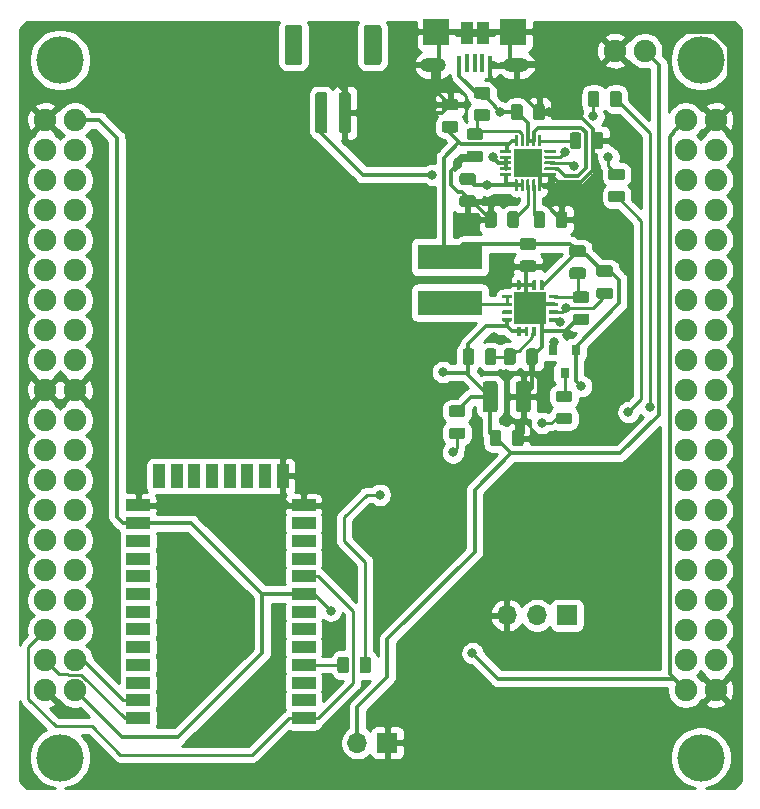
<source format=gbr>
G04 #@! TF.GenerationSoftware,KiCad,Pcbnew,5.1.5-52549c5~86~ubuntu18.04.1*
G04 #@! TF.CreationDate,2020-04-28T10:32:59-07:00*
G04 #@! TF.ProjectId,SHIELD_MIMAS_TFT_BT_POWERSUPPLY,53484945-4c44-45f4-9d49-4d41535f5446,rev?*
G04 #@! TF.SameCoordinates,Original*
G04 #@! TF.FileFunction,Copper,L2,Bot*
G04 #@! TF.FilePolarity,Positive*
%FSLAX46Y46*%
G04 Gerber Fmt 4.6, Leading zero omitted, Abs format (unit mm)*
G04 Created by KiCad (PCBNEW 5.1.5-52549c5~86~ubuntu18.04.1) date 2020-04-28 10:32:59*
%MOMM*%
%LPD*%
G04 APERTURE LIST*
%ADD10R,2.700000X2.700000*%
%ADD11C,0.600000*%
%ADD12C,0.100000*%
%ADD13C,0.550000*%
%ADD14R,2.400000X2.400000*%
%ADD15O,2.200000X1.200000*%
%ADD16R,2.200000X2.200000*%
%ADD17R,1.000000X1.900000*%
%ADD18R,0.400000X1.600000*%
%ADD19R,0.400000X1.400000*%
%ADD20C,1.900000*%
%ADD21C,4.000000*%
%ADD22O,1.700000X1.700000*%
%ADD23R,1.700000X1.700000*%
%ADD24R,5.500000X2.150000*%
%ADD25R,2.000000X1.000000*%
%ADD26R,1.000000X2.000000*%
%ADD27R,0.800000X0.900000*%
%ADD28C,0.800000*%
%ADD29C,0.350000*%
%ADD30C,0.250000*%
%ADD31C,0.254000*%
G04 APERTURE END LIST*
D10*
X162700000Y-91800000D03*
D11*
X162700000Y-91800000D03*
X163700000Y-90800000D03*
X161700000Y-90800000D03*
X163700000Y-92800000D03*
G04 #@! TA.AperFunction,SMDPad,CuDef*
D12*
G36*
X161807351Y-93350361D02*
G01*
X161814632Y-93351441D01*
X161821771Y-93353229D01*
X161828701Y-93355709D01*
X161835355Y-93358856D01*
X161841668Y-93362640D01*
X161847579Y-93367024D01*
X161853033Y-93371967D01*
X161857976Y-93377421D01*
X161862360Y-93383332D01*
X161866144Y-93389645D01*
X161869291Y-93396299D01*
X161871771Y-93403229D01*
X161873559Y-93410368D01*
X161874639Y-93417649D01*
X161875000Y-93425000D01*
X161875000Y-94100000D01*
X161874639Y-94107351D01*
X161873559Y-94114632D01*
X161871771Y-94121771D01*
X161869291Y-94128701D01*
X161866144Y-94135355D01*
X161862360Y-94141668D01*
X161857976Y-94147579D01*
X161853033Y-94153033D01*
X161847579Y-94157976D01*
X161841668Y-94162360D01*
X161835355Y-94166144D01*
X161828701Y-94169291D01*
X161821771Y-94171771D01*
X161814632Y-94173559D01*
X161807351Y-94174639D01*
X161800000Y-94175000D01*
X161650000Y-94175000D01*
X161642649Y-94174639D01*
X161635368Y-94173559D01*
X161628229Y-94171771D01*
X161621299Y-94169291D01*
X161614645Y-94166144D01*
X161608332Y-94162360D01*
X161602421Y-94157976D01*
X161596967Y-94153033D01*
X161592024Y-94147579D01*
X161587640Y-94141668D01*
X161583856Y-94135355D01*
X161580709Y-94128701D01*
X161578229Y-94121771D01*
X161576441Y-94114632D01*
X161575361Y-94107351D01*
X161575000Y-94100000D01*
X161575000Y-93425000D01*
X161575361Y-93417649D01*
X161576441Y-93410368D01*
X161578229Y-93403229D01*
X161580709Y-93396299D01*
X161583856Y-93389645D01*
X161587640Y-93383332D01*
X161592024Y-93377421D01*
X161596967Y-93371967D01*
X161602421Y-93367024D01*
X161608332Y-93362640D01*
X161614645Y-93358856D01*
X161621299Y-93355709D01*
X161628229Y-93353229D01*
X161635368Y-93351441D01*
X161642649Y-93350361D01*
X161650000Y-93350000D01*
X161800000Y-93350000D01*
X161807351Y-93350361D01*
G37*
G04 #@! TD.AperFunction*
G04 #@! TA.AperFunction,SMDPad,CuDef*
G36*
X162457351Y-93350361D02*
G01*
X162464632Y-93351441D01*
X162471771Y-93353229D01*
X162478701Y-93355709D01*
X162485355Y-93358856D01*
X162491668Y-93362640D01*
X162497579Y-93367024D01*
X162503033Y-93371967D01*
X162507976Y-93377421D01*
X162512360Y-93383332D01*
X162516144Y-93389645D01*
X162519291Y-93396299D01*
X162521771Y-93403229D01*
X162523559Y-93410368D01*
X162524639Y-93417649D01*
X162525000Y-93425000D01*
X162525000Y-94100000D01*
X162524639Y-94107351D01*
X162523559Y-94114632D01*
X162521771Y-94121771D01*
X162519291Y-94128701D01*
X162516144Y-94135355D01*
X162512360Y-94141668D01*
X162507976Y-94147579D01*
X162503033Y-94153033D01*
X162497579Y-94157976D01*
X162491668Y-94162360D01*
X162485355Y-94166144D01*
X162478701Y-94169291D01*
X162471771Y-94171771D01*
X162464632Y-94173559D01*
X162457351Y-94174639D01*
X162450000Y-94175000D01*
X162300000Y-94175000D01*
X162292649Y-94174639D01*
X162285368Y-94173559D01*
X162278229Y-94171771D01*
X162271299Y-94169291D01*
X162264645Y-94166144D01*
X162258332Y-94162360D01*
X162252421Y-94157976D01*
X162246967Y-94153033D01*
X162242024Y-94147579D01*
X162237640Y-94141668D01*
X162233856Y-94135355D01*
X162230709Y-94128701D01*
X162228229Y-94121771D01*
X162226441Y-94114632D01*
X162225361Y-94107351D01*
X162225000Y-94100000D01*
X162225000Y-93425000D01*
X162225361Y-93417649D01*
X162226441Y-93410368D01*
X162228229Y-93403229D01*
X162230709Y-93396299D01*
X162233856Y-93389645D01*
X162237640Y-93383332D01*
X162242024Y-93377421D01*
X162246967Y-93371967D01*
X162252421Y-93367024D01*
X162258332Y-93362640D01*
X162264645Y-93358856D01*
X162271299Y-93355709D01*
X162278229Y-93353229D01*
X162285368Y-93351441D01*
X162292649Y-93350361D01*
X162300000Y-93350000D01*
X162450000Y-93350000D01*
X162457351Y-93350361D01*
G37*
G04 #@! TD.AperFunction*
G04 #@! TA.AperFunction,SMDPad,CuDef*
G36*
X163107351Y-93350361D02*
G01*
X163114632Y-93351441D01*
X163121771Y-93353229D01*
X163128701Y-93355709D01*
X163135355Y-93358856D01*
X163141668Y-93362640D01*
X163147579Y-93367024D01*
X163153033Y-93371967D01*
X163157976Y-93377421D01*
X163162360Y-93383332D01*
X163166144Y-93389645D01*
X163169291Y-93396299D01*
X163171771Y-93403229D01*
X163173559Y-93410368D01*
X163174639Y-93417649D01*
X163175000Y-93425000D01*
X163175000Y-94100000D01*
X163174639Y-94107351D01*
X163173559Y-94114632D01*
X163171771Y-94121771D01*
X163169291Y-94128701D01*
X163166144Y-94135355D01*
X163162360Y-94141668D01*
X163157976Y-94147579D01*
X163153033Y-94153033D01*
X163147579Y-94157976D01*
X163141668Y-94162360D01*
X163135355Y-94166144D01*
X163128701Y-94169291D01*
X163121771Y-94171771D01*
X163114632Y-94173559D01*
X163107351Y-94174639D01*
X163100000Y-94175000D01*
X162950000Y-94175000D01*
X162942649Y-94174639D01*
X162935368Y-94173559D01*
X162928229Y-94171771D01*
X162921299Y-94169291D01*
X162914645Y-94166144D01*
X162908332Y-94162360D01*
X162902421Y-94157976D01*
X162896967Y-94153033D01*
X162892024Y-94147579D01*
X162887640Y-94141668D01*
X162883856Y-94135355D01*
X162880709Y-94128701D01*
X162878229Y-94121771D01*
X162876441Y-94114632D01*
X162875361Y-94107351D01*
X162875000Y-94100000D01*
X162875000Y-93425000D01*
X162875361Y-93417649D01*
X162876441Y-93410368D01*
X162878229Y-93403229D01*
X162880709Y-93396299D01*
X162883856Y-93389645D01*
X162887640Y-93383332D01*
X162892024Y-93377421D01*
X162896967Y-93371967D01*
X162902421Y-93367024D01*
X162908332Y-93362640D01*
X162914645Y-93358856D01*
X162921299Y-93355709D01*
X162928229Y-93353229D01*
X162935368Y-93351441D01*
X162942649Y-93350361D01*
X162950000Y-93350000D01*
X163100000Y-93350000D01*
X163107351Y-93350361D01*
G37*
G04 #@! TD.AperFunction*
G04 #@! TA.AperFunction,SMDPad,CuDef*
G36*
X163757351Y-93350361D02*
G01*
X163764632Y-93351441D01*
X163771771Y-93353229D01*
X163778701Y-93355709D01*
X163785355Y-93358856D01*
X163791668Y-93362640D01*
X163797579Y-93367024D01*
X163803033Y-93371967D01*
X163807976Y-93377421D01*
X163812360Y-93383332D01*
X163816144Y-93389645D01*
X163819291Y-93396299D01*
X163821771Y-93403229D01*
X163823559Y-93410368D01*
X163824639Y-93417649D01*
X163825000Y-93425000D01*
X163825000Y-94100000D01*
X163824639Y-94107351D01*
X163823559Y-94114632D01*
X163821771Y-94121771D01*
X163819291Y-94128701D01*
X163816144Y-94135355D01*
X163812360Y-94141668D01*
X163807976Y-94147579D01*
X163803033Y-94153033D01*
X163797579Y-94157976D01*
X163791668Y-94162360D01*
X163785355Y-94166144D01*
X163778701Y-94169291D01*
X163771771Y-94171771D01*
X163764632Y-94173559D01*
X163757351Y-94174639D01*
X163750000Y-94175000D01*
X163600000Y-94175000D01*
X163592649Y-94174639D01*
X163585368Y-94173559D01*
X163578229Y-94171771D01*
X163571299Y-94169291D01*
X163564645Y-94166144D01*
X163558332Y-94162360D01*
X163552421Y-94157976D01*
X163546967Y-94153033D01*
X163542024Y-94147579D01*
X163537640Y-94141668D01*
X163533856Y-94135355D01*
X163530709Y-94128701D01*
X163528229Y-94121771D01*
X163526441Y-94114632D01*
X163525361Y-94107351D01*
X163525000Y-94100000D01*
X163525000Y-93425000D01*
X163525361Y-93417649D01*
X163526441Y-93410368D01*
X163528229Y-93403229D01*
X163530709Y-93396299D01*
X163533856Y-93389645D01*
X163537640Y-93383332D01*
X163542024Y-93377421D01*
X163546967Y-93371967D01*
X163552421Y-93367024D01*
X163558332Y-93362640D01*
X163564645Y-93358856D01*
X163571299Y-93355709D01*
X163578229Y-93353229D01*
X163585368Y-93351441D01*
X163592649Y-93350361D01*
X163600000Y-93350000D01*
X163750000Y-93350000D01*
X163757351Y-93350361D01*
G37*
G04 #@! TD.AperFunction*
G04 #@! TA.AperFunction,SMDPad,CuDef*
G36*
X165007351Y-92625361D02*
G01*
X165014632Y-92626441D01*
X165021771Y-92628229D01*
X165028701Y-92630709D01*
X165035355Y-92633856D01*
X165041668Y-92637640D01*
X165047579Y-92642024D01*
X165053033Y-92646967D01*
X165057976Y-92652421D01*
X165062360Y-92658332D01*
X165066144Y-92664645D01*
X165069291Y-92671299D01*
X165071771Y-92678229D01*
X165073559Y-92685368D01*
X165074639Y-92692649D01*
X165075000Y-92700000D01*
X165075000Y-92850000D01*
X165074639Y-92857351D01*
X165073559Y-92864632D01*
X165071771Y-92871771D01*
X165069291Y-92878701D01*
X165066144Y-92885355D01*
X165062360Y-92891668D01*
X165057976Y-92897579D01*
X165053033Y-92903033D01*
X165047579Y-92907976D01*
X165041668Y-92912360D01*
X165035355Y-92916144D01*
X165028701Y-92919291D01*
X165021771Y-92921771D01*
X165014632Y-92923559D01*
X165007351Y-92924639D01*
X165000000Y-92925000D01*
X164325000Y-92925000D01*
X164317649Y-92924639D01*
X164310368Y-92923559D01*
X164303229Y-92921771D01*
X164296299Y-92919291D01*
X164289645Y-92916144D01*
X164283332Y-92912360D01*
X164277421Y-92907976D01*
X164271967Y-92903033D01*
X164267024Y-92897579D01*
X164262640Y-92891668D01*
X164258856Y-92885355D01*
X164255709Y-92878701D01*
X164253229Y-92871771D01*
X164251441Y-92864632D01*
X164250361Y-92857351D01*
X164250000Y-92850000D01*
X164250000Y-92700000D01*
X164250361Y-92692649D01*
X164251441Y-92685368D01*
X164253229Y-92678229D01*
X164255709Y-92671299D01*
X164258856Y-92664645D01*
X164262640Y-92658332D01*
X164267024Y-92652421D01*
X164271967Y-92646967D01*
X164277421Y-92642024D01*
X164283332Y-92637640D01*
X164289645Y-92633856D01*
X164296299Y-92630709D01*
X164303229Y-92628229D01*
X164310368Y-92626441D01*
X164317649Y-92625361D01*
X164325000Y-92625000D01*
X165000000Y-92625000D01*
X165007351Y-92625361D01*
G37*
G04 #@! TD.AperFunction*
G04 #@! TA.AperFunction,SMDPad,CuDef*
G36*
X165007351Y-91975361D02*
G01*
X165014632Y-91976441D01*
X165021771Y-91978229D01*
X165028701Y-91980709D01*
X165035355Y-91983856D01*
X165041668Y-91987640D01*
X165047579Y-91992024D01*
X165053033Y-91996967D01*
X165057976Y-92002421D01*
X165062360Y-92008332D01*
X165066144Y-92014645D01*
X165069291Y-92021299D01*
X165071771Y-92028229D01*
X165073559Y-92035368D01*
X165074639Y-92042649D01*
X165075000Y-92050000D01*
X165075000Y-92200000D01*
X165074639Y-92207351D01*
X165073559Y-92214632D01*
X165071771Y-92221771D01*
X165069291Y-92228701D01*
X165066144Y-92235355D01*
X165062360Y-92241668D01*
X165057976Y-92247579D01*
X165053033Y-92253033D01*
X165047579Y-92257976D01*
X165041668Y-92262360D01*
X165035355Y-92266144D01*
X165028701Y-92269291D01*
X165021771Y-92271771D01*
X165014632Y-92273559D01*
X165007351Y-92274639D01*
X165000000Y-92275000D01*
X164325000Y-92275000D01*
X164317649Y-92274639D01*
X164310368Y-92273559D01*
X164303229Y-92271771D01*
X164296299Y-92269291D01*
X164289645Y-92266144D01*
X164283332Y-92262360D01*
X164277421Y-92257976D01*
X164271967Y-92253033D01*
X164267024Y-92247579D01*
X164262640Y-92241668D01*
X164258856Y-92235355D01*
X164255709Y-92228701D01*
X164253229Y-92221771D01*
X164251441Y-92214632D01*
X164250361Y-92207351D01*
X164250000Y-92200000D01*
X164250000Y-92050000D01*
X164250361Y-92042649D01*
X164251441Y-92035368D01*
X164253229Y-92028229D01*
X164255709Y-92021299D01*
X164258856Y-92014645D01*
X164262640Y-92008332D01*
X164267024Y-92002421D01*
X164271967Y-91996967D01*
X164277421Y-91992024D01*
X164283332Y-91987640D01*
X164289645Y-91983856D01*
X164296299Y-91980709D01*
X164303229Y-91978229D01*
X164310368Y-91976441D01*
X164317649Y-91975361D01*
X164325000Y-91975000D01*
X165000000Y-91975000D01*
X165007351Y-91975361D01*
G37*
G04 #@! TD.AperFunction*
G04 #@! TA.AperFunction,SMDPad,CuDef*
G36*
X165007351Y-91325361D02*
G01*
X165014632Y-91326441D01*
X165021771Y-91328229D01*
X165028701Y-91330709D01*
X165035355Y-91333856D01*
X165041668Y-91337640D01*
X165047579Y-91342024D01*
X165053033Y-91346967D01*
X165057976Y-91352421D01*
X165062360Y-91358332D01*
X165066144Y-91364645D01*
X165069291Y-91371299D01*
X165071771Y-91378229D01*
X165073559Y-91385368D01*
X165074639Y-91392649D01*
X165075000Y-91400000D01*
X165075000Y-91550000D01*
X165074639Y-91557351D01*
X165073559Y-91564632D01*
X165071771Y-91571771D01*
X165069291Y-91578701D01*
X165066144Y-91585355D01*
X165062360Y-91591668D01*
X165057976Y-91597579D01*
X165053033Y-91603033D01*
X165047579Y-91607976D01*
X165041668Y-91612360D01*
X165035355Y-91616144D01*
X165028701Y-91619291D01*
X165021771Y-91621771D01*
X165014632Y-91623559D01*
X165007351Y-91624639D01*
X165000000Y-91625000D01*
X164325000Y-91625000D01*
X164317649Y-91624639D01*
X164310368Y-91623559D01*
X164303229Y-91621771D01*
X164296299Y-91619291D01*
X164289645Y-91616144D01*
X164283332Y-91612360D01*
X164277421Y-91607976D01*
X164271967Y-91603033D01*
X164267024Y-91597579D01*
X164262640Y-91591668D01*
X164258856Y-91585355D01*
X164255709Y-91578701D01*
X164253229Y-91571771D01*
X164251441Y-91564632D01*
X164250361Y-91557351D01*
X164250000Y-91550000D01*
X164250000Y-91400000D01*
X164250361Y-91392649D01*
X164251441Y-91385368D01*
X164253229Y-91378229D01*
X164255709Y-91371299D01*
X164258856Y-91364645D01*
X164262640Y-91358332D01*
X164267024Y-91352421D01*
X164271967Y-91346967D01*
X164277421Y-91342024D01*
X164283332Y-91337640D01*
X164289645Y-91333856D01*
X164296299Y-91330709D01*
X164303229Y-91328229D01*
X164310368Y-91326441D01*
X164317649Y-91325361D01*
X164325000Y-91325000D01*
X165000000Y-91325000D01*
X165007351Y-91325361D01*
G37*
G04 #@! TD.AperFunction*
G04 #@! TA.AperFunction,SMDPad,CuDef*
G36*
X165007351Y-90675361D02*
G01*
X165014632Y-90676441D01*
X165021771Y-90678229D01*
X165028701Y-90680709D01*
X165035355Y-90683856D01*
X165041668Y-90687640D01*
X165047579Y-90692024D01*
X165053033Y-90696967D01*
X165057976Y-90702421D01*
X165062360Y-90708332D01*
X165066144Y-90714645D01*
X165069291Y-90721299D01*
X165071771Y-90728229D01*
X165073559Y-90735368D01*
X165074639Y-90742649D01*
X165075000Y-90750000D01*
X165075000Y-90900000D01*
X165074639Y-90907351D01*
X165073559Y-90914632D01*
X165071771Y-90921771D01*
X165069291Y-90928701D01*
X165066144Y-90935355D01*
X165062360Y-90941668D01*
X165057976Y-90947579D01*
X165053033Y-90953033D01*
X165047579Y-90957976D01*
X165041668Y-90962360D01*
X165035355Y-90966144D01*
X165028701Y-90969291D01*
X165021771Y-90971771D01*
X165014632Y-90973559D01*
X165007351Y-90974639D01*
X165000000Y-90975000D01*
X164325000Y-90975000D01*
X164317649Y-90974639D01*
X164310368Y-90973559D01*
X164303229Y-90971771D01*
X164296299Y-90969291D01*
X164289645Y-90966144D01*
X164283332Y-90962360D01*
X164277421Y-90957976D01*
X164271967Y-90953033D01*
X164267024Y-90947579D01*
X164262640Y-90941668D01*
X164258856Y-90935355D01*
X164255709Y-90928701D01*
X164253229Y-90921771D01*
X164251441Y-90914632D01*
X164250361Y-90907351D01*
X164250000Y-90900000D01*
X164250000Y-90750000D01*
X164250361Y-90742649D01*
X164251441Y-90735368D01*
X164253229Y-90728229D01*
X164255709Y-90721299D01*
X164258856Y-90714645D01*
X164262640Y-90708332D01*
X164267024Y-90702421D01*
X164271967Y-90696967D01*
X164277421Y-90692024D01*
X164283332Y-90687640D01*
X164289645Y-90683856D01*
X164296299Y-90680709D01*
X164303229Y-90678229D01*
X164310368Y-90676441D01*
X164317649Y-90675361D01*
X164325000Y-90675000D01*
X165000000Y-90675000D01*
X165007351Y-90675361D01*
G37*
G04 #@! TD.AperFunction*
G04 #@! TA.AperFunction,SMDPad,CuDef*
G36*
X163757351Y-89425361D02*
G01*
X163764632Y-89426441D01*
X163771771Y-89428229D01*
X163778701Y-89430709D01*
X163785355Y-89433856D01*
X163791668Y-89437640D01*
X163797579Y-89442024D01*
X163803033Y-89446967D01*
X163807976Y-89452421D01*
X163812360Y-89458332D01*
X163816144Y-89464645D01*
X163819291Y-89471299D01*
X163821771Y-89478229D01*
X163823559Y-89485368D01*
X163824639Y-89492649D01*
X163825000Y-89500000D01*
X163825000Y-90175000D01*
X163824639Y-90182351D01*
X163823559Y-90189632D01*
X163821771Y-90196771D01*
X163819291Y-90203701D01*
X163816144Y-90210355D01*
X163812360Y-90216668D01*
X163807976Y-90222579D01*
X163803033Y-90228033D01*
X163797579Y-90232976D01*
X163791668Y-90237360D01*
X163785355Y-90241144D01*
X163778701Y-90244291D01*
X163771771Y-90246771D01*
X163764632Y-90248559D01*
X163757351Y-90249639D01*
X163750000Y-90250000D01*
X163600000Y-90250000D01*
X163592649Y-90249639D01*
X163585368Y-90248559D01*
X163578229Y-90246771D01*
X163571299Y-90244291D01*
X163564645Y-90241144D01*
X163558332Y-90237360D01*
X163552421Y-90232976D01*
X163546967Y-90228033D01*
X163542024Y-90222579D01*
X163537640Y-90216668D01*
X163533856Y-90210355D01*
X163530709Y-90203701D01*
X163528229Y-90196771D01*
X163526441Y-90189632D01*
X163525361Y-90182351D01*
X163525000Y-90175000D01*
X163525000Y-89500000D01*
X163525361Y-89492649D01*
X163526441Y-89485368D01*
X163528229Y-89478229D01*
X163530709Y-89471299D01*
X163533856Y-89464645D01*
X163537640Y-89458332D01*
X163542024Y-89452421D01*
X163546967Y-89446967D01*
X163552421Y-89442024D01*
X163558332Y-89437640D01*
X163564645Y-89433856D01*
X163571299Y-89430709D01*
X163578229Y-89428229D01*
X163585368Y-89426441D01*
X163592649Y-89425361D01*
X163600000Y-89425000D01*
X163750000Y-89425000D01*
X163757351Y-89425361D01*
G37*
G04 #@! TD.AperFunction*
G04 #@! TA.AperFunction,SMDPad,CuDef*
G36*
X163107351Y-89425361D02*
G01*
X163114632Y-89426441D01*
X163121771Y-89428229D01*
X163128701Y-89430709D01*
X163135355Y-89433856D01*
X163141668Y-89437640D01*
X163147579Y-89442024D01*
X163153033Y-89446967D01*
X163157976Y-89452421D01*
X163162360Y-89458332D01*
X163166144Y-89464645D01*
X163169291Y-89471299D01*
X163171771Y-89478229D01*
X163173559Y-89485368D01*
X163174639Y-89492649D01*
X163175000Y-89500000D01*
X163175000Y-90175000D01*
X163174639Y-90182351D01*
X163173559Y-90189632D01*
X163171771Y-90196771D01*
X163169291Y-90203701D01*
X163166144Y-90210355D01*
X163162360Y-90216668D01*
X163157976Y-90222579D01*
X163153033Y-90228033D01*
X163147579Y-90232976D01*
X163141668Y-90237360D01*
X163135355Y-90241144D01*
X163128701Y-90244291D01*
X163121771Y-90246771D01*
X163114632Y-90248559D01*
X163107351Y-90249639D01*
X163100000Y-90250000D01*
X162950000Y-90250000D01*
X162942649Y-90249639D01*
X162935368Y-90248559D01*
X162928229Y-90246771D01*
X162921299Y-90244291D01*
X162914645Y-90241144D01*
X162908332Y-90237360D01*
X162902421Y-90232976D01*
X162896967Y-90228033D01*
X162892024Y-90222579D01*
X162887640Y-90216668D01*
X162883856Y-90210355D01*
X162880709Y-90203701D01*
X162878229Y-90196771D01*
X162876441Y-90189632D01*
X162875361Y-90182351D01*
X162875000Y-90175000D01*
X162875000Y-89500000D01*
X162875361Y-89492649D01*
X162876441Y-89485368D01*
X162878229Y-89478229D01*
X162880709Y-89471299D01*
X162883856Y-89464645D01*
X162887640Y-89458332D01*
X162892024Y-89452421D01*
X162896967Y-89446967D01*
X162902421Y-89442024D01*
X162908332Y-89437640D01*
X162914645Y-89433856D01*
X162921299Y-89430709D01*
X162928229Y-89428229D01*
X162935368Y-89426441D01*
X162942649Y-89425361D01*
X162950000Y-89425000D01*
X163100000Y-89425000D01*
X163107351Y-89425361D01*
G37*
G04 #@! TD.AperFunction*
G04 #@! TA.AperFunction,SMDPad,CuDef*
G36*
X162457351Y-89425361D02*
G01*
X162464632Y-89426441D01*
X162471771Y-89428229D01*
X162478701Y-89430709D01*
X162485355Y-89433856D01*
X162491668Y-89437640D01*
X162497579Y-89442024D01*
X162503033Y-89446967D01*
X162507976Y-89452421D01*
X162512360Y-89458332D01*
X162516144Y-89464645D01*
X162519291Y-89471299D01*
X162521771Y-89478229D01*
X162523559Y-89485368D01*
X162524639Y-89492649D01*
X162525000Y-89500000D01*
X162525000Y-90175000D01*
X162524639Y-90182351D01*
X162523559Y-90189632D01*
X162521771Y-90196771D01*
X162519291Y-90203701D01*
X162516144Y-90210355D01*
X162512360Y-90216668D01*
X162507976Y-90222579D01*
X162503033Y-90228033D01*
X162497579Y-90232976D01*
X162491668Y-90237360D01*
X162485355Y-90241144D01*
X162478701Y-90244291D01*
X162471771Y-90246771D01*
X162464632Y-90248559D01*
X162457351Y-90249639D01*
X162450000Y-90250000D01*
X162300000Y-90250000D01*
X162292649Y-90249639D01*
X162285368Y-90248559D01*
X162278229Y-90246771D01*
X162271299Y-90244291D01*
X162264645Y-90241144D01*
X162258332Y-90237360D01*
X162252421Y-90232976D01*
X162246967Y-90228033D01*
X162242024Y-90222579D01*
X162237640Y-90216668D01*
X162233856Y-90210355D01*
X162230709Y-90203701D01*
X162228229Y-90196771D01*
X162226441Y-90189632D01*
X162225361Y-90182351D01*
X162225000Y-90175000D01*
X162225000Y-89500000D01*
X162225361Y-89492649D01*
X162226441Y-89485368D01*
X162228229Y-89478229D01*
X162230709Y-89471299D01*
X162233856Y-89464645D01*
X162237640Y-89458332D01*
X162242024Y-89452421D01*
X162246967Y-89446967D01*
X162252421Y-89442024D01*
X162258332Y-89437640D01*
X162264645Y-89433856D01*
X162271299Y-89430709D01*
X162278229Y-89428229D01*
X162285368Y-89426441D01*
X162292649Y-89425361D01*
X162300000Y-89425000D01*
X162450000Y-89425000D01*
X162457351Y-89425361D01*
G37*
G04 #@! TD.AperFunction*
G04 #@! TA.AperFunction,SMDPad,CuDef*
G36*
X161807351Y-89425361D02*
G01*
X161814632Y-89426441D01*
X161821771Y-89428229D01*
X161828701Y-89430709D01*
X161835355Y-89433856D01*
X161841668Y-89437640D01*
X161847579Y-89442024D01*
X161853033Y-89446967D01*
X161857976Y-89452421D01*
X161862360Y-89458332D01*
X161866144Y-89464645D01*
X161869291Y-89471299D01*
X161871771Y-89478229D01*
X161873559Y-89485368D01*
X161874639Y-89492649D01*
X161875000Y-89500000D01*
X161875000Y-90175000D01*
X161874639Y-90182351D01*
X161873559Y-90189632D01*
X161871771Y-90196771D01*
X161869291Y-90203701D01*
X161866144Y-90210355D01*
X161862360Y-90216668D01*
X161857976Y-90222579D01*
X161853033Y-90228033D01*
X161847579Y-90232976D01*
X161841668Y-90237360D01*
X161835355Y-90241144D01*
X161828701Y-90244291D01*
X161821771Y-90246771D01*
X161814632Y-90248559D01*
X161807351Y-90249639D01*
X161800000Y-90250000D01*
X161650000Y-90250000D01*
X161642649Y-90249639D01*
X161635368Y-90248559D01*
X161628229Y-90246771D01*
X161621299Y-90244291D01*
X161614645Y-90241144D01*
X161608332Y-90237360D01*
X161602421Y-90232976D01*
X161596967Y-90228033D01*
X161592024Y-90222579D01*
X161587640Y-90216668D01*
X161583856Y-90210355D01*
X161580709Y-90203701D01*
X161578229Y-90196771D01*
X161576441Y-90189632D01*
X161575361Y-90182351D01*
X161575000Y-90175000D01*
X161575000Y-89500000D01*
X161575361Y-89492649D01*
X161576441Y-89485368D01*
X161578229Y-89478229D01*
X161580709Y-89471299D01*
X161583856Y-89464645D01*
X161587640Y-89458332D01*
X161592024Y-89452421D01*
X161596967Y-89446967D01*
X161602421Y-89442024D01*
X161608332Y-89437640D01*
X161614645Y-89433856D01*
X161621299Y-89430709D01*
X161628229Y-89428229D01*
X161635368Y-89426441D01*
X161642649Y-89425361D01*
X161650000Y-89425000D01*
X161800000Y-89425000D01*
X161807351Y-89425361D01*
G37*
G04 #@! TD.AperFunction*
G04 #@! TA.AperFunction,SMDPad,CuDef*
G36*
X161082351Y-90675361D02*
G01*
X161089632Y-90676441D01*
X161096771Y-90678229D01*
X161103701Y-90680709D01*
X161110355Y-90683856D01*
X161116668Y-90687640D01*
X161122579Y-90692024D01*
X161128033Y-90696967D01*
X161132976Y-90702421D01*
X161137360Y-90708332D01*
X161141144Y-90714645D01*
X161144291Y-90721299D01*
X161146771Y-90728229D01*
X161148559Y-90735368D01*
X161149639Y-90742649D01*
X161150000Y-90750000D01*
X161150000Y-90900000D01*
X161149639Y-90907351D01*
X161148559Y-90914632D01*
X161146771Y-90921771D01*
X161144291Y-90928701D01*
X161141144Y-90935355D01*
X161137360Y-90941668D01*
X161132976Y-90947579D01*
X161128033Y-90953033D01*
X161122579Y-90957976D01*
X161116668Y-90962360D01*
X161110355Y-90966144D01*
X161103701Y-90969291D01*
X161096771Y-90971771D01*
X161089632Y-90973559D01*
X161082351Y-90974639D01*
X161075000Y-90975000D01*
X160400000Y-90975000D01*
X160392649Y-90974639D01*
X160385368Y-90973559D01*
X160378229Y-90971771D01*
X160371299Y-90969291D01*
X160364645Y-90966144D01*
X160358332Y-90962360D01*
X160352421Y-90957976D01*
X160346967Y-90953033D01*
X160342024Y-90947579D01*
X160337640Y-90941668D01*
X160333856Y-90935355D01*
X160330709Y-90928701D01*
X160328229Y-90921771D01*
X160326441Y-90914632D01*
X160325361Y-90907351D01*
X160325000Y-90900000D01*
X160325000Y-90750000D01*
X160325361Y-90742649D01*
X160326441Y-90735368D01*
X160328229Y-90728229D01*
X160330709Y-90721299D01*
X160333856Y-90714645D01*
X160337640Y-90708332D01*
X160342024Y-90702421D01*
X160346967Y-90696967D01*
X160352421Y-90692024D01*
X160358332Y-90687640D01*
X160364645Y-90683856D01*
X160371299Y-90680709D01*
X160378229Y-90678229D01*
X160385368Y-90676441D01*
X160392649Y-90675361D01*
X160400000Y-90675000D01*
X161075000Y-90675000D01*
X161082351Y-90675361D01*
G37*
G04 #@! TD.AperFunction*
G04 #@! TA.AperFunction,SMDPad,CuDef*
G36*
X161082351Y-91325361D02*
G01*
X161089632Y-91326441D01*
X161096771Y-91328229D01*
X161103701Y-91330709D01*
X161110355Y-91333856D01*
X161116668Y-91337640D01*
X161122579Y-91342024D01*
X161128033Y-91346967D01*
X161132976Y-91352421D01*
X161137360Y-91358332D01*
X161141144Y-91364645D01*
X161144291Y-91371299D01*
X161146771Y-91378229D01*
X161148559Y-91385368D01*
X161149639Y-91392649D01*
X161150000Y-91400000D01*
X161150000Y-91550000D01*
X161149639Y-91557351D01*
X161148559Y-91564632D01*
X161146771Y-91571771D01*
X161144291Y-91578701D01*
X161141144Y-91585355D01*
X161137360Y-91591668D01*
X161132976Y-91597579D01*
X161128033Y-91603033D01*
X161122579Y-91607976D01*
X161116668Y-91612360D01*
X161110355Y-91616144D01*
X161103701Y-91619291D01*
X161096771Y-91621771D01*
X161089632Y-91623559D01*
X161082351Y-91624639D01*
X161075000Y-91625000D01*
X160400000Y-91625000D01*
X160392649Y-91624639D01*
X160385368Y-91623559D01*
X160378229Y-91621771D01*
X160371299Y-91619291D01*
X160364645Y-91616144D01*
X160358332Y-91612360D01*
X160352421Y-91607976D01*
X160346967Y-91603033D01*
X160342024Y-91597579D01*
X160337640Y-91591668D01*
X160333856Y-91585355D01*
X160330709Y-91578701D01*
X160328229Y-91571771D01*
X160326441Y-91564632D01*
X160325361Y-91557351D01*
X160325000Y-91550000D01*
X160325000Y-91400000D01*
X160325361Y-91392649D01*
X160326441Y-91385368D01*
X160328229Y-91378229D01*
X160330709Y-91371299D01*
X160333856Y-91364645D01*
X160337640Y-91358332D01*
X160342024Y-91352421D01*
X160346967Y-91346967D01*
X160352421Y-91342024D01*
X160358332Y-91337640D01*
X160364645Y-91333856D01*
X160371299Y-91330709D01*
X160378229Y-91328229D01*
X160385368Y-91326441D01*
X160392649Y-91325361D01*
X160400000Y-91325000D01*
X161075000Y-91325000D01*
X161082351Y-91325361D01*
G37*
G04 #@! TD.AperFunction*
G04 #@! TA.AperFunction,SMDPad,CuDef*
G36*
X161082351Y-91975361D02*
G01*
X161089632Y-91976441D01*
X161096771Y-91978229D01*
X161103701Y-91980709D01*
X161110355Y-91983856D01*
X161116668Y-91987640D01*
X161122579Y-91992024D01*
X161128033Y-91996967D01*
X161132976Y-92002421D01*
X161137360Y-92008332D01*
X161141144Y-92014645D01*
X161144291Y-92021299D01*
X161146771Y-92028229D01*
X161148559Y-92035368D01*
X161149639Y-92042649D01*
X161150000Y-92050000D01*
X161150000Y-92200000D01*
X161149639Y-92207351D01*
X161148559Y-92214632D01*
X161146771Y-92221771D01*
X161144291Y-92228701D01*
X161141144Y-92235355D01*
X161137360Y-92241668D01*
X161132976Y-92247579D01*
X161128033Y-92253033D01*
X161122579Y-92257976D01*
X161116668Y-92262360D01*
X161110355Y-92266144D01*
X161103701Y-92269291D01*
X161096771Y-92271771D01*
X161089632Y-92273559D01*
X161082351Y-92274639D01*
X161075000Y-92275000D01*
X160400000Y-92275000D01*
X160392649Y-92274639D01*
X160385368Y-92273559D01*
X160378229Y-92271771D01*
X160371299Y-92269291D01*
X160364645Y-92266144D01*
X160358332Y-92262360D01*
X160352421Y-92257976D01*
X160346967Y-92253033D01*
X160342024Y-92247579D01*
X160337640Y-92241668D01*
X160333856Y-92235355D01*
X160330709Y-92228701D01*
X160328229Y-92221771D01*
X160326441Y-92214632D01*
X160325361Y-92207351D01*
X160325000Y-92200000D01*
X160325000Y-92050000D01*
X160325361Y-92042649D01*
X160326441Y-92035368D01*
X160328229Y-92028229D01*
X160330709Y-92021299D01*
X160333856Y-92014645D01*
X160337640Y-92008332D01*
X160342024Y-92002421D01*
X160346967Y-91996967D01*
X160352421Y-91992024D01*
X160358332Y-91987640D01*
X160364645Y-91983856D01*
X160371299Y-91980709D01*
X160378229Y-91978229D01*
X160385368Y-91976441D01*
X160392649Y-91975361D01*
X160400000Y-91975000D01*
X161075000Y-91975000D01*
X161082351Y-91975361D01*
G37*
G04 #@! TD.AperFunction*
G04 #@! TA.AperFunction,SMDPad,CuDef*
G36*
X161082351Y-92625361D02*
G01*
X161089632Y-92626441D01*
X161096771Y-92628229D01*
X161103701Y-92630709D01*
X161110355Y-92633856D01*
X161116668Y-92637640D01*
X161122579Y-92642024D01*
X161128033Y-92646967D01*
X161132976Y-92652421D01*
X161137360Y-92658332D01*
X161141144Y-92664645D01*
X161144291Y-92671299D01*
X161146771Y-92678229D01*
X161148559Y-92685368D01*
X161149639Y-92692649D01*
X161150000Y-92700000D01*
X161150000Y-92850000D01*
X161149639Y-92857351D01*
X161148559Y-92864632D01*
X161146771Y-92871771D01*
X161144291Y-92878701D01*
X161141144Y-92885355D01*
X161137360Y-92891668D01*
X161132976Y-92897579D01*
X161128033Y-92903033D01*
X161122579Y-92907976D01*
X161116668Y-92912360D01*
X161110355Y-92916144D01*
X161103701Y-92919291D01*
X161096771Y-92921771D01*
X161089632Y-92923559D01*
X161082351Y-92924639D01*
X161075000Y-92925000D01*
X160400000Y-92925000D01*
X160392649Y-92924639D01*
X160385368Y-92923559D01*
X160378229Y-92921771D01*
X160371299Y-92919291D01*
X160364645Y-92916144D01*
X160358332Y-92912360D01*
X160352421Y-92907976D01*
X160346967Y-92903033D01*
X160342024Y-92897579D01*
X160337640Y-92891668D01*
X160333856Y-92885355D01*
X160330709Y-92878701D01*
X160328229Y-92871771D01*
X160326441Y-92864632D01*
X160325361Y-92857351D01*
X160325000Y-92850000D01*
X160325000Y-92700000D01*
X160325361Y-92692649D01*
X160326441Y-92685368D01*
X160328229Y-92678229D01*
X160330709Y-92671299D01*
X160333856Y-92664645D01*
X160337640Y-92658332D01*
X160342024Y-92652421D01*
X160346967Y-92646967D01*
X160352421Y-92642024D01*
X160358332Y-92637640D01*
X160364645Y-92633856D01*
X160371299Y-92630709D01*
X160378229Y-92628229D01*
X160385368Y-92626441D01*
X160392649Y-92625361D01*
X160400000Y-92625000D01*
X161075000Y-92625000D01*
X161082351Y-92625361D01*
G37*
G04 #@! TD.AperFunction*
D11*
X161700000Y-92800000D03*
G04 #@! TA.AperFunction,SMDPad,CuDef*
D12*
G36*
X161043626Y-78375301D02*
G01*
X161049693Y-78376201D01*
X161055643Y-78377691D01*
X161061418Y-78379758D01*
X161066962Y-78382380D01*
X161072223Y-78385533D01*
X161077150Y-78389187D01*
X161081694Y-78393306D01*
X161085813Y-78397850D01*
X161089467Y-78402777D01*
X161092620Y-78408038D01*
X161095242Y-78413582D01*
X161097309Y-78419357D01*
X161098799Y-78425307D01*
X161099699Y-78431374D01*
X161100000Y-78437500D01*
X161100000Y-78562500D01*
X161099699Y-78568626D01*
X161098799Y-78574693D01*
X161097309Y-78580643D01*
X161095242Y-78586418D01*
X161092620Y-78591962D01*
X161089467Y-78597223D01*
X161085813Y-78602150D01*
X161081694Y-78606694D01*
X161077150Y-78610813D01*
X161072223Y-78614467D01*
X161066962Y-78617620D01*
X161061418Y-78620242D01*
X161055643Y-78622309D01*
X161049693Y-78623799D01*
X161043626Y-78624699D01*
X161037500Y-78625000D01*
X160187500Y-78625000D01*
X160181374Y-78624699D01*
X160175307Y-78623799D01*
X160169357Y-78622309D01*
X160163582Y-78620242D01*
X160158038Y-78617620D01*
X160152777Y-78614467D01*
X160147850Y-78610813D01*
X160143306Y-78606694D01*
X160139187Y-78602150D01*
X160135533Y-78597223D01*
X160132380Y-78591962D01*
X160129758Y-78586418D01*
X160127691Y-78580643D01*
X160126201Y-78574693D01*
X160125301Y-78568626D01*
X160125000Y-78562500D01*
X160125000Y-78437500D01*
X160125301Y-78431374D01*
X160126201Y-78425307D01*
X160127691Y-78419357D01*
X160129758Y-78413582D01*
X160132380Y-78408038D01*
X160135533Y-78402777D01*
X160139187Y-78397850D01*
X160143306Y-78393306D01*
X160147850Y-78389187D01*
X160152777Y-78385533D01*
X160158038Y-78382380D01*
X160163582Y-78379758D01*
X160169357Y-78377691D01*
X160175307Y-78376201D01*
X160181374Y-78375301D01*
X160187500Y-78375000D01*
X161037500Y-78375000D01*
X161043626Y-78375301D01*
G37*
G04 #@! TD.AperFunction*
G04 #@! TA.AperFunction,SMDPad,CuDef*
G36*
X161043626Y-78875301D02*
G01*
X161049693Y-78876201D01*
X161055643Y-78877691D01*
X161061418Y-78879758D01*
X161066962Y-78882380D01*
X161072223Y-78885533D01*
X161077150Y-78889187D01*
X161081694Y-78893306D01*
X161085813Y-78897850D01*
X161089467Y-78902777D01*
X161092620Y-78908038D01*
X161095242Y-78913582D01*
X161097309Y-78919357D01*
X161098799Y-78925307D01*
X161099699Y-78931374D01*
X161100000Y-78937500D01*
X161100000Y-79062500D01*
X161099699Y-79068626D01*
X161098799Y-79074693D01*
X161097309Y-79080643D01*
X161095242Y-79086418D01*
X161092620Y-79091962D01*
X161089467Y-79097223D01*
X161085813Y-79102150D01*
X161081694Y-79106694D01*
X161077150Y-79110813D01*
X161072223Y-79114467D01*
X161066962Y-79117620D01*
X161061418Y-79120242D01*
X161055643Y-79122309D01*
X161049693Y-79123799D01*
X161043626Y-79124699D01*
X161037500Y-79125000D01*
X160187500Y-79125000D01*
X160181374Y-79124699D01*
X160175307Y-79123799D01*
X160169357Y-79122309D01*
X160163582Y-79120242D01*
X160158038Y-79117620D01*
X160152777Y-79114467D01*
X160147850Y-79110813D01*
X160143306Y-79106694D01*
X160139187Y-79102150D01*
X160135533Y-79097223D01*
X160132380Y-79091962D01*
X160129758Y-79086418D01*
X160127691Y-79080643D01*
X160126201Y-79074693D01*
X160125301Y-79068626D01*
X160125000Y-79062500D01*
X160125000Y-78937500D01*
X160125301Y-78931374D01*
X160126201Y-78925307D01*
X160127691Y-78919357D01*
X160129758Y-78913582D01*
X160132380Y-78908038D01*
X160135533Y-78902777D01*
X160139187Y-78897850D01*
X160143306Y-78893306D01*
X160147850Y-78889187D01*
X160152777Y-78885533D01*
X160158038Y-78882380D01*
X160163582Y-78879758D01*
X160169357Y-78877691D01*
X160175307Y-78876201D01*
X160181374Y-78875301D01*
X160187500Y-78875000D01*
X161037500Y-78875000D01*
X161043626Y-78875301D01*
G37*
G04 #@! TD.AperFunction*
G04 #@! TA.AperFunction,SMDPad,CuDef*
G36*
X161043626Y-79375301D02*
G01*
X161049693Y-79376201D01*
X161055643Y-79377691D01*
X161061418Y-79379758D01*
X161066962Y-79382380D01*
X161072223Y-79385533D01*
X161077150Y-79389187D01*
X161081694Y-79393306D01*
X161085813Y-79397850D01*
X161089467Y-79402777D01*
X161092620Y-79408038D01*
X161095242Y-79413582D01*
X161097309Y-79419357D01*
X161098799Y-79425307D01*
X161099699Y-79431374D01*
X161100000Y-79437500D01*
X161100000Y-79562500D01*
X161099699Y-79568626D01*
X161098799Y-79574693D01*
X161097309Y-79580643D01*
X161095242Y-79586418D01*
X161092620Y-79591962D01*
X161089467Y-79597223D01*
X161085813Y-79602150D01*
X161081694Y-79606694D01*
X161077150Y-79610813D01*
X161072223Y-79614467D01*
X161066962Y-79617620D01*
X161061418Y-79620242D01*
X161055643Y-79622309D01*
X161049693Y-79623799D01*
X161043626Y-79624699D01*
X161037500Y-79625000D01*
X160187500Y-79625000D01*
X160181374Y-79624699D01*
X160175307Y-79623799D01*
X160169357Y-79622309D01*
X160163582Y-79620242D01*
X160158038Y-79617620D01*
X160152777Y-79614467D01*
X160147850Y-79610813D01*
X160143306Y-79606694D01*
X160139187Y-79602150D01*
X160135533Y-79597223D01*
X160132380Y-79591962D01*
X160129758Y-79586418D01*
X160127691Y-79580643D01*
X160126201Y-79574693D01*
X160125301Y-79568626D01*
X160125000Y-79562500D01*
X160125000Y-79437500D01*
X160125301Y-79431374D01*
X160126201Y-79425307D01*
X160127691Y-79419357D01*
X160129758Y-79413582D01*
X160132380Y-79408038D01*
X160135533Y-79402777D01*
X160139187Y-79397850D01*
X160143306Y-79393306D01*
X160147850Y-79389187D01*
X160152777Y-79385533D01*
X160158038Y-79382380D01*
X160163582Y-79379758D01*
X160169357Y-79377691D01*
X160175307Y-79376201D01*
X160181374Y-79375301D01*
X160187500Y-79375000D01*
X161037500Y-79375000D01*
X161043626Y-79375301D01*
G37*
G04 #@! TD.AperFunction*
G04 #@! TA.AperFunction,SMDPad,CuDef*
G36*
X161043626Y-79875301D02*
G01*
X161049693Y-79876201D01*
X161055643Y-79877691D01*
X161061418Y-79879758D01*
X161066962Y-79882380D01*
X161072223Y-79885533D01*
X161077150Y-79889187D01*
X161081694Y-79893306D01*
X161085813Y-79897850D01*
X161089467Y-79902777D01*
X161092620Y-79908038D01*
X161095242Y-79913582D01*
X161097309Y-79919357D01*
X161098799Y-79925307D01*
X161099699Y-79931374D01*
X161100000Y-79937500D01*
X161100000Y-80062500D01*
X161099699Y-80068626D01*
X161098799Y-80074693D01*
X161097309Y-80080643D01*
X161095242Y-80086418D01*
X161092620Y-80091962D01*
X161089467Y-80097223D01*
X161085813Y-80102150D01*
X161081694Y-80106694D01*
X161077150Y-80110813D01*
X161072223Y-80114467D01*
X161066962Y-80117620D01*
X161061418Y-80120242D01*
X161055643Y-80122309D01*
X161049693Y-80123799D01*
X161043626Y-80124699D01*
X161037500Y-80125000D01*
X160187500Y-80125000D01*
X160181374Y-80124699D01*
X160175307Y-80123799D01*
X160169357Y-80122309D01*
X160163582Y-80120242D01*
X160158038Y-80117620D01*
X160152777Y-80114467D01*
X160147850Y-80110813D01*
X160143306Y-80106694D01*
X160139187Y-80102150D01*
X160135533Y-80097223D01*
X160132380Y-80091962D01*
X160129758Y-80086418D01*
X160127691Y-80080643D01*
X160126201Y-80074693D01*
X160125301Y-80068626D01*
X160125000Y-80062500D01*
X160125000Y-79937500D01*
X160125301Y-79931374D01*
X160126201Y-79925307D01*
X160127691Y-79919357D01*
X160129758Y-79913582D01*
X160132380Y-79908038D01*
X160135533Y-79902777D01*
X160139187Y-79897850D01*
X160143306Y-79893306D01*
X160147850Y-79889187D01*
X160152777Y-79885533D01*
X160158038Y-79882380D01*
X160163582Y-79879758D01*
X160169357Y-79877691D01*
X160175307Y-79876201D01*
X160181374Y-79875301D01*
X160187500Y-79875000D01*
X161037500Y-79875000D01*
X161043626Y-79875301D01*
G37*
G04 #@! TD.AperFunction*
G04 #@! TA.AperFunction,SMDPad,CuDef*
G36*
X161043626Y-80375301D02*
G01*
X161049693Y-80376201D01*
X161055643Y-80377691D01*
X161061418Y-80379758D01*
X161066962Y-80382380D01*
X161072223Y-80385533D01*
X161077150Y-80389187D01*
X161081694Y-80393306D01*
X161085813Y-80397850D01*
X161089467Y-80402777D01*
X161092620Y-80408038D01*
X161095242Y-80413582D01*
X161097309Y-80419357D01*
X161098799Y-80425307D01*
X161099699Y-80431374D01*
X161100000Y-80437500D01*
X161100000Y-80562500D01*
X161099699Y-80568626D01*
X161098799Y-80574693D01*
X161097309Y-80580643D01*
X161095242Y-80586418D01*
X161092620Y-80591962D01*
X161089467Y-80597223D01*
X161085813Y-80602150D01*
X161081694Y-80606694D01*
X161077150Y-80610813D01*
X161072223Y-80614467D01*
X161066962Y-80617620D01*
X161061418Y-80620242D01*
X161055643Y-80622309D01*
X161049693Y-80623799D01*
X161043626Y-80624699D01*
X161037500Y-80625000D01*
X160187500Y-80625000D01*
X160181374Y-80624699D01*
X160175307Y-80623799D01*
X160169357Y-80622309D01*
X160163582Y-80620242D01*
X160158038Y-80617620D01*
X160152777Y-80614467D01*
X160147850Y-80610813D01*
X160143306Y-80606694D01*
X160139187Y-80602150D01*
X160135533Y-80597223D01*
X160132380Y-80591962D01*
X160129758Y-80586418D01*
X160127691Y-80580643D01*
X160126201Y-80574693D01*
X160125301Y-80568626D01*
X160125000Y-80562500D01*
X160125000Y-80437500D01*
X160125301Y-80431374D01*
X160126201Y-80425307D01*
X160127691Y-80419357D01*
X160129758Y-80413582D01*
X160132380Y-80408038D01*
X160135533Y-80402777D01*
X160139187Y-80397850D01*
X160143306Y-80393306D01*
X160147850Y-80389187D01*
X160152777Y-80385533D01*
X160158038Y-80382380D01*
X160163582Y-80379758D01*
X160169357Y-80377691D01*
X160175307Y-80376201D01*
X160181374Y-80375301D01*
X160187500Y-80375000D01*
X161037500Y-80375000D01*
X161043626Y-80375301D01*
G37*
G04 #@! TD.AperFunction*
G04 #@! TA.AperFunction,SMDPad,CuDef*
G36*
X161568626Y-80900301D02*
G01*
X161574693Y-80901201D01*
X161580643Y-80902691D01*
X161586418Y-80904758D01*
X161591962Y-80907380D01*
X161597223Y-80910533D01*
X161602150Y-80914187D01*
X161606694Y-80918306D01*
X161610813Y-80922850D01*
X161614467Y-80927777D01*
X161617620Y-80933038D01*
X161620242Y-80938582D01*
X161622309Y-80944357D01*
X161623799Y-80950307D01*
X161624699Y-80956374D01*
X161625000Y-80962500D01*
X161625000Y-81812500D01*
X161624699Y-81818626D01*
X161623799Y-81824693D01*
X161622309Y-81830643D01*
X161620242Y-81836418D01*
X161617620Y-81841962D01*
X161614467Y-81847223D01*
X161610813Y-81852150D01*
X161606694Y-81856694D01*
X161602150Y-81860813D01*
X161597223Y-81864467D01*
X161591962Y-81867620D01*
X161586418Y-81870242D01*
X161580643Y-81872309D01*
X161574693Y-81873799D01*
X161568626Y-81874699D01*
X161562500Y-81875000D01*
X161437500Y-81875000D01*
X161431374Y-81874699D01*
X161425307Y-81873799D01*
X161419357Y-81872309D01*
X161413582Y-81870242D01*
X161408038Y-81867620D01*
X161402777Y-81864467D01*
X161397850Y-81860813D01*
X161393306Y-81856694D01*
X161389187Y-81852150D01*
X161385533Y-81847223D01*
X161382380Y-81841962D01*
X161379758Y-81836418D01*
X161377691Y-81830643D01*
X161376201Y-81824693D01*
X161375301Y-81818626D01*
X161375000Y-81812500D01*
X161375000Y-80962500D01*
X161375301Y-80956374D01*
X161376201Y-80950307D01*
X161377691Y-80944357D01*
X161379758Y-80938582D01*
X161382380Y-80933038D01*
X161385533Y-80927777D01*
X161389187Y-80922850D01*
X161393306Y-80918306D01*
X161397850Y-80914187D01*
X161402777Y-80910533D01*
X161408038Y-80907380D01*
X161413582Y-80904758D01*
X161419357Y-80902691D01*
X161425307Y-80901201D01*
X161431374Y-80900301D01*
X161437500Y-80900000D01*
X161562500Y-80900000D01*
X161568626Y-80900301D01*
G37*
G04 #@! TD.AperFunction*
G04 #@! TA.AperFunction,SMDPad,CuDef*
G36*
X162068626Y-80900301D02*
G01*
X162074693Y-80901201D01*
X162080643Y-80902691D01*
X162086418Y-80904758D01*
X162091962Y-80907380D01*
X162097223Y-80910533D01*
X162102150Y-80914187D01*
X162106694Y-80918306D01*
X162110813Y-80922850D01*
X162114467Y-80927777D01*
X162117620Y-80933038D01*
X162120242Y-80938582D01*
X162122309Y-80944357D01*
X162123799Y-80950307D01*
X162124699Y-80956374D01*
X162125000Y-80962500D01*
X162125000Y-81812500D01*
X162124699Y-81818626D01*
X162123799Y-81824693D01*
X162122309Y-81830643D01*
X162120242Y-81836418D01*
X162117620Y-81841962D01*
X162114467Y-81847223D01*
X162110813Y-81852150D01*
X162106694Y-81856694D01*
X162102150Y-81860813D01*
X162097223Y-81864467D01*
X162091962Y-81867620D01*
X162086418Y-81870242D01*
X162080643Y-81872309D01*
X162074693Y-81873799D01*
X162068626Y-81874699D01*
X162062500Y-81875000D01*
X161937500Y-81875000D01*
X161931374Y-81874699D01*
X161925307Y-81873799D01*
X161919357Y-81872309D01*
X161913582Y-81870242D01*
X161908038Y-81867620D01*
X161902777Y-81864467D01*
X161897850Y-81860813D01*
X161893306Y-81856694D01*
X161889187Y-81852150D01*
X161885533Y-81847223D01*
X161882380Y-81841962D01*
X161879758Y-81836418D01*
X161877691Y-81830643D01*
X161876201Y-81824693D01*
X161875301Y-81818626D01*
X161875000Y-81812500D01*
X161875000Y-80962500D01*
X161875301Y-80956374D01*
X161876201Y-80950307D01*
X161877691Y-80944357D01*
X161879758Y-80938582D01*
X161882380Y-80933038D01*
X161885533Y-80927777D01*
X161889187Y-80922850D01*
X161893306Y-80918306D01*
X161897850Y-80914187D01*
X161902777Y-80910533D01*
X161908038Y-80907380D01*
X161913582Y-80904758D01*
X161919357Y-80902691D01*
X161925307Y-80901201D01*
X161931374Y-80900301D01*
X161937500Y-80900000D01*
X162062500Y-80900000D01*
X162068626Y-80900301D01*
G37*
G04 #@! TD.AperFunction*
G04 #@! TA.AperFunction,SMDPad,CuDef*
G36*
X162568626Y-80900301D02*
G01*
X162574693Y-80901201D01*
X162580643Y-80902691D01*
X162586418Y-80904758D01*
X162591962Y-80907380D01*
X162597223Y-80910533D01*
X162602150Y-80914187D01*
X162606694Y-80918306D01*
X162610813Y-80922850D01*
X162614467Y-80927777D01*
X162617620Y-80933038D01*
X162620242Y-80938582D01*
X162622309Y-80944357D01*
X162623799Y-80950307D01*
X162624699Y-80956374D01*
X162625000Y-80962500D01*
X162625000Y-81812500D01*
X162624699Y-81818626D01*
X162623799Y-81824693D01*
X162622309Y-81830643D01*
X162620242Y-81836418D01*
X162617620Y-81841962D01*
X162614467Y-81847223D01*
X162610813Y-81852150D01*
X162606694Y-81856694D01*
X162602150Y-81860813D01*
X162597223Y-81864467D01*
X162591962Y-81867620D01*
X162586418Y-81870242D01*
X162580643Y-81872309D01*
X162574693Y-81873799D01*
X162568626Y-81874699D01*
X162562500Y-81875000D01*
X162437500Y-81875000D01*
X162431374Y-81874699D01*
X162425307Y-81873799D01*
X162419357Y-81872309D01*
X162413582Y-81870242D01*
X162408038Y-81867620D01*
X162402777Y-81864467D01*
X162397850Y-81860813D01*
X162393306Y-81856694D01*
X162389187Y-81852150D01*
X162385533Y-81847223D01*
X162382380Y-81841962D01*
X162379758Y-81836418D01*
X162377691Y-81830643D01*
X162376201Y-81824693D01*
X162375301Y-81818626D01*
X162375000Y-81812500D01*
X162375000Y-80962500D01*
X162375301Y-80956374D01*
X162376201Y-80950307D01*
X162377691Y-80944357D01*
X162379758Y-80938582D01*
X162382380Y-80933038D01*
X162385533Y-80927777D01*
X162389187Y-80922850D01*
X162393306Y-80918306D01*
X162397850Y-80914187D01*
X162402777Y-80910533D01*
X162408038Y-80907380D01*
X162413582Y-80904758D01*
X162419357Y-80902691D01*
X162425307Y-80901201D01*
X162431374Y-80900301D01*
X162437500Y-80900000D01*
X162562500Y-80900000D01*
X162568626Y-80900301D01*
G37*
G04 #@! TD.AperFunction*
G04 #@! TA.AperFunction,SMDPad,CuDef*
G36*
X163068626Y-80900301D02*
G01*
X163074693Y-80901201D01*
X163080643Y-80902691D01*
X163086418Y-80904758D01*
X163091962Y-80907380D01*
X163097223Y-80910533D01*
X163102150Y-80914187D01*
X163106694Y-80918306D01*
X163110813Y-80922850D01*
X163114467Y-80927777D01*
X163117620Y-80933038D01*
X163120242Y-80938582D01*
X163122309Y-80944357D01*
X163123799Y-80950307D01*
X163124699Y-80956374D01*
X163125000Y-80962500D01*
X163125000Y-81812500D01*
X163124699Y-81818626D01*
X163123799Y-81824693D01*
X163122309Y-81830643D01*
X163120242Y-81836418D01*
X163117620Y-81841962D01*
X163114467Y-81847223D01*
X163110813Y-81852150D01*
X163106694Y-81856694D01*
X163102150Y-81860813D01*
X163097223Y-81864467D01*
X163091962Y-81867620D01*
X163086418Y-81870242D01*
X163080643Y-81872309D01*
X163074693Y-81873799D01*
X163068626Y-81874699D01*
X163062500Y-81875000D01*
X162937500Y-81875000D01*
X162931374Y-81874699D01*
X162925307Y-81873799D01*
X162919357Y-81872309D01*
X162913582Y-81870242D01*
X162908038Y-81867620D01*
X162902777Y-81864467D01*
X162897850Y-81860813D01*
X162893306Y-81856694D01*
X162889187Y-81852150D01*
X162885533Y-81847223D01*
X162882380Y-81841962D01*
X162879758Y-81836418D01*
X162877691Y-81830643D01*
X162876201Y-81824693D01*
X162875301Y-81818626D01*
X162875000Y-81812500D01*
X162875000Y-80962500D01*
X162875301Y-80956374D01*
X162876201Y-80950307D01*
X162877691Y-80944357D01*
X162879758Y-80938582D01*
X162882380Y-80933038D01*
X162885533Y-80927777D01*
X162889187Y-80922850D01*
X162893306Y-80918306D01*
X162897850Y-80914187D01*
X162902777Y-80910533D01*
X162908038Y-80907380D01*
X162913582Y-80904758D01*
X162919357Y-80902691D01*
X162925307Y-80901201D01*
X162931374Y-80900301D01*
X162937500Y-80900000D01*
X163062500Y-80900000D01*
X163068626Y-80900301D01*
G37*
G04 #@! TD.AperFunction*
G04 #@! TA.AperFunction,SMDPad,CuDef*
G36*
X163568626Y-80900301D02*
G01*
X163574693Y-80901201D01*
X163580643Y-80902691D01*
X163586418Y-80904758D01*
X163591962Y-80907380D01*
X163597223Y-80910533D01*
X163602150Y-80914187D01*
X163606694Y-80918306D01*
X163610813Y-80922850D01*
X163614467Y-80927777D01*
X163617620Y-80933038D01*
X163620242Y-80938582D01*
X163622309Y-80944357D01*
X163623799Y-80950307D01*
X163624699Y-80956374D01*
X163625000Y-80962500D01*
X163625000Y-81812500D01*
X163624699Y-81818626D01*
X163623799Y-81824693D01*
X163622309Y-81830643D01*
X163620242Y-81836418D01*
X163617620Y-81841962D01*
X163614467Y-81847223D01*
X163610813Y-81852150D01*
X163606694Y-81856694D01*
X163602150Y-81860813D01*
X163597223Y-81864467D01*
X163591962Y-81867620D01*
X163586418Y-81870242D01*
X163580643Y-81872309D01*
X163574693Y-81873799D01*
X163568626Y-81874699D01*
X163562500Y-81875000D01*
X163437500Y-81875000D01*
X163431374Y-81874699D01*
X163425307Y-81873799D01*
X163419357Y-81872309D01*
X163413582Y-81870242D01*
X163408038Y-81867620D01*
X163402777Y-81864467D01*
X163397850Y-81860813D01*
X163393306Y-81856694D01*
X163389187Y-81852150D01*
X163385533Y-81847223D01*
X163382380Y-81841962D01*
X163379758Y-81836418D01*
X163377691Y-81830643D01*
X163376201Y-81824693D01*
X163375301Y-81818626D01*
X163375000Y-81812500D01*
X163375000Y-80962500D01*
X163375301Y-80956374D01*
X163376201Y-80950307D01*
X163377691Y-80944357D01*
X163379758Y-80938582D01*
X163382380Y-80933038D01*
X163385533Y-80927777D01*
X163389187Y-80922850D01*
X163393306Y-80918306D01*
X163397850Y-80914187D01*
X163402777Y-80910533D01*
X163408038Y-80907380D01*
X163413582Y-80904758D01*
X163419357Y-80902691D01*
X163425307Y-80901201D01*
X163431374Y-80900301D01*
X163437500Y-80900000D01*
X163562500Y-80900000D01*
X163568626Y-80900301D01*
G37*
G04 #@! TD.AperFunction*
G04 #@! TA.AperFunction,SMDPad,CuDef*
G36*
X164818626Y-80375301D02*
G01*
X164824693Y-80376201D01*
X164830643Y-80377691D01*
X164836418Y-80379758D01*
X164841962Y-80382380D01*
X164847223Y-80385533D01*
X164852150Y-80389187D01*
X164856694Y-80393306D01*
X164860813Y-80397850D01*
X164864467Y-80402777D01*
X164867620Y-80408038D01*
X164870242Y-80413582D01*
X164872309Y-80419357D01*
X164873799Y-80425307D01*
X164874699Y-80431374D01*
X164875000Y-80437500D01*
X164875000Y-80562500D01*
X164874699Y-80568626D01*
X164873799Y-80574693D01*
X164872309Y-80580643D01*
X164870242Y-80586418D01*
X164867620Y-80591962D01*
X164864467Y-80597223D01*
X164860813Y-80602150D01*
X164856694Y-80606694D01*
X164852150Y-80610813D01*
X164847223Y-80614467D01*
X164841962Y-80617620D01*
X164836418Y-80620242D01*
X164830643Y-80622309D01*
X164824693Y-80623799D01*
X164818626Y-80624699D01*
X164812500Y-80625000D01*
X163962500Y-80625000D01*
X163956374Y-80624699D01*
X163950307Y-80623799D01*
X163944357Y-80622309D01*
X163938582Y-80620242D01*
X163933038Y-80617620D01*
X163927777Y-80614467D01*
X163922850Y-80610813D01*
X163918306Y-80606694D01*
X163914187Y-80602150D01*
X163910533Y-80597223D01*
X163907380Y-80591962D01*
X163904758Y-80586418D01*
X163902691Y-80580643D01*
X163901201Y-80574693D01*
X163900301Y-80568626D01*
X163900000Y-80562500D01*
X163900000Y-80437500D01*
X163900301Y-80431374D01*
X163901201Y-80425307D01*
X163902691Y-80419357D01*
X163904758Y-80413582D01*
X163907380Y-80408038D01*
X163910533Y-80402777D01*
X163914187Y-80397850D01*
X163918306Y-80393306D01*
X163922850Y-80389187D01*
X163927777Y-80385533D01*
X163933038Y-80382380D01*
X163938582Y-80379758D01*
X163944357Y-80377691D01*
X163950307Y-80376201D01*
X163956374Y-80375301D01*
X163962500Y-80375000D01*
X164812500Y-80375000D01*
X164818626Y-80375301D01*
G37*
G04 #@! TD.AperFunction*
G04 #@! TA.AperFunction,SMDPad,CuDef*
G36*
X164818626Y-79875301D02*
G01*
X164824693Y-79876201D01*
X164830643Y-79877691D01*
X164836418Y-79879758D01*
X164841962Y-79882380D01*
X164847223Y-79885533D01*
X164852150Y-79889187D01*
X164856694Y-79893306D01*
X164860813Y-79897850D01*
X164864467Y-79902777D01*
X164867620Y-79908038D01*
X164870242Y-79913582D01*
X164872309Y-79919357D01*
X164873799Y-79925307D01*
X164874699Y-79931374D01*
X164875000Y-79937500D01*
X164875000Y-80062500D01*
X164874699Y-80068626D01*
X164873799Y-80074693D01*
X164872309Y-80080643D01*
X164870242Y-80086418D01*
X164867620Y-80091962D01*
X164864467Y-80097223D01*
X164860813Y-80102150D01*
X164856694Y-80106694D01*
X164852150Y-80110813D01*
X164847223Y-80114467D01*
X164841962Y-80117620D01*
X164836418Y-80120242D01*
X164830643Y-80122309D01*
X164824693Y-80123799D01*
X164818626Y-80124699D01*
X164812500Y-80125000D01*
X163962500Y-80125000D01*
X163956374Y-80124699D01*
X163950307Y-80123799D01*
X163944357Y-80122309D01*
X163938582Y-80120242D01*
X163933038Y-80117620D01*
X163927777Y-80114467D01*
X163922850Y-80110813D01*
X163918306Y-80106694D01*
X163914187Y-80102150D01*
X163910533Y-80097223D01*
X163907380Y-80091962D01*
X163904758Y-80086418D01*
X163902691Y-80080643D01*
X163901201Y-80074693D01*
X163900301Y-80068626D01*
X163900000Y-80062500D01*
X163900000Y-79937500D01*
X163900301Y-79931374D01*
X163901201Y-79925307D01*
X163902691Y-79919357D01*
X163904758Y-79913582D01*
X163907380Y-79908038D01*
X163910533Y-79902777D01*
X163914187Y-79897850D01*
X163918306Y-79893306D01*
X163922850Y-79889187D01*
X163927777Y-79885533D01*
X163933038Y-79882380D01*
X163938582Y-79879758D01*
X163944357Y-79877691D01*
X163950307Y-79876201D01*
X163956374Y-79875301D01*
X163962500Y-79875000D01*
X164812500Y-79875000D01*
X164818626Y-79875301D01*
G37*
G04 #@! TD.AperFunction*
G04 #@! TA.AperFunction,SMDPad,CuDef*
G36*
X164818626Y-79375301D02*
G01*
X164824693Y-79376201D01*
X164830643Y-79377691D01*
X164836418Y-79379758D01*
X164841962Y-79382380D01*
X164847223Y-79385533D01*
X164852150Y-79389187D01*
X164856694Y-79393306D01*
X164860813Y-79397850D01*
X164864467Y-79402777D01*
X164867620Y-79408038D01*
X164870242Y-79413582D01*
X164872309Y-79419357D01*
X164873799Y-79425307D01*
X164874699Y-79431374D01*
X164875000Y-79437500D01*
X164875000Y-79562500D01*
X164874699Y-79568626D01*
X164873799Y-79574693D01*
X164872309Y-79580643D01*
X164870242Y-79586418D01*
X164867620Y-79591962D01*
X164864467Y-79597223D01*
X164860813Y-79602150D01*
X164856694Y-79606694D01*
X164852150Y-79610813D01*
X164847223Y-79614467D01*
X164841962Y-79617620D01*
X164836418Y-79620242D01*
X164830643Y-79622309D01*
X164824693Y-79623799D01*
X164818626Y-79624699D01*
X164812500Y-79625000D01*
X163962500Y-79625000D01*
X163956374Y-79624699D01*
X163950307Y-79623799D01*
X163944357Y-79622309D01*
X163938582Y-79620242D01*
X163933038Y-79617620D01*
X163927777Y-79614467D01*
X163922850Y-79610813D01*
X163918306Y-79606694D01*
X163914187Y-79602150D01*
X163910533Y-79597223D01*
X163907380Y-79591962D01*
X163904758Y-79586418D01*
X163902691Y-79580643D01*
X163901201Y-79574693D01*
X163900301Y-79568626D01*
X163900000Y-79562500D01*
X163900000Y-79437500D01*
X163900301Y-79431374D01*
X163901201Y-79425307D01*
X163902691Y-79419357D01*
X163904758Y-79413582D01*
X163907380Y-79408038D01*
X163910533Y-79402777D01*
X163914187Y-79397850D01*
X163918306Y-79393306D01*
X163922850Y-79389187D01*
X163927777Y-79385533D01*
X163933038Y-79382380D01*
X163938582Y-79379758D01*
X163944357Y-79377691D01*
X163950307Y-79376201D01*
X163956374Y-79375301D01*
X163962500Y-79375000D01*
X164812500Y-79375000D01*
X164818626Y-79375301D01*
G37*
G04 #@! TD.AperFunction*
G04 #@! TA.AperFunction,SMDPad,CuDef*
G36*
X164818626Y-78875301D02*
G01*
X164824693Y-78876201D01*
X164830643Y-78877691D01*
X164836418Y-78879758D01*
X164841962Y-78882380D01*
X164847223Y-78885533D01*
X164852150Y-78889187D01*
X164856694Y-78893306D01*
X164860813Y-78897850D01*
X164864467Y-78902777D01*
X164867620Y-78908038D01*
X164870242Y-78913582D01*
X164872309Y-78919357D01*
X164873799Y-78925307D01*
X164874699Y-78931374D01*
X164875000Y-78937500D01*
X164875000Y-79062500D01*
X164874699Y-79068626D01*
X164873799Y-79074693D01*
X164872309Y-79080643D01*
X164870242Y-79086418D01*
X164867620Y-79091962D01*
X164864467Y-79097223D01*
X164860813Y-79102150D01*
X164856694Y-79106694D01*
X164852150Y-79110813D01*
X164847223Y-79114467D01*
X164841962Y-79117620D01*
X164836418Y-79120242D01*
X164830643Y-79122309D01*
X164824693Y-79123799D01*
X164818626Y-79124699D01*
X164812500Y-79125000D01*
X163962500Y-79125000D01*
X163956374Y-79124699D01*
X163950307Y-79123799D01*
X163944357Y-79122309D01*
X163938582Y-79120242D01*
X163933038Y-79117620D01*
X163927777Y-79114467D01*
X163922850Y-79110813D01*
X163918306Y-79106694D01*
X163914187Y-79102150D01*
X163910533Y-79097223D01*
X163907380Y-79091962D01*
X163904758Y-79086418D01*
X163902691Y-79080643D01*
X163901201Y-79074693D01*
X163900301Y-79068626D01*
X163900000Y-79062500D01*
X163900000Y-78937500D01*
X163900301Y-78931374D01*
X163901201Y-78925307D01*
X163902691Y-78919357D01*
X163904758Y-78913582D01*
X163907380Y-78908038D01*
X163910533Y-78902777D01*
X163914187Y-78897850D01*
X163918306Y-78893306D01*
X163922850Y-78889187D01*
X163927777Y-78885533D01*
X163933038Y-78882380D01*
X163938582Y-78879758D01*
X163944357Y-78877691D01*
X163950307Y-78876201D01*
X163956374Y-78875301D01*
X163962500Y-78875000D01*
X164812500Y-78875000D01*
X164818626Y-78875301D01*
G37*
G04 #@! TD.AperFunction*
G04 #@! TA.AperFunction,SMDPad,CuDef*
G36*
X164818626Y-78375301D02*
G01*
X164824693Y-78376201D01*
X164830643Y-78377691D01*
X164836418Y-78379758D01*
X164841962Y-78382380D01*
X164847223Y-78385533D01*
X164852150Y-78389187D01*
X164856694Y-78393306D01*
X164860813Y-78397850D01*
X164864467Y-78402777D01*
X164867620Y-78408038D01*
X164870242Y-78413582D01*
X164872309Y-78419357D01*
X164873799Y-78425307D01*
X164874699Y-78431374D01*
X164875000Y-78437500D01*
X164875000Y-78562500D01*
X164874699Y-78568626D01*
X164873799Y-78574693D01*
X164872309Y-78580643D01*
X164870242Y-78586418D01*
X164867620Y-78591962D01*
X164864467Y-78597223D01*
X164860813Y-78602150D01*
X164856694Y-78606694D01*
X164852150Y-78610813D01*
X164847223Y-78614467D01*
X164841962Y-78617620D01*
X164836418Y-78620242D01*
X164830643Y-78622309D01*
X164824693Y-78623799D01*
X164818626Y-78624699D01*
X164812500Y-78625000D01*
X163962500Y-78625000D01*
X163956374Y-78624699D01*
X163950307Y-78623799D01*
X163944357Y-78622309D01*
X163938582Y-78620242D01*
X163933038Y-78617620D01*
X163927777Y-78614467D01*
X163922850Y-78610813D01*
X163918306Y-78606694D01*
X163914187Y-78602150D01*
X163910533Y-78597223D01*
X163907380Y-78591962D01*
X163904758Y-78586418D01*
X163902691Y-78580643D01*
X163901201Y-78574693D01*
X163900301Y-78568626D01*
X163900000Y-78562500D01*
X163900000Y-78437500D01*
X163900301Y-78431374D01*
X163901201Y-78425307D01*
X163902691Y-78419357D01*
X163904758Y-78413582D01*
X163907380Y-78408038D01*
X163910533Y-78402777D01*
X163914187Y-78397850D01*
X163918306Y-78393306D01*
X163922850Y-78389187D01*
X163927777Y-78385533D01*
X163933038Y-78382380D01*
X163938582Y-78379758D01*
X163944357Y-78377691D01*
X163950307Y-78376201D01*
X163956374Y-78375301D01*
X163962500Y-78375000D01*
X164812500Y-78375000D01*
X164818626Y-78375301D01*
G37*
G04 #@! TD.AperFunction*
G04 #@! TA.AperFunction,SMDPad,CuDef*
G36*
X163568626Y-77125301D02*
G01*
X163574693Y-77126201D01*
X163580643Y-77127691D01*
X163586418Y-77129758D01*
X163591962Y-77132380D01*
X163597223Y-77135533D01*
X163602150Y-77139187D01*
X163606694Y-77143306D01*
X163610813Y-77147850D01*
X163614467Y-77152777D01*
X163617620Y-77158038D01*
X163620242Y-77163582D01*
X163622309Y-77169357D01*
X163623799Y-77175307D01*
X163624699Y-77181374D01*
X163625000Y-77187500D01*
X163625000Y-78037500D01*
X163624699Y-78043626D01*
X163623799Y-78049693D01*
X163622309Y-78055643D01*
X163620242Y-78061418D01*
X163617620Y-78066962D01*
X163614467Y-78072223D01*
X163610813Y-78077150D01*
X163606694Y-78081694D01*
X163602150Y-78085813D01*
X163597223Y-78089467D01*
X163591962Y-78092620D01*
X163586418Y-78095242D01*
X163580643Y-78097309D01*
X163574693Y-78098799D01*
X163568626Y-78099699D01*
X163562500Y-78100000D01*
X163437500Y-78100000D01*
X163431374Y-78099699D01*
X163425307Y-78098799D01*
X163419357Y-78097309D01*
X163413582Y-78095242D01*
X163408038Y-78092620D01*
X163402777Y-78089467D01*
X163397850Y-78085813D01*
X163393306Y-78081694D01*
X163389187Y-78077150D01*
X163385533Y-78072223D01*
X163382380Y-78066962D01*
X163379758Y-78061418D01*
X163377691Y-78055643D01*
X163376201Y-78049693D01*
X163375301Y-78043626D01*
X163375000Y-78037500D01*
X163375000Y-77187500D01*
X163375301Y-77181374D01*
X163376201Y-77175307D01*
X163377691Y-77169357D01*
X163379758Y-77163582D01*
X163382380Y-77158038D01*
X163385533Y-77152777D01*
X163389187Y-77147850D01*
X163393306Y-77143306D01*
X163397850Y-77139187D01*
X163402777Y-77135533D01*
X163408038Y-77132380D01*
X163413582Y-77129758D01*
X163419357Y-77127691D01*
X163425307Y-77126201D01*
X163431374Y-77125301D01*
X163437500Y-77125000D01*
X163562500Y-77125000D01*
X163568626Y-77125301D01*
G37*
G04 #@! TD.AperFunction*
G04 #@! TA.AperFunction,SMDPad,CuDef*
G36*
X163068626Y-77125301D02*
G01*
X163074693Y-77126201D01*
X163080643Y-77127691D01*
X163086418Y-77129758D01*
X163091962Y-77132380D01*
X163097223Y-77135533D01*
X163102150Y-77139187D01*
X163106694Y-77143306D01*
X163110813Y-77147850D01*
X163114467Y-77152777D01*
X163117620Y-77158038D01*
X163120242Y-77163582D01*
X163122309Y-77169357D01*
X163123799Y-77175307D01*
X163124699Y-77181374D01*
X163125000Y-77187500D01*
X163125000Y-78037500D01*
X163124699Y-78043626D01*
X163123799Y-78049693D01*
X163122309Y-78055643D01*
X163120242Y-78061418D01*
X163117620Y-78066962D01*
X163114467Y-78072223D01*
X163110813Y-78077150D01*
X163106694Y-78081694D01*
X163102150Y-78085813D01*
X163097223Y-78089467D01*
X163091962Y-78092620D01*
X163086418Y-78095242D01*
X163080643Y-78097309D01*
X163074693Y-78098799D01*
X163068626Y-78099699D01*
X163062500Y-78100000D01*
X162937500Y-78100000D01*
X162931374Y-78099699D01*
X162925307Y-78098799D01*
X162919357Y-78097309D01*
X162913582Y-78095242D01*
X162908038Y-78092620D01*
X162902777Y-78089467D01*
X162897850Y-78085813D01*
X162893306Y-78081694D01*
X162889187Y-78077150D01*
X162885533Y-78072223D01*
X162882380Y-78066962D01*
X162879758Y-78061418D01*
X162877691Y-78055643D01*
X162876201Y-78049693D01*
X162875301Y-78043626D01*
X162875000Y-78037500D01*
X162875000Y-77187500D01*
X162875301Y-77181374D01*
X162876201Y-77175307D01*
X162877691Y-77169357D01*
X162879758Y-77163582D01*
X162882380Y-77158038D01*
X162885533Y-77152777D01*
X162889187Y-77147850D01*
X162893306Y-77143306D01*
X162897850Y-77139187D01*
X162902777Y-77135533D01*
X162908038Y-77132380D01*
X162913582Y-77129758D01*
X162919357Y-77127691D01*
X162925307Y-77126201D01*
X162931374Y-77125301D01*
X162937500Y-77125000D01*
X163062500Y-77125000D01*
X163068626Y-77125301D01*
G37*
G04 #@! TD.AperFunction*
G04 #@! TA.AperFunction,SMDPad,CuDef*
G36*
X162568626Y-77125301D02*
G01*
X162574693Y-77126201D01*
X162580643Y-77127691D01*
X162586418Y-77129758D01*
X162591962Y-77132380D01*
X162597223Y-77135533D01*
X162602150Y-77139187D01*
X162606694Y-77143306D01*
X162610813Y-77147850D01*
X162614467Y-77152777D01*
X162617620Y-77158038D01*
X162620242Y-77163582D01*
X162622309Y-77169357D01*
X162623799Y-77175307D01*
X162624699Y-77181374D01*
X162625000Y-77187500D01*
X162625000Y-78037500D01*
X162624699Y-78043626D01*
X162623799Y-78049693D01*
X162622309Y-78055643D01*
X162620242Y-78061418D01*
X162617620Y-78066962D01*
X162614467Y-78072223D01*
X162610813Y-78077150D01*
X162606694Y-78081694D01*
X162602150Y-78085813D01*
X162597223Y-78089467D01*
X162591962Y-78092620D01*
X162586418Y-78095242D01*
X162580643Y-78097309D01*
X162574693Y-78098799D01*
X162568626Y-78099699D01*
X162562500Y-78100000D01*
X162437500Y-78100000D01*
X162431374Y-78099699D01*
X162425307Y-78098799D01*
X162419357Y-78097309D01*
X162413582Y-78095242D01*
X162408038Y-78092620D01*
X162402777Y-78089467D01*
X162397850Y-78085813D01*
X162393306Y-78081694D01*
X162389187Y-78077150D01*
X162385533Y-78072223D01*
X162382380Y-78066962D01*
X162379758Y-78061418D01*
X162377691Y-78055643D01*
X162376201Y-78049693D01*
X162375301Y-78043626D01*
X162375000Y-78037500D01*
X162375000Y-77187500D01*
X162375301Y-77181374D01*
X162376201Y-77175307D01*
X162377691Y-77169357D01*
X162379758Y-77163582D01*
X162382380Y-77158038D01*
X162385533Y-77152777D01*
X162389187Y-77147850D01*
X162393306Y-77143306D01*
X162397850Y-77139187D01*
X162402777Y-77135533D01*
X162408038Y-77132380D01*
X162413582Y-77129758D01*
X162419357Y-77127691D01*
X162425307Y-77126201D01*
X162431374Y-77125301D01*
X162437500Y-77125000D01*
X162562500Y-77125000D01*
X162568626Y-77125301D01*
G37*
G04 #@! TD.AperFunction*
G04 #@! TA.AperFunction,SMDPad,CuDef*
G36*
X162068626Y-77125301D02*
G01*
X162074693Y-77126201D01*
X162080643Y-77127691D01*
X162086418Y-77129758D01*
X162091962Y-77132380D01*
X162097223Y-77135533D01*
X162102150Y-77139187D01*
X162106694Y-77143306D01*
X162110813Y-77147850D01*
X162114467Y-77152777D01*
X162117620Y-77158038D01*
X162120242Y-77163582D01*
X162122309Y-77169357D01*
X162123799Y-77175307D01*
X162124699Y-77181374D01*
X162125000Y-77187500D01*
X162125000Y-78037500D01*
X162124699Y-78043626D01*
X162123799Y-78049693D01*
X162122309Y-78055643D01*
X162120242Y-78061418D01*
X162117620Y-78066962D01*
X162114467Y-78072223D01*
X162110813Y-78077150D01*
X162106694Y-78081694D01*
X162102150Y-78085813D01*
X162097223Y-78089467D01*
X162091962Y-78092620D01*
X162086418Y-78095242D01*
X162080643Y-78097309D01*
X162074693Y-78098799D01*
X162068626Y-78099699D01*
X162062500Y-78100000D01*
X161937500Y-78100000D01*
X161931374Y-78099699D01*
X161925307Y-78098799D01*
X161919357Y-78097309D01*
X161913582Y-78095242D01*
X161908038Y-78092620D01*
X161902777Y-78089467D01*
X161897850Y-78085813D01*
X161893306Y-78081694D01*
X161889187Y-78077150D01*
X161885533Y-78072223D01*
X161882380Y-78066962D01*
X161879758Y-78061418D01*
X161877691Y-78055643D01*
X161876201Y-78049693D01*
X161875301Y-78043626D01*
X161875000Y-78037500D01*
X161875000Y-77187500D01*
X161875301Y-77181374D01*
X161876201Y-77175307D01*
X161877691Y-77169357D01*
X161879758Y-77163582D01*
X161882380Y-77158038D01*
X161885533Y-77152777D01*
X161889187Y-77147850D01*
X161893306Y-77143306D01*
X161897850Y-77139187D01*
X161902777Y-77135533D01*
X161908038Y-77132380D01*
X161913582Y-77129758D01*
X161919357Y-77127691D01*
X161925307Y-77126201D01*
X161931374Y-77125301D01*
X161937500Y-77125000D01*
X162062500Y-77125000D01*
X162068626Y-77125301D01*
G37*
G04 #@! TD.AperFunction*
G04 #@! TA.AperFunction,SMDPad,CuDef*
G36*
X161568626Y-77125301D02*
G01*
X161574693Y-77126201D01*
X161580643Y-77127691D01*
X161586418Y-77129758D01*
X161591962Y-77132380D01*
X161597223Y-77135533D01*
X161602150Y-77139187D01*
X161606694Y-77143306D01*
X161610813Y-77147850D01*
X161614467Y-77152777D01*
X161617620Y-77158038D01*
X161620242Y-77163582D01*
X161622309Y-77169357D01*
X161623799Y-77175307D01*
X161624699Y-77181374D01*
X161625000Y-77187500D01*
X161625000Y-78037500D01*
X161624699Y-78043626D01*
X161623799Y-78049693D01*
X161622309Y-78055643D01*
X161620242Y-78061418D01*
X161617620Y-78066962D01*
X161614467Y-78072223D01*
X161610813Y-78077150D01*
X161606694Y-78081694D01*
X161602150Y-78085813D01*
X161597223Y-78089467D01*
X161591962Y-78092620D01*
X161586418Y-78095242D01*
X161580643Y-78097309D01*
X161574693Y-78098799D01*
X161568626Y-78099699D01*
X161562500Y-78100000D01*
X161437500Y-78100000D01*
X161431374Y-78099699D01*
X161425307Y-78098799D01*
X161419357Y-78097309D01*
X161413582Y-78095242D01*
X161408038Y-78092620D01*
X161402777Y-78089467D01*
X161397850Y-78085813D01*
X161393306Y-78081694D01*
X161389187Y-78077150D01*
X161385533Y-78072223D01*
X161382380Y-78066962D01*
X161379758Y-78061418D01*
X161377691Y-78055643D01*
X161376201Y-78049693D01*
X161375301Y-78043626D01*
X161375000Y-78037500D01*
X161375000Y-77187500D01*
X161375301Y-77181374D01*
X161376201Y-77175307D01*
X161377691Y-77169357D01*
X161379758Y-77163582D01*
X161382380Y-77158038D01*
X161385533Y-77152777D01*
X161389187Y-77147850D01*
X161393306Y-77143306D01*
X161397850Y-77139187D01*
X161402777Y-77135533D01*
X161408038Y-77132380D01*
X161413582Y-77129758D01*
X161419357Y-77127691D01*
X161425307Y-77126201D01*
X161431374Y-77125301D01*
X161437500Y-77125000D01*
X161562500Y-77125000D01*
X161568626Y-77125301D01*
G37*
G04 #@! TD.AperFunction*
D13*
X163400000Y-79500000D03*
X162500000Y-80400000D03*
X162500000Y-78600000D03*
X161600000Y-79500000D03*
D14*
X162500000Y-79500000D03*
D15*
X161500000Y-71200000D03*
X154500000Y-71200000D03*
D16*
X161260000Y-68400000D03*
X154740000Y-68400000D03*
D17*
X157300000Y-68500000D03*
D18*
X158000000Y-71000000D03*
X158650000Y-71000000D03*
D19*
X159300000Y-71100000D03*
X156700000Y-71100000D03*
D18*
X157350000Y-71000000D03*
D17*
X158700000Y-68500000D03*
D20*
X169850000Y-70000000D03*
X172390000Y-70000000D03*
D21*
X122880000Y-70790000D03*
D20*
X178390000Y-124130000D03*
X175850000Y-124130000D03*
X178390000Y-121590000D03*
X175850000Y-121590000D03*
X178390000Y-119050000D03*
X175850000Y-119050000D03*
X178390000Y-116510000D03*
X175850000Y-116510000D03*
X178390000Y-113970000D03*
X175850000Y-113970000D03*
X178390000Y-111430000D03*
X175850000Y-111430000D03*
X178390000Y-108890000D03*
X175850000Y-108890000D03*
X178390000Y-106350000D03*
X175850000Y-106350000D03*
X178390000Y-103810000D03*
X175850000Y-103810000D03*
X178390000Y-101270000D03*
X175850000Y-101270000D03*
X178390000Y-98730000D03*
X175850000Y-98730000D03*
X178390000Y-96190000D03*
X175850000Y-96190000D03*
X178390000Y-93650000D03*
X175850000Y-93650000D03*
X178390000Y-91110000D03*
X175850000Y-91110000D03*
X178390000Y-88570000D03*
X175850000Y-88570000D03*
X178390000Y-86030000D03*
X175850000Y-86030000D03*
X178390000Y-83490000D03*
X175850000Y-83490000D03*
X178390000Y-80950000D03*
X175850000Y-80950000D03*
X178390000Y-78410000D03*
X175850000Y-78410000D03*
X178390000Y-75870000D03*
X175850000Y-75870000D03*
X124150000Y-98730000D03*
X124150000Y-124130000D03*
X121610000Y-124130000D03*
X124150000Y-121590000D03*
X121610000Y-121590000D03*
X124150000Y-119050000D03*
X121610000Y-119050000D03*
X124150000Y-116510000D03*
X121610000Y-116510000D03*
X124150000Y-113970000D03*
X121610000Y-113970000D03*
X124150000Y-111430000D03*
X121610000Y-111430000D03*
X124150000Y-108890000D03*
X121610000Y-108890000D03*
X124150000Y-106350000D03*
X121610000Y-106350000D03*
X124150000Y-103810000D03*
X121610000Y-103810000D03*
X124150000Y-101270000D03*
X121610000Y-101270000D03*
X121610000Y-98730000D03*
X124150000Y-96190000D03*
X121610000Y-96190000D03*
X124150000Y-93650000D03*
X121610000Y-93650000D03*
X124150000Y-91110000D03*
X121610000Y-91110000D03*
X124150000Y-88570000D03*
X121610000Y-88570000D03*
X124150000Y-86030000D03*
X121610000Y-86030000D03*
X124150000Y-83490000D03*
X121610000Y-83490000D03*
X124150000Y-80950000D03*
X121610000Y-80950000D03*
X124150000Y-78410000D03*
X121610000Y-78410000D03*
X124150000Y-75870000D03*
X121610000Y-75870000D03*
D21*
X177120000Y-70790000D03*
X122880000Y-129845000D03*
X177120000Y-129845000D03*
D22*
X148060000Y-128600000D03*
D23*
X150600000Y-128600000D03*
D24*
X155900000Y-91330000D03*
X155900000Y-87470000D03*
G04 #@! TA.AperFunction,SMDPad,CuDef*
D12*
G36*
X149874504Y-67801204D02*
G01*
X149898773Y-67804804D01*
X149922571Y-67810765D01*
X149945671Y-67819030D01*
X149967849Y-67829520D01*
X149988893Y-67842133D01*
X150008598Y-67856747D01*
X150026777Y-67873223D01*
X150043253Y-67891402D01*
X150057867Y-67911107D01*
X150070480Y-67932151D01*
X150080970Y-67954329D01*
X150089235Y-67977429D01*
X150095196Y-68001227D01*
X150098796Y-68025496D01*
X150100000Y-68050000D01*
X150100000Y-70950000D01*
X150098796Y-70974504D01*
X150095196Y-70998773D01*
X150089235Y-71022571D01*
X150080970Y-71045671D01*
X150070480Y-71067849D01*
X150057867Y-71088893D01*
X150043253Y-71108598D01*
X150026777Y-71126777D01*
X150008598Y-71143253D01*
X149988893Y-71157867D01*
X149967849Y-71170480D01*
X149945671Y-71180970D01*
X149922571Y-71189235D01*
X149898773Y-71195196D01*
X149874504Y-71198796D01*
X149850000Y-71200000D01*
X148850000Y-71200000D01*
X148825496Y-71198796D01*
X148801227Y-71195196D01*
X148777429Y-71189235D01*
X148754329Y-71180970D01*
X148732151Y-71170480D01*
X148711107Y-71157867D01*
X148691402Y-71143253D01*
X148673223Y-71126777D01*
X148656747Y-71108598D01*
X148642133Y-71088893D01*
X148629520Y-71067849D01*
X148619030Y-71045671D01*
X148610765Y-71022571D01*
X148604804Y-70998773D01*
X148601204Y-70974504D01*
X148600000Y-70950000D01*
X148600000Y-68050000D01*
X148601204Y-68025496D01*
X148604804Y-68001227D01*
X148610765Y-67977429D01*
X148619030Y-67954329D01*
X148629520Y-67932151D01*
X148642133Y-67911107D01*
X148656747Y-67891402D01*
X148673223Y-67873223D01*
X148691402Y-67856747D01*
X148711107Y-67842133D01*
X148732151Y-67829520D01*
X148754329Y-67819030D01*
X148777429Y-67810765D01*
X148801227Y-67804804D01*
X148825496Y-67801204D01*
X148850000Y-67800000D01*
X149850000Y-67800000D01*
X149874504Y-67801204D01*
G37*
G04 #@! TD.AperFunction*
G04 #@! TA.AperFunction,SMDPad,CuDef*
G36*
X143174504Y-67801204D02*
G01*
X143198773Y-67804804D01*
X143222571Y-67810765D01*
X143245671Y-67819030D01*
X143267849Y-67829520D01*
X143288893Y-67842133D01*
X143308598Y-67856747D01*
X143326777Y-67873223D01*
X143343253Y-67891402D01*
X143357867Y-67911107D01*
X143370480Y-67932151D01*
X143380970Y-67954329D01*
X143389235Y-67977429D01*
X143395196Y-68001227D01*
X143398796Y-68025496D01*
X143400000Y-68050000D01*
X143400000Y-70950000D01*
X143398796Y-70974504D01*
X143395196Y-70998773D01*
X143389235Y-71022571D01*
X143380970Y-71045671D01*
X143370480Y-71067849D01*
X143357867Y-71088893D01*
X143343253Y-71108598D01*
X143326777Y-71126777D01*
X143308598Y-71143253D01*
X143288893Y-71157867D01*
X143267849Y-71170480D01*
X143245671Y-71180970D01*
X143222571Y-71189235D01*
X143198773Y-71195196D01*
X143174504Y-71198796D01*
X143150000Y-71200000D01*
X142150000Y-71200000D01*
X142125496Y-71198796D01*
X142101227Y-71195196D01*
X142077429Y-71189235D01*
X142054329Y-71180970D01*
X142032151Y-71170480D01*
X142011107Y-71157867D01*
X141991402Y-71143253D01*
X141973223Y-71126777D01*
X141956747Y-71108598D01*
X141942133Y-71088893D01*
X141929520Y-71067849D01*
X141919030Y-71045671D01*
X141910765Y-71022571D01*
X141904804Y-70998773D01*
X141901204Y-70974504D01*
X141900000Y-70950000D01*
X141900000Y-68050000D01*
X141901204Y-68025496D01*
X141904804Y-68001227D01*
X141910765Y-67977429D01*
X141919030Y-67954329D01*
X141929520Y-67932151D01*
X141942133Y-67911107D01*
X141956747Y-67891402D01*
X141973223Y-67873223D01*
X141991402Y-67856747D01*
X142011107Y-67842133D01*
X142032151Y-67829520D01*
X142054329Y-67819030D01*
X142077429Y-67810765D01*
X142101227Y-67804804D01*
X142125496Y-67801204D01*
X142150000Y-67800000D01*
X143150000Y-67800000D01*
X143174504Y-67801204D01*
G37*
G04 #@! TD.AperFunction*
G04 #@! TA.AperFunction,SMDPad,CuDef*
G36*
X147274504Y-73501204D02*
G01*
X147298773Y-73504804D01*
X147322571Y-73510765D01*
X147345671Y-73519030D01*
X147367849Y-73529520D01*
X147388893Y-73542133D01*
X147408598Y-73556747D01*
X147426777Y-73573223D01*
X147443253Y-73591402D01*
X147457867Y-73611107D01*
X147470480Y-73632151D01*
X147480970Y-73654329D01*
X147489235Y-73677429D01*
X147495196Y-73701227D01*
X147498796Y-73725496D01*
X147500000Y-73750000D01*
X147500000Y-76750000D01*
X147498796Y-76774504D01*
X147495196Y-76798773D01*
X147489235Y-76822571D01*
X147480970Y-76845671D01*
X147470480Y-76867849D01*
X147457867Y-76888893D01*
X147443253Y-76908598D01*
X147426777Y-76926777D01*
X147408598Y-76943253D01*
X147388893Y-76957867D01*
X147367849Y-76970480D01*
X147345671Y-76980970D01*
X147322571Y-76989235D01*
X147298773Y-76995196D01*
X147274504Y-76998796D01*
X147250000Y-77000000D01*
X146750000Y-77000000D01*
X146725496Y-76998796D01*
X146701227Y-76995196D01*
X146677429Y-76989235D01*
X146654329Y-76980970D01*
X146632151Y-76970480D01*
X146611107Y-76957867D01*
X146591402Y-76943253D01*
X146573223Y-76926777D01*
X146556747Y-76908598D01*
X146542133Y-76888893D01*
X146529520Y-76867849D01*
X146519030Y-76845671D01*
X146510765Y-76822571D01*
X146504804Y-76798773D01*
X146501204Y-76774504D01*
X146500000Y-76750000D01*
X146500000Y-73750000D01*
X146501204Y-73725496D01*
X146504804Y-73701227D01*
X146510765Y-73677429D01*
X146519030Y-73654329D01*
X146529520Y-73632151D01*
X146542133Y-73611107D01*
X146556747Y-73591402D01*
X146573223Y-73573223D01*
X146591402Y-73556747D01*
X146611107Y-73542133D01*
X146632151Y-73529520D01*
X146654329Y-73519030D01*
X146677429Y-73510765D01*
X146701227Y-73504804D01*
X146725496Y-73501204D01*
X146750000Y-73500000D01*
X147250000Y-73500000D01*
X147274504Y-73501204D01*
G37*
G04 #@! TD.AperFunction*
G04 #@! TA.AperFunction,SMDPad,CuDef*
G36*
X145274504Y-73501204D02*
G01*
X145298773Y-73504804D01*
X145322571Y-73510765D01*
X145345671Y-73519030D01*
X145367849Y-73529520D01*
X145388893Y-73542133D01*
X145408598Y-73556747D01*
X145426777Y-73573223D01*
X145443253Y-73591402D01*
X145457867Y-73611107D01*
X145470480Y-73632151D01*
X145480970Y-73654329D01*
X145489235Y-73677429D01*
X145495196Y-73701227D01*
X145498796Y-73725496D01*
X145500000Y-73750000D01*
X145500000Y-76750000D01*
X145498796Y-76774504D01*
X145495196Y-76798773D01*
X145489235Y-76822571D01*
X145480970Y-76845671D01*
X145470480Y-76867849D01*
X145457867Y-76888893D01*
X145443253Y-76908598D01*
X145426777Y-76926777D01*
X145408598Y-76943253D01*
X145388893Y-76957867D01*
X145367849Y-76970480D01*
X145345671Y-76980970D01*
X145322571Y-76989235D01*
X145298773Y-76995196D01*
X145274504Y-76998796D01*
X145250000Y-77000000D01*
X144750000Y-77000000D01*
X144725496Y-76998796D01*
X144701227Y-76995196D01*
X144677429Y-76989235D01*
X144654329Y-76980970D01*
X144632151Y-76970480D01*
X144611107Y-76957867D01*
X144591402Y-76943253D01*
X144573223Y-76926777D01*
X144556747Y-76908598D01*
X144542133Y-76888893D01*
X144529520Y-76867849D01*
X144519030Y-76845671D01*
X144510765Y-76822571D01*
X144504804Y-76798773D01*
X144501204Y-76774504D01*
X144500000Y-76750000D01*
X144500000Y-73750000D01*
X144501204Y-73725496D01*
X144504804Y-73701227D01*
X144510765Y-73677429D01*
X144519030Y-73654329D01*
X144529520Y-73632151D01*
X144542133Y-73611107D01*
X144556747Y-73591402D01*
X144573223Y-73573223D01*
X144591402Y-73556747D01*
X144611107Y-73542133D01*
X144632151Y-73529520D01*
X144654329Y-73519030D01*
X144677429Y-73510765D01*
X144701227Y-73504804D01*
X144725496Y-73501204D01*
X144750000Y-73500000D01*
X145250000Y-73500000D01*
X145274504Y-73501204D01*
G37*
G04 #@! TD.AperFunction*
G04 #@! TA.AperFunction,SMDPad,CuDef*
G36*
X156980142Y-101901174D02*
G01*
X157003803Y-101904684D01*
X157027007Y-101910496D01*
X157049529Y-101918554D01*
X157071153Y-101928782D01*
X157091670Y-101941079D01*
X157110883Y-101955329D01*
X157128607Y-101971393D01*
X157144671Y-101989117D01*
X157158921Y-102008330D01*
X157171218Y-102028847D01*
X157181446Y-102050471D01*
X157189504Y-102072993D01*
X157195316Y-102096197D01*
X157198826Y-102119858D01*
X157200000Y-102143750D01*
X157200000Y-102631250D01*
X157198826Y-102655142D01*
X157195316Y-102678803D01*
X157189504Y-102702007D01*
X157181446Y-102724529D01*
X157171218Y-102746153D01*
X157158921Y-102766670D01*
X157144671Y-102785883D01*
X157128607Y-102803607D01*
X157110883Y-102819671D01*
X157091670Y-102833921D01*
X157071153Y-102846218D01*
X157049529Y-102856446D01*
X157027007Y-102864504D01*
X157003803Y-102870316D01*
X156980142Y-102873826D01*
X156956250Y-102875000D01*
X156043750Y-102875000D01*
X156019858Y-102873826D01*
X155996197Y-102870316D01*
X155972993Y-102864504D01*
X155950471Y-102856446D01*
X155928847Y-102846218D01*
X155908330Y-102833921D01*
X155889117Y-102819671D01*
X155871393Y-102803607D01*
X155855329Y-102785883D01*
X155841079Y-102766670D01*
X155828782Y-102746153D01*
X155818554Y-102724529D01*
X155810496Y-102702007D01*
X155804684Y-102678803D01*
X155801174Y-102655142D01*
X155800000Y-102631250D01*
X155800000Y-102143750D01*
X155801174Y-102119858D01*
X155804684Y-102096197D01*
X155810496Y-102072993D01*
X155818554Y-102050471D01*
X155828782Y-102028847D01*
X155841079Y-102008330D01*
X155855329Y-101989117D01*
X155871393Y-101971393D01*
X155889117Y-101955329D01*
X155908330Y-101941079D01*
X155928847Y-101928782D01*
X155950471Y-101918554D01*
X155972993Y-101910496D01*
X155996197Y-101904684D01*
X156019858Y-101901174D01*
X156043750Y-101900000D01*
X156956250Y-101900000D01*
X156980142Y-101901174D01*
G37*
G04 #@! TD.AperFunction*
G04 #@! TA.AperFunction,SMDPad,CuDef*
G36*
X156980142Y-100026174D02*
G01*
X157003803Y-100029684D01*
X157027007Y-100035496D01*
X157049529Y-100043554D01*
X157071153Y-100053782D01*
X157091670Y-100066079D01*
X157110883Y-100080329D01*
X157128607Y-100096393D01*
X157144671Y-100114117D01*
X157158921Y-100133330D01*
X157171218Y-100153847D01*
X157181446Y-100175471D01*
X157189504Y-100197993D01*
X157195316Y-100221197D01*
X157198826Y-100244858D01*
X157200000Y-100268750D01*
X157200000Y-100756250D01*
X157198826Y-100780142D01*
X157195316Y-100803803D01*
X157189504Y-100827007D01*
X157181446Y-100849529D01*
X157171218Y-100871153D01*
X157158921Y-100891670D01*
X157144671Y-100910883D01*
X157128607Y-100928607D01*
X157110883Y-100944671D01*
X157091670Y-100958921D01*
X157071153Y-100971218D01*
X157049529Y-100981446D01*
X157027007Y-100989504D01*
X157003803Y-100995316D01*
X156980142Y-100998826D01*
X156956250Y-101000000D01*
X156043750Y-101000000D01*
X156019858Y-100998826D01*
X155996197Y-100995316D01*
X155972993Y-100989504D01*
X155950471Y-100981446D01*
X155928847Y-100971218D01*
X155908330Y-100958921D01*
X155889117Y-100944671D01*
X155871393Y-100928607D01*
X155855329Y-100910883D01*
X155841079Y-100891670D01*
X155828782Y-100871153D01*
X155818554Y-100849529D01*
X155810496Y-100827007D01*
X155804684Y-100803803D01*
X155801174Y-100780142D01*
X155800000Y-100756250D01*
X155800000Y-100268750D01*
X155801174Y-100244858D01*
X155804684Y-100221197D01*
X155810496Y-100197993D01*
X155818554Y-100175471D01*
X155828782Y-100153847D01*
X155841079Y-100133330D01*
X155855329Y-100114117D01*
X155871393Y-100096393D01*
X155889117Y-100080329D01*
X155908330Y-100066079D01*
X155928847Y-100053782D01*
X155950471Y-100043554D01*
X155972993Y-100035496D01*
X155996197Y-100029684D01*
X156019858Y-100026174D01*
X156043750Y-100025000D01*
X156956250Y-100025000D01*
X156980142Y-100026174D01*
G37*
G04 #@! TD.AperFunction*
D25*
X143500000Y-126500000D03*
X143500000Y-125000000D03*
X143500000Y-123500000D03*
X143500000Y-122000000D03*
X143500000Y-120500000D03*
X143500000Y-119000000D03*
X143500000Y-117500000D03*
X143500000Y-116000000D03*
X143500000Y-114500000D03*
X143500000Y-113000000D03*
X143500000Y-111500000D03*
X143500000Y-110000000D03*
X143500000Y-108500000D03*
D26*
X141750000Y-106000000D03*
X140250000Y-106000000D03*
X138750000Y-106000000D03*
X137250000Y-106000000D03*
X135750000Y-106000000D03*
X134250000Y-106000000D03*
X132750000Y-106000000D03*
X131250000Y-106000000D03*
D25*
X129500000Y-108500000D03*
X129500000Y-110000000D03*
X129500000Y-111500000D03*
X129500000Y-113000000D03*
X129500000Y-114500000D03*
X129500000Y-116000000D03*
X129500000Y-117500000D03*
X129500000Y-119000000D03*
X129500000Y-120500000D03*
X129500000Y-122000000D03*
X129500000Y-123500000D03*
X129500000Y-125000000D03*
X129500000Y-126500000D03*
G04 #@! TA.AperFunction,SMDPad,CuDef*
D12*
G36*
X162499504Y-97976204D02*
G01*
X162523773Y-97979804D01*
X162547571Y-97985765D01*
X162570671Y-97994030D01*
X162592849Y-98004520D01*
X162613893Y-98017133D01*
X162633598Y-98031747D01*
X162651777Y-98048223D01*
X162668253Y-98066402D01*
X162682867Y-98086107D01*
X162695480Y-98107151D01*
X162705970Y-98129329D01*
X162714235Y-98152429D01*
X162720196Y-98176227D01*
X162723796Y-98200496D01*
X162725000Y-98225000D01*
X162725000Y-100375000D01*
X162723796Y-100399504D01*
X162720196Y-100423773D01*
X162714235Y-100447571D01*
X162705970Y-100470671D01*
X162695480Y-100492849D01*
X162682867Y-100513893D01*
X162668253Y-100533598D01*
X162651777Y-100551777D01*
X162633598Y-100568253D01*
X162613893Y-100582867D01*
X162592849Y-100595480D01*
X162570671Y-100605970D01*
X162547571Y-100614235D01*
X162523773Y-100620196D01*
X162499504Y-100623796D01*
X162475000Y-100625000D01*
X161725000Y-100625000D01*
X161700496Y-100623796D01*
X161676227Y-100620196D01*
X161652429Y-100614235D01*
X161629329Y-100605970D01*
X161607151Y-100595480D01*
X161586107Y-100582867D01*
X161566402Y-100568253D01*
X161548223Y-100551777D01*
X161531747Y-100533598D01*
X161517133Y-100513893D01*
X161504520Y-100492849D01*
X161494030Y-100470671D01*
X161485765Y-100447571D01*
X161479804Y-100423773D01*
X161476204Y-100399504D01*
X161475000Y-100375000D01*
X161475000Y-98225000D01*
X161476204Y-98200496D01*
X161479804Y-98176227D01*
X161485765Y-98152429D01*
X161494030Y-98129329D01*
X161504520Y-98107151D01*
X161517133Y-98086107D01*
X161531747Y-98066402D01*
X161548223Y-98048223D01*
X161566402Y-98031747D01*
X161586107Y-98017133D01*
X161607151Y-98004520D01*
X161629329Y-97994030D01*
X161652429Y-97985765D01*
X161676227Y-97979804D01*
X161700496Y-97976204D01*
X161725000Y-97975000D01*
X162475000Y-97975000D01*
X162499504Y-97976204D01*
G37*
G04 #@! TD.AperFunction*
G04 #@! TA.AperFunction,SMDPad,CuDef*
G36*
X159699504Y-97976204D02*
G01*
X159723773Y-97979804D01*
X159747571Y-97985765D01*
X159770671Y-97994030D01*
X159792849Y-98004520D01*
X159813893Y-98017133D01*
X159833598Y-98031747D01*
X159851777Y-98048223D01*
X159868253Y-98066402D01*
X159882867Y-98086107D01*
X159895480Y-98107151D01*
X159905970Y-98129329D01*
X159914235Y-98152429D01*
X159920196Y-98176227D01*
X159923796Y-98200496D01*
X159925000Y-98225000D01*
X159925000Y-100375000D01*
X159923796Y-100399504D01*
X159920196Y-100423773D01*
X159914235Y-100447571D01*
X159905970Y-100470671D01*
X159895480Y-100492849D01*
X159882867Y-100513893D01*
X159868253Y-100533598D01*
X159851777Y-100551777D01*
X159833598Y-100568253D01*
X159813893Y-100582867D01*
X159792849Y-100595480D01*
X159770671Y-100605970D01*
X159747571Y-100614235D01*
X159723773Y-100620196D01*
X159699504Y-100623796D01*
X159675000Y-100625000D01*
X158925000Y-100625000D01*
X158900496Y-100623796D01*
X158876227Y-100620196D01*
X158852429Y-100614235D01*
X158829329Y-100605970D01*
X158807151Y-100595480D01*
X158786107Y-100582867D01*
X158766402Y-100568253D01*
X158748223Y-100551777D01*
X158731747Y-100533598D01*
X158717133Y-100513893D01*
X158704520Y-100492849D01*
X158694030Y-100470671D01*
X158685765Y-100447571D01*
X158679804Y-100423773D01*
X158676204Y-100399504D01*
X158675000Y-100375000D01*
X158675000Y-98225000D01*
X158676204Y-98200496D01*
X158679804Y-98176227D01*
X158685765Y-98152429D01*
X158694030Y-98129329D01*
X158704520Y-98107151D01*
X158717133Y-98086107D01*
X158731747Y-98066402D01*
X158748223Y-98048223D01*
X158766402Y-98031747D01*
X158786107Y-98017133D01*
X158807151Y-98004520D01*
X158829329Y-97994030D01*
X158852429Y-97985765D01*
X158876227Y-97979804D01*
X158900496Y-97976204D01*
X158925000Y-97975000D01*
X159675000Y-97975000D01*
X159699504Y-97976204D01*
G37*
G04 #@! TD.AperFunction*
D22*
X160720000Y-117800000D03*
X163260000Y-117800000D03*
D23*
X165800000Y-117800000D03*
G04 #@! TA.AperFunction,SMDPad,CuDef*
D12*
G36*
X147117642Y-121301174D02*
G01*
X147141303Y-121304684D01*
X147164507Y-121310496D01*
X147187029Y-121318554D01*
X147208653Y-121328782D01*
X147229170Y-121341079D01*
X147248383Y-121355329D01*
X147266107Y-121371393D01*
X147282171Y-121389117D01*
X147296421Y-121408330D01*
X147308718Y-121428847D01*
X147318946Y-121450471D01*
X147327004Y-121472993D01*
X147332816Y-121496197D01*
X147336326Y-121519858D01*
X147337500Y-121543750D01*
X147337500Y-122456250D01*
X147336326Y-122480142D01*
X147332816Y-122503803D01*
X147327004Y-122527007D01*
X147318946Y-122549529D01*
X147308718Y-122571153D01*
X147296421Y-122591670D01*
X147282171Y-122610883D01*
X147266107Y-122628607D01*
X147248383Y-122644671D01*
X147229170Y-122658921D01*
X147208653Y-122671218D01*
X147187029Y-122681446D01*
X147164507Y-122689504D01*
X147141303Y-122695316D01*
X147117642Y-122698826D01*
X147093750Y-122700000D01*
X146606250Y-122700000D01*
X146582358Y-122698826D01*
X146558697Y-122695316D01*
X146535493Y-122689504D01*
X146512971Y-122681446D01*
X146491347Y-122671218D01*
X146470830Y-122658921D01*
X146451617Y-122644671D01*
X146433893Y-122628607D01*
X146417829Y-122610883D01*
X146403579Y-122591670D01*
X146391282Y-122571153D01*
X146381054Y-122549529D01*
X146372996Y-122527007D01*
X146367184Y-122503803D01*
X146363674Y-122480142D01*
X146362500Y-122456250D01*
X146362500Y-121543750D01*
X146363674Y-121519858D01*
X146367184Y-121496197D01*
X146372996Y-121472993D01*
X146381054Y-121450471D01*
X146391282Y-121428847D01*
X146403579Y-121408330D01*
X146417829Y-121389117D01*
X146433893Y-121371393D01*
X146451617Y-121355329D01*
X146470830Y-121341079D01*
X146491347Y-121328782D01*
X146512971Y-121318554D01*
X146535493Y-121310496D01*
X146558697Y-121304684D01*
X146582358Y-121301174D01*
X146606250Y-121300000D01*
X147093750Y-121300000D01*
X147117642Y-121301174D01*
G37*
G04 #@! TD.AperFunction*
G04 #@! TA.AperFunction,SMDPad,CuDef*
G36*
X148992642Y-121301174D02*
G01*
X149016303Y-121304684D01*
X149039507Y-121310496D01*
X149062029Y-121318554D01*
X149083653Y-121328782D01*
X149104170Y-121341079D01*
X149123383Y-121355329D01*
X149141107Y-121371393D01*
X149157171Y-121389117D01*
X149171421Y-121408330D01*
X149183718Y-121428847D01*
X149193946Y-121450471D01*
X149202004Y-121472993D01*
X149207816Y-121496197D01*
X149211326Y-121519858D01*
X149212500Y-121543750D01*
X149212500Y-122456250D01*
X149211326Y-122480142D01*
X149207816Y-122503803D01*
X149202004Y-122527007D01*
X149193946Y-122549529D01*
X149183718Y-122571153D01*
X149171421Y-122591670D01*
X149157171Y-122610883D01*
X149141107Y-122628607D01*
X149123383Y-122644671D01*
X149104170Y-122658921D01*
X149083653Y-122671218D01*
X149062029Y-122681446D01*
X149039507Y-122689504D01*
X149016303Y-122695316D01*
X148992642Y-122698826D01*
X148968750Y-122700000D01*
X148481250Y-122700000D01*
X148457358Y-122698826D01*
X148433697Y-122695316D01*
X148410493Y-122689504D01*
X148387971Y-122681446D01*
X148366347Y-122671218D01*
X148345830Y-122658921D01*
X148326617Y-122644671D01*
X148308893Y-122628607D01*
X148292829Y-122610883D01*
X148278579Y-122591670D01*
X148266282Y-122571153D01*
X148256054Y-122549529D01*
X148247996Y-122527007D01*
X148242184Y-122503803D01*
X148238674Y-122480142D01*
X148237500Y-122456250D01*
X148237500Y-121543750D01*
X148238674Y-121519858D01*
X148242184Y-121496197D01*
X148247996Y-121472993D01*
X148256054Y-121450471D01*
X148266282Y-121428847D01*
X148278579Y-121408330D01*
X148292829Y-121389117D01*
X148308893Y-121371393D01*
X148326617Y-121355329D01*
X148345830Y-121341079D01*
X148366347Y-121328782D01*
X148387971Y-121318554D01*
X148410493Y-121310496D01*
X148433697Y-121304684D01*
X148457358Y-121301174D01*
X148481250Y-121300000D01*
X148968750Y-121300000D01*
X148992642Y-121301174D01*
G37*
G04 #@! TD.AperFunction*
D27*
X165600000Y-97300000D03*
X166550000Y-95300000D03*
X164650000Y-95300000D03*
G04 #@! TA.AperFunction,SMDPad,CuDef*
D12*
G36*
X163705142Y-74501174D02*
G01*
X163728803Y-74504684D01*
X163752007Y-74510496D01*
X163774529Y-74518554D01*
X163796153Y-74528782D01*
X163816670Y-74541079D01*
X163835883Y-74555329D01*
X163853607Y-74571393D01*
X163869671Y-74589117D01*
X163883921Y-74608330D01*
X163896218Y-74628847D01*
X163906446Y-74650471D01*
X163914504Y-74672993D01*
X163920316Y-74696197D01*
X163923826Y-74719858D01*
X163925000Y-74743750D01*
X163925000Y-75656250D01*
X163923826Y-75680142D01*
X163920316Y-75703803D01*
X163914504Y-75727007D01*
X163906446Y-75749529D01*
X163896218Y-75771153D01*
X163883921Y-75791670D01*
X163869671Y-75810883D01*
X163853607Y-75828607D01*
X163835883Y-75844671D01*
X163816670Y-75858921D01*
X163796153Y-75871218D01*
X163774529Y-75881446D01*
X163752007Y-75889504D01*
X163728803Y-75895316D01*
X163705142Y-75898826D01*
X163681250Y-75900000D01*
X163193750Y-75900000D01*
X163169858Y-75898826D01*
X163146197Y-75895316D01*
X163122993Y-75889504D01*
X163100471Y-75881446D01*
X163078847Y-75871218D01*
X163058330Y-75858921D01*
X163039117Y-75844671D01*
X163021393Y-75828607D01*
X163005329Y-75810883D01*
X162991079Y-75791670D01*
X162978782Y-75771153D01*
X162968554Y-75749529D01*
X162960496Y-75727007D01*
X162954684Y-75703803D01*
X162951174Y-75680142D01*
X162950000Y-75656250D01*
X162950000Y-74743750D01*
X162951174Y-74719858D01*
X162954684Y-74696197D01*
X162960496Y-74672993D01*
X162968554Y-74650471D01*
X162978782Y-74628847D01*
X162991079Y-74608330D01*
X163005329Y-74589117D01*
X163021393Y-74571393D01*
X163039117Y-74555329D01*
X163058330Y-74541079D01*
X163078847Y-74528782D01*
X163100471Y-74518554D01*
X163122993Y-74510496D01*
X163146197Y-74504684D01*
X163169858Y-74501174D01*
X163193750Y-74500000D01*
X163681250Y-74500000D01*
X163705142Y-74501174D01*
G37*
G04 #@! TD.AperFunction*
G04 #@! TA.AperFunction,SMDPad,CuDef*
G36*
X161830142Y-74501174D02*
G01*
X161853803Y-74504684D01*
X161877007Y-74510496D01*
X161899529Y-74518554D01*
X161921153Y-74528782D01*
X161941670Y-74541079D01*
X161960883Y-74555329D01*
X161978607Y-74571393D01*
X161994671Y-74589117D01*
X162008921Y-74608330D01*
X162021218Y-74628847D01*
X162031446Y-74650471D01*
X162039504Y-74672993D01*
X162045316Y-74696197D01*
X162048826Y-74719858D01*
X162050000Y-74743750D01*
X162050000Y-75656250D01*
X162048826Y-75680142D01*
X162045316Y-75703803D01*
X162039504Y-75727007D01*
X162031446Y-75749529D01*
X162021218Y-75771153D01*
X162008921Y-75791670D01*
X161994671Y-75810883D01*
X161978607Y-75828607D01*
X161960883Y-75844671D01*
X161941670Y-75858921D01*
X161921153Y-75871218D01*
X161899529Y-75881446D01*
X161877007Y-75889504D01*
X161853803Y-75895316D01*
X161830142Y-75898826D01*
X161806250Y-75900000D01*
X161318750Y-75900000D01*
X161294858Y-75898826D01*
X161271197Y-75895316D01*
X161247993Y-75889504D01*
X161225471Y-75881446D01*
X161203847Y-75871218D01*
X161183330Y-75858921D01*
X161164117Y-75844671D01*
X161146393Y-75828607D01*
X161130329Y-75810883D01*
X161116079Y-75791670D01*
X161103782Y-75771153D01*
X161093554Y-75749529D01*
X161085496Y-75727007D01*
X161079684Y-75703803D01*
X161076174Y-75680142D01*
X161075000Y-75656250D01*
X161075000Y-74743750D01*
X161076174Y-74719858D01*
X161079684Y-74696197D01*
X161085496Y-74672993D01*
X161093554Y-74650471D01*
X161103782Y-74628847D01*
X161116079Y-74608330D01*
X161130329Y-74589117D01*
X161146393Y-74571393D01*
X161164117Y-74555329D01*
X161183330Y-74541079D01*
X161203847Y-74528782D01*
X161225471Y-74518554D01*
X161247993Y-74510496D01*
X161271197Y-74504684D01*
X161294858Y-74501174D01*
X161318750Y-74500000D01*
X161806250Y-74500000D01*
X161830142Y-74501174D01*
G37*
G04 #@! TD.AperFunction*
G04 #@! TA.AperFunction,SMDPad,CuDef*
G36*
X157880142Y-82251174D02*
G01*
X157903803Y-82254684D01*
X157927007Y-82260496D01*
X157949529Y-82268554D01*
X157971153Y-82278782D01*
X157991670Y-82291079D01*
X158010883Y-82305329D01*
X158028607Y-82321393D01*
X158044671Y-82339117D01*
X158058921Y-82358330D01*
X158071218Y-82378847D01*
X158081446Y-82400471D01*
X158089504Y-82422993D01*
X158095316Y-82446197D01*
X158098826Y-82469858D01*
X158100000Y-82493750D01*
X158100000Y-82981250D01*
X158098826Y-83005142D01*
X158095316Y-83028803D01*
X158089504Y-83052007D01*
X158081446Y-83074529D01*
X158071218Y-83096153D01*
X158058921Y-83116670D01*
X158044671Y-83135883D01*
X158028607Y-83153607D01*
X158010883Y-83169671D01*
X157991670Y-83183921D01*
X157971153Y-83196218D01*
X157949529Y-83206446D01*
X157927007Y-83214504D01*
X157903803Y-83220316D01*
X157880142Y-83223826D01*
X157856250Y-83225000D01*
X156943750Y-83225000D01*
X156919858Y-83223826D01*
X156896197Y-83220316D01*
X156872993Y-83214504D01*
X156850471Y-83206446D01*
X156828847Y-83196218D01*
X156808330Y-83183921D01*
X156789117Y-83169671D01*
X156771393Y-83153607D01*
X156755329Y-83135883D01*
X156741079Y-83116670D01*
X156728782Y-83096153D01*
X156718554Y-83074529D01*
X156710496Y-83052007D01*
X156704684Y-83028803D01*
X156701174Y-83005142D01*
X156700000Y-82981250D01*
X156700000Y-82493750D01*
X156701174Y-82469858D01*
X156704684Y-82446197D01*
X156710496Y-82422993D01*
X156718554Y-82400471D01*
X156728782Y-82378847D01*
X156741079Y-82358330D01*
X156755329Y-82339117D01*
X156771393Y-82321393D01*
X156789117Y-82305329D01*
X156808330Y-82291079D01*
X156828847Y-82278782D01*
X156850471Y-82268554D01*
X156872993Y-82260496D01*
X156896197Y-82254684D01*
X156919858Y-82251174D01*
X156943750Y-82250000D01*
X157856250Y-82250000D01*
X157880142Y-82251174D01*
G37*
G04 #@! TD.AperFunction*
G04 #@! TA.AperFunction,SMDPad,CuDef*
G36*
X157880142Y-80376174D02*
G01*
X157903803Y-80379684D01*
X157927007Y-80385496D01*
X157949529Y-80393554D01*
X157971153Y-80403782D01*
X157991670Y-80416079D01*
X158010883Y-80430329D01*
X158028607Y-80446393D01*
X158044671Y-80464117D01*
X158058921Y-80483330D01*
X158071218Y-80503847D01*
X158081446Y-80525471D01*
X158089504Y-80547993D01*
X158095316Y-80571197D01*
X158098826Y-80594858D01*
X158100000Y-80618750D01*
X158100000Y-81106250D01*
X158098826Y-81130142D01*
X158095316Y-81153803D01*
X158089504Y-81177007D01*
X158081446Y-81199529D01*
X158071218Y-81221153D01*
X158058921Y-81241670D01*
X158044671Y-81260883D01*
X158028607Y-81278607D01*
X158010883Y-81294671D01*
X157991670Y-81308921D01*
X157971153Y-81321218D01*
X157949529Y-81331446D01*
X157927007Y-81339504D01*
X157903803Y-81345316D01*
X157880142Y-81348826D01*
X157856250Y-81350000D01*
X156943750Y-81350000D01*
X156919858Y-81348826D01*
X156896197Y-81345316D01*
X156872993Y-81339504D01*
X156850471Y-81331446D01*
X156828847Y-81321218D01*
X156808330Y-81308921D01*
X156789117Y-81294671D01*
X156771393Y-81278607D01*
X156755329Y-81260883D01*
X156741079Y-81241670D01*
X156728782Y-81221153D01*
X156718554Y-81199529D01*
X156710496Y-81177007D01*
X156704684Y-81153803D01*
X156701174Y-81130142D01*
X156700000Y-81106250D01*
X156700000Y-80618750D01*
X156701174Y-80594858D01*
X156704684Y-80571197D01*
X156710496Y-80547993D01*
X156718554Y-80525471D01*
X156728782Y-80503847D01*
X156741079Y-80483330D01*
X156755329Y-80464117D01*
X156771393Y-80446393D01*
X156789117Y-80430329D01*
X156808330Y-80416079D01*
X156828847Y-80403782D01*
X156850471Y-80393554D01*
X156872993Y-80385496D01*
X156896197Y-80379684D01*
X156919858Y-80376174D01*
X156943750Y-80375000D01*
X157856250Y-80375000D01*
X157880142Y-80376174D01*
G37*
G04 #@! TD.AperFunction*
G04 #@! TA.AperFunction,SMDPad,CuDef*
G36*
X162980142Y-87751174D02*
G01*
X163003803Y-87754684D01*
X163027007Y-87760496D01*
X163049529Y-87768554D01*
X163071153Y-87778782D01*
X163091670Y-87791079D01*
X163110883Y-87805329D01*
X163128607Y-87821393D01*
X163144671Y-87839117D01*
X163158921Y-87858330D01*
X163171218Y-87878847D01*
X163181446Y-87900471D01*
X163189504Y-87922993D01*
X163195316Y-87946197D01*
X163198826Y-87969858D01*
X163200000Y-87993750D01*
X163200000Y-88481250D01*
X163198826Y-88505142D01*
X163195316Y-88528803D01*
X163189504Y-88552007D01*
X163181446Y-88574529D01*
X163171218Y-88596153D01*
X163158921Y-88616670D01*
X163144671Y-88635883D01*
X163128607Y-88653607D01*
X163110883Y-88669671D01*
X163091670Y-88683921D01*
X163071153Y-88696218D01*
X163049529Y-88706446D01*
X163027007Y-88714504D01*
X163003803Y-88720316D01*
X162980142Y-88723826D01*
X162956250Y-88725000D01*
X162043750Y-88725000D01*
X162019858Y-88723826D01*
X161996197Y-88720316D01*
X161972993Y-88714504D01*
X161950471Y-88706446D01*
X161928847Y-88696218D01*
X161908330Y-88683921D01*
X161889117Y-88669671D01*
X161871393Y-88653607D01*
X161855329Y-88635883D01*
X161841079Y-88616670D01*
X161828782Y-88596153D01*
X161818554Y-88574529D01*
X161810496Y-88552007D01*
X161804684Y-88528803D01*
X161801174Y-88505142D01*
X161800000Y-88481250D01*
X161800000Y-87993750D01*
X161801174Y-87969858D01*
X161804684Y-87946197D01*
X161810496Y-87922993D01*
X161818554Y-87900471D01*
X161828782Y-87878847D01*
X161841079Y-87858330D01*
X161855329Y-87839117D01*
X161871393Y-87821393D01*
X161889117Y-87805329D01*
X161908330Y-87791079D01*
X161928847Y-87778782D01*
X161950471Y-87768554D01*
X161972993Y-87760496D01*
X161996197Y-87754684D01*
X162019858Y-87751174D01*
X162043750Y-87750000D01*
X162956250Y-87750000D01*
X162980142Y-87751174D01*
G37*
G04 #@! TD.AperFunction*
G04 #@! TA.AperFunction,SMDPad,CuDef*
G36*
X162980142Y-85876174D02*
G01*
X163003803Y-85879684D01*
X163027007Y-85885496D01*
X163049529Y-85893554D01*
X163071153Y-85903782D01*
X163091670Y-85916079D01*
X163110883Y-85930329D01*
X163128607Y-85946393D01*
X163144671Y-85964117D01*
X163158921Y-85983330D01*
X163171218Y-86003847D01*
X163181446Y-86025471D01*
X163189504Y-86047993D01*
X163195316Y-86071197D01*
X163198826Y-86094858D01*
X163200000Y-86118750D01*
X163200000Y-86606250D01*
X163198826Y-86630142D01*
X163195316Y-86653803D01*
X163189504Y-86677007D01*
X163181446Y-86699529D01*
X163171218Y-86721153D01*
X163158921Y-86741670D01*
X163144671Y-86760883D01*
X163128607Y-86778607D01*
X163110883Y-86794671D01*
X163091670Y-86808921D01*
X163071153Y-86821218D01*
X163049529Y-86831446D01*
X163027007Y-86839504D01*
X163003803Y-86845316D01*
X162980142Y-86848826D01*
X162956250Y-86850000D01*
X162043750Y-86850000D01*
X162019858Y-86848826D01*
X161996197Y-86845316D01*
X161972993Y-86839504D01*
X161950471Y-86831446D01*
X161928847Y-86821218D01*
X161908330Y-86808921D01*
X161889117Y-86794671D01*
X161871393Y-86778607D01*
X161855329Y-86760883D01*
X161841079Y-86741670D01*
X161828782Y-86721153D01*
X161818554Y-86699529D01*
X161810496Y-86677007D01*
X161804684Y-86653803D01*
X161801174Y-86630142D01*
X161800000Y-86606250D01*
X161800000Y-86118750D01*
X161801174Y-86094858D01*
X161804684Y-86071197D01*
X161810496Y-86047993D01*
X161818554Y-86025471D01*
X161828782Y-86003847D01*
X161841079Y-85983330D01*
X161855329Y-85964117D01*
X161871393Y-85946393D01*
X161889117Y-85930329D01*
X161908330Y-85916079D01*
X161928847Y-85903782D01*
X161950471Y-85893554D01*
X161972993Y-85885496D01*
X161996197Y-85879684D01*
X162019858Y-85876174D01*
X162043750Y-85875000D01*
X162956250Y-85875000D01*
X162980142Y-85876174D01*
G37*
G04 #@! TD.AperFunction*
G04 #@! TA.AperFunction,SMDPad,CuDef*
G36*
X161905142Y-102101174D02*
G01*
X161928803Y-102104684D01*
X161952007Y-102110496D01*
X161974529Y-102118554D01*
X161996153Y-102128782D01*
X162016670Y-102141079D01*
X162035883Y-102155329D01*
X162053607Y-102171393D01*
X162069671Y-102189117D01*
X162083921Y-102208330D01*
X162096218Y-102228847D01*
X162106446Y-102250471D01*
X162114504Y-102272993D01*
X162120316Y-102296197D01*
X162123826Y-102319858D01*
X162125000Y-102343750D01*
X162125000Y-103256250D01*
X162123826Y-103280142D01*
X162120316Y-103303803D01*
X162114504Y-103327007D01*
X162106446Y-103349529D01*
X162096218Y-103371153D01*
X162083921Y-103391670D01*
X162069671Y-103410883D01*
X162053607Y-103428607D01*
X162035883Y-103444671D01*
X162016670Y-103458921D01*
X161996153Y-103471218D01*
X161974529Y-103481446D01*
X161952007Y-103489504D01*
X161928803Y-103495316D01*
X161905142Y-103498826D01*
X161881250Y-103500000D01*
X161393750Y-103500000D01*
X161369858Y-103498826D01*
X161346197Y-103495316D01*
X161322993Y-103489504D01*
X161300471Y-103481446D01*
X161278847Y-103471218D01*
X161258330Y-103458921D01*
X161239117Y-103444671D01*
X161221393Y-103428607D01*
X161205329Y-103410883D01*
X161191079Y-103391670D01*
X161178782Y-103371153D01*
X161168554Y-103349529D01*
X161160496Y-103327007D01*
X161154684Y-103303803D01*
X161151174Y-103280142D01*
X161150000Y-103256250D01*
X161150000Y-102343750D01*
X161151174Y-102319858D01*
X161154684Y-102296197D01*
X161160496Y-102272993D01*
X161168554Y-102250471D01*
X161178782Y-102228847D01*
X161191079Y-102208330D01*
X161205329Y-102189117D01*
X161221393Y-102171393D01*
X161239117Y-102155329D01*
X161258330Y-102141079D01*
X161278847Y-102128782D01*
X161300471Y-102118554D01*
X161322993Y-102110496D01*
X161346197Y-102104684D01*
X161369858Y-102101174D01*
X161393750Y-102100000D01*
X161881250Y-102100000D01*
X161905142Y-102101174D01*
G37*
G04 #@! TD.AperFunction*
G04 #@! TA.AperFunction,SMDPad,CuDef*
G36*
X160030142Y-102101174D02*
G01*
X160053803Y-102104684D01*
X160077007Y-102110496D01*
X160099529Y-102118554D01*
X160121153Y-102128782D01*
X160141670Y-102141079D01*
X160160883Y-102155329D01*
X160178607Y-102171393D01*
X160194671Y-102189117D01*
X160208921Y-102208330D01*
X160221218Y-102228847D01*
X160231446Y-102250471D01*
X160239504Y-102272993D01*
X160245316Y-102296197D01*
X160248826Y-102319858D01*
X160250000Y-102343750D01*
X160250000Y-103256250D01*
X160248826Y-103280142D01*
X160245316Y-103303803D01*
X160239504Y-103327007D01*
X160231446Y-103349529D01*
X160221218Y-103371153D01*
X160208921Y-103391670D01*
X160194671Y-103410883D01*
X160178607Y-103428607D01*
X160160883Y-103444671D01*
X160141670Y-103458921D01*
X160121153Y-103471218D01*
X160099529Y-103481446D01*
X160077007Y-103489504D01*
X160053803Y-103495316D01*
X160030142Y-103498826D01*
X160006250Y-103500000D01*
X159518750Y-103500000D01*
X159494858Y-103498826D01*
X159471197Y-103495316D01*
X159447993Y-103489504D01*
X159425471Y-103481446D01*
X159403847Y-103471218D01*
X159383330Y-103458921D01*
X159364117Y-103444671D01*
X159346393Y-103428607D01*
X159330329Y-103410883D01*
X159316079Y-103391670D01*
X159303782Y-103371153D01*
X159293554Y-103349529D01*
X159285496Y-103327007D01*
X159279684Y-103303803D01*
X159276174Y-103280142D01*
X159275000Y-103256250D01*
X159275000Y-102343750D01*
X159276174Y-102319858D01*
X159279684Y-102296197D01*
X159285496Y-102272993D01*
X159293554Y-102250471D01*
X159303782Y-102228847D01*
X159316079Y-102208330D01*
X159330329Y-102189117D01*
X159346393Y-102171393D01*
X159364117Y-102155329D01*
X159383330Y-102141079D01*
X159403847Y-102128782D01*
X159425471Y-102118554D01*
X159447993Y-102110496D01*
X159471197Y-102104684D01*
X159494858Y-102101174D01*
X159518750Y-102100000D01*
X160006250Y-102100000D01*
X160030142Y-102101174D01*
G37*
G04 #@! TD.AperFunction*
G04 #@! TA.AperFunction,SMDPad,CuDef*
G36*
X156380142Y-74076174D02*
G01*
X156403803Y-74079684D01*
X156427007Y-74085496D01*
X156449529Y-74093554D01*
X156471153Y-74103782D01*
X156491670Y-74116079D01*
X156510883Y-74130329D01*
X156528607Y-74146393D01*
X156544671Y-74164117D01*
X156558921Y-74183330D01*
X156571218Y-74203847D01*
X156581446Y-74225471D01*
X156589504Y-74247993D01*
X156595316Y-74271197D01*
X156598826Y-74294858D01*
X156600000Y-74318750D01*
X156600000Y-74806250D01*
X156598826Y-74830142D01*
X156595316Y-74853803D01*
X156589504Y-74877007D01*
X156581446Y-74899529D01*
X156571218Y-74921153D01*
X156558921Y-74941670D01*
X156544671Y-74960883D01*
X156528607Y-74978607D01*
X156510883Y-74994671D01*
X156491670Y-75008921D01*
X156471153Y-75021218D01*
X156449529Y-75031446D01*
X156427007Y-75039504D01*
X156403803Y-75045316D01*
X156380142Y-75048826D01*
X156356250Y-75050000D01*
X155443750Y-75050000D01*
X155419858Y-75048826D01*
X155396197Y-75045316D01*
X155372993Y-75039504D01*
X155350471Y-75031446D01*
X155328847Y-75021218D01*
X155308330Y-75008921D01*
X155289117Y-74994671D01*
X155271393Y-74978607D01*
X155255329Y-74960883D01*
X155241079Y-74941670D01*
X155228782Y-74921153D01*
X155218554Y-74899529D01*
X155210496Y-74877007D01*
X155204684Y-74853803D01*
X155201174Y-74830142D01*
X155200000Y-74806250D01*
X155200000Y-74318750D01*
X155201174Y-74294858D01*
X155204684Y-74271197D01*
X155210496Y-74247993D01*
X155218554Y-74225471D01*
X155228782Y-74203847D01*
X155241079Y-74183330D01*
X155255329Y-74164117D01*
X155271393Y-74146393D01*
X155289117Y-74130329D01*
X155308330Y-74116079D01*
X155328847Y-74103782D01*
X155350471Y-74093554D01*
X155372993Y-74085496D01*
X155396197Y-74079684D01*
X155419858Y-74076174D01*
X155443750Y-74075000D01*
X156356250Y-74075000D01*
X156380142Y-74076174D01*
G37*
G04 #@! TD.AperFunction*
G04 #@! TA.AperFunction,SMDPad,CuDef*
G36*
X156380142Y-75951174D02*
G01*
X156403803Y-75954684D01*
X156427007Y-75960496D01*
X156449529Y-75968554D01*
X156471153Y-75978782D01*
X156491670Y-75991079D01*
X156510883Y-76005329D01*
X156528607Y-76021393D01*
X156544671Y-76039117D01*
X156558921Y-76058330D01*
X156571218Y-76078847D01*
X156581446Y-76100471D01*
X156589504Y-76122993D01*
X156595316Y-76146197D01*
X156598826Y-76169858D01*
X156600000Y-76193750D01*
X156600000Y-76681250D01*
X156598826Y-76705142D01*
X156595316Y-76728803D01*
X156589504Y-76752007D01*
X156581446Y-76774529D01*
X156571218Y-76796153D01*
X156558921Y-76816670D01*
X156544671Y-76835883D01*
X156528607Y-76853607D01*
X156510883Y-76869671D01*
X156491670Y-76883921D01*
X156471153Y-76896218D01*
X156449529Y-76906446D01*
X156427007Y-76914504D01*
X156403803Y-76920316D01*
X156380142Y-76923826D01*
X156356250Y-76925000D01*
X155443750Y-76925000D01*
X155419858Y-76923826D01*
X155396197Y-76920316D01*
X155372993Y-76914504D01*
X155350471Y-76906446D01*
X155328847Y-76896218D01*
X155308330Y-76883921D01*
X155289117Y-76869671D01*
X155271393Y-76853607D01*
X155255329Y-76835883D01*
X155241079Y-76816670D01*
X155228782Y-76796153D01*
X155218554Y-76774529D01*
X155210496Y-76752007D01*
X155204684Y-76728803D01*
X155201174Y-76705142D01*
X155200000Y-76681250D01*
X155200000Y-76193750D01*
X155201174Y-76169858D01*
X155204684Y-76146197D01*
X155210496Y-76122993D01*
X155218554Y-76100471D01*
X155228782Y-76078847D01*
X155241079Y-76058330D01*
X155255329Y-76039117D01*
X155271393Y-76021393D01*
X155289117Y-76005329D01*
X155308330Y-75991079D01*
X155328847Y-75978782D01*
X155350471Y-75968554D01*
X155372993Y-75960496D01*
X155396197Y-75954684D01*
X155419858Y-75951174D01*
X155443750Y-75950000D01*
X156356250Y-75950000D01*
X156380142Y-75951174D01*
G37*
G04 #@! TD.AperFunction*
G04 #@! TA.AperFunction,SMDPad,CuDef*
G36*
X166792642Y-76901174D02*
G01*
X166816303Y-76904684D01*
X166839507Y-76910496D01*
X166862029Y-76918554D01*
X166883653Y-76928782D01*
X166904170Y-76941079D01*
X166923383Y-76955329D01*
X166941107Y-76971393D01*
X166957171Y-76989117D01*
X166971421Y-77008330D01*
X166983718Y-77028847D01*
X166993946Y-77050471D01*
X167002004Y-77072993D01*
X167007816Y-77096197D01*
X167011326Y-77119858D01*
X167012500Y-77143750D01*
X167012500Y-78056250D01*
X167011326Y-78080142D01*
X167007816Y-78103803D01*
X167002004Y-78127007D01*
X166993946Y-78149529D01*
X166983718Y-78171153D01*
X166971421Y-78191670D01*
X166957171Y-78210883D01*
X166941107Y-78228607D01*
X166923383Y-78244671D01*
X166904170Y-78258921D01*
X166883653Y-78271218D01*
X166862029Y-78281446D01*
X166839507Y-78289504D01*
X166816303Y-78295316D01*
X166792642Y-78298826D01*
X166768750Y-78300000D01*
X166281250Y-78300000D01*
X166257358Y-78298826D01*
X166233697Y-78295316D01*
X166210493Y-78289504D01*
X166187971Y-78281446D01*
X166166347Y-78271218D01*
X166145830Y-78258921D01*
X166126617Y-78244671D01*
X166108893Y-78228607D01*
X166092829Y-78210883D01*
X166078579Y-78191670D01*
X166066282Y-78171153D01*
X166056054Y-78149529D01*
X166047996Y-78127007D01*
X166042184Y-78103803D01*
X166038674Y-78080142D01*
X166037500Y-78056250D01*
X166037500Y-77143750D01*
X166038674Y-77119858D01*
X166042184Y-77096197D01*
X166047996Y-77072993D01*
X166056054Y-77050471D01*
X166066282Y-77028847D01*
X166078579Y-77008330D01*
X166092829Y-76989117D01*
X166108893Y-76971393D01*
X166126617Y-76955329D01*
X166145830Y-76941079D01*
X166166347Y-76928782D01*
X166187971Y-76918554D01*
X166210493Y-76910496D01*
X166233697Y-76904684D01*
X166257358Y-76901174D01*
X166281250Y-76900000D01*
X166768750Y-76900000D01*
X166792642Y-76901174D01*
G37*
G04 #@! TD.AperFunction*
G04 #@! TA.AperFunction,SMDPad,CuDef*
G36*
X168667642Y-76901174D02*
G01*
X168691303Y-76904684D01*
X168714507Y-76910496D01*
X168737029Y-76918554D01*
X168758653Y-76928782D01*
X168779170Y-76941079D01*
X168798383Y-76955329D01*
X168816107Y-76971393D01*
X168832171Y-76989117D01*
X168846421Y-77008330D01*
X168858718Y-77028847D01*
X168868946Y-77050471D01*
X168877004Y-77072993D01*
X168882816Y-77096197D01*
X168886326Y-77119858D01*
X168887500Y-77143750D01*
X168887500Y-78056250D01*
X168886326Y-78080142D01*
X168882816Y-78103803D01*
X168877004Y-78127007D01*
X168868946Y-78149529D01*
X168858718Y-78171153D01*
X168846421Y-78191670D01*
X168832171Y-78210883D01*
X168816107Y-78228607D01*
X168798383Y-78244671D01*
X168779170Y-78258921D01*
X168758653Y-78271218D01*
X168737029Y-78281446D01*
X168714507Y-78289504D01*
X168691303Y-78295316D01*
X168667642Y-78298826D01*
X168643750Y-78300000D01*
X168156250Y-78300000D01*
X168132358Y-78298826D01*
X168108697Y-78295316D01*
X168085493Y-78289504D01*
X168062971Y-78281446D01*
X168041347Y-78271218D01*
X168020830Y-78258921D01*
X168001617Y-78244671D01*
X167983893Y-78228607D01*
X167967829Y-78210883D01*
X167953579Y-78191670D01*
X167941282Y-78171153D01*
X167931054Y-78149529D01*
X167922996Y-78127007D01*
X167917184Y-78103803D01*
X167913674Y-78080142D01*
X167912500Y-78056250D01*
X167912500Y-77143750D01*
X167913674Y-77119858D01*
X167917184Y-77096197D01*
X167922996Y-77072993D01*
X167931054Y-77050471D01*
X167941282Y-77028847D01*
X167953579Y-77008330D01*
X167967829Y-76989117D01*
X167983893Y-76971393D01*
X168001617Y-76955329D01*
X168020830Y-76941079D01*
X168041347Y-76928782D01*
X168062971Y-76918554D01*
X168085493Y-76910496D01*
X168108697Y-76904684D01*
X168132358Y-76901174D01*
X168156250Y-76900000D01*
X168643750Y-76900000D01*
X168667642Y-76901174D01*
G37*
G04 #@! TD.AperFunction*
G04 #@! TA.AperFunction,SMDPad,CuDef*
G36*
X166030142Y-98776174D02*
G01*
X166053803Y-98779684D01*
X166077007Y-98785496D01*
X166099529Y-98793554D01*
X166121153Y-98803782D01*
X166141670Y-98816079D01*
X166160883Y-98830329D01*
X166178607Y-98846393D01*
X166194671Y-98864117D01*
X166208921Y-98883330D01*
X166221218Y-98903847D01*
X166231446Y-98925471D01*
X166239504Y-98947993D01*
X166245316Y-98971197D01*
X166248826Y-98994858D01*
X166250000Y-99018750D01*
X166250000Y-99506250D01*
X166248826Y-99530142D01*
X166245316Y-99553803D01*
X166239504Y-99577007D01*
X166231446Y-99599529D01*
X166221218Y-99621153D01*
X166208921Y-99641670D01*
X166194671Y-99660883D01*
X166178607Y-99678607D01*
X166160883Y-99694671D01*
X166141670Y-99708921D01*
X166121153Y-99721218D01*
X166099529Y-99731446D01*
X166077007Y-99739504D01*
X166053803Y-99745316D01*
X166030142Y-99748826D01*
X166006250Y-99750000D01*
X165093750Y-99750000D01*
X165069858Y-99748826D01*
X165046197Y-99745316D01*
X165022993Y-99739504D01*
X165000471Y-99731446D01*
X164978847Y-99721218D01*
X164958330Y-99708921D01*
X164939117Y-99694671D01*
X164921393Y-99678607D01*
X164905329Y-99660883D01*
X164891079Y-99641670D01*
X164878782Y-99621153D01*
X164868554Y-99599529D01*
X164860496Y-99577007D01*
X164854684Y-99553803D01*
X164851174Y-99530142D01*
X164850000Y-99506250D01*
X164850000Y-99018750D01*
X164851174Y-98994858D01*
X164854684Y-98971197D01*
X164860496Y-98947993D01*
X164868554Y-98925471D01*
X164878782Y-98903847D01*
X164891079Y-98883330D01*
X164905329Y-98864117D01*
X164921393Y-98846393D01*
X164939117Y-98830329D01*
X164958330Y-98816079D01*
X164978847Y-98803782D01*
X165000471Y-98793554D01*
X165022993Y-98785496D01*
X165046197Y-98779684D01*
X165069858Y-98776174D01*
X165093750Y-98775000D01*
X166006250Y-98775000D01*
X166030142Y-98776174D01*
G37*
G04 #@! TD.AperFunction*
G04 #@! TA.AperFunction,SMDPad,CuDef*
G36*
X166030142Y-100651174D02*
G01*
X166053803Y-100654684D01*
X166077007Y-100660496D01*
X166099529Y-100668554D01*
X166121153Y-100678782D01*
X166141670Y-100691079D01*
X166160883Y-100705329D01*
X166178607Y-100721393D01*
X166194671Y-100739117D01*
X166208921Y-100758330D01*
X166221218Y-100778847D01*
X166231446Y-100800471D01*
X166239504Y-100822993D01*
X166245316Y-100846197D01*
X166248826Y-100869858D01*
X166250000Y-100893750D01*
X166250000Y-101381250D01*
X166248826Y-101405142D01*
X166245316Y-101428803D01*
X166239504Y-101452007D01*
X166231446Y-101474529D01*
X166221218Y-101496153D01*
X166208921Y-101516670D01*
X166194671Y-101535883D01*
X166178607Y-101553607D01*
X166160883Y-101569671D01*
X166141670Y-101583921D01*
X166121153Y-101596218D01*
X166099529Y-101606446D01*
X166077007Y-101614504D01*
X166053803Y-101620316D01*
X166030142Y-101623826D01*
X166006250Y-101625000D01*
X165093750Y-101625000D01*
X165069858Y-101623826D01*
X165046197Y-101620316D01*
X165022993Y-101614504D01*
X165000471Y-101606446D01*
X164978847Y-101596218D01*
X164958330Y-101583921D01*
X164939117Y-101569671D01*
X164921393Y-101553607D01*
X164905329Y-101535883D01*
X164891079Y-101516670D01*
X164878782Y-101496153D01*
X164868554Y-101474529D01*
X164860496Y-101452007D01*
X164854684Y-101428803D01*
X164851174Y-101405142D01*
X164850000Y-101381250D01*
X164850000Y-100893750D01*
X164851174Y-100869858D01*
X164854684Y-100846197D01*
X164860496Y-100822993D01*
X164868554Y-100800471D01*
X164878782Y-100778847D01*
X164891079Y-100758330D01*
X164905329Y-100739117D01*
X164921393Y-100721393D01*
X164939117Y-100705329D01*
X164958330Y-100691079D01*
X164978847Y-100678782D01*
X165000471Y-100668554D01*
X165022993Y-100660496D01*
X165046197Y-100654684D01*
X165069858Y-100651174D01*
X165093750Y-100650000D01*
X166006250Y-100650000D01*
X166030142Y-100651174D01*
G37*
G04 #@! TD.AperFunction*
G04 #@! TA.AperFunction,SMDPad,CuDef*
G36*
X163730142Y-83601174D02*
G01*
X163753803Y-83604684D01*
X163777007Y-83610496D01*
X163799529Y-83618554D01*
X163821153Y-83628782D01*
X163841670Y-83641079D01*
X163860883Y-83655329D01*
X163878607Y-83671393D01*
X163894671Y-83689117D01*
X163908921Y-83708330D01*
X163921218Y-83728847D01*
X163931446Y-83750471D01*
X163939504Y-83772993D01*
X163945316Y-83796197D01*
X163948826Y-83819858D01*
X163950000Y-83843750D01*
X163950000Y-84756250D01*
X163948826Y-84780142D01*
X163945316Y-84803803D01*
X163939504Y-84827007D01*
X163931446Y-84849529D01*
X163921218Y-84871153D01*
X163908921Y-84891670D01*
X163894671Y-84910883D01*
X163878607Y-84928607D01*
X163860883Y-84944671D01*
X163841670Y-84958921D01*
X163821153Y-84971218D01*
X163799529Y-84981446D01*
X163777007Y-84989504D01*
X163753803Y-84995316D01*
X163730142Y-84998826D01*
X163706250Y-85000000D01*
X163218750Y-85000000D01*
X163194858Y-84998826D01*
X163171197Y-84995316D01*
X163147993Y-84989504D01*
X163125471Y-84981446D01*
X163103847Y-84971218D01*
X163083330Y-84958921D01*
X163064117Y-84944671D01*
X163046393Y-84928607D01*
X163030329Y-84910883D01*
X163016079Y-84891670D01*
X163003782Y-84871153D01*
X162993554Y-84849529D01*
X162985496Y-84827007D01*
X162979684Y-84803803D01*
X162976174Y-84780142D01*
X162975000Y-84756250D01*
X162975000Y-83843750D01*
X162976174Y-83819858D01*
X162979684Y-83796197D01*
X162985496Y-83772993D01*
X162993554Y-83750471D01*
X163003782Y-83728847D01*
X163016079Y-83708330D01*
X163030329Y-83689117D01*
X163046393Y-83671393D01*
X163064117Y-83655329D01*
X163083330Y-83641079D01*
X163103847Y-83628782D01*
X163125471Y-83618554D01*
X163147993Y-83610496D01*
X163171197Y-83604684D01*
X163194858Y-83601174D01*
X163218750Y-83600000D01*
X163706250Y-83600000D01*
X163730142Y-83601174D01*
G37*
G04 #@! TD.AperFunction*
G04 #@! TA.AperFunction,SMDPad,CuDef*
G36*
X165605142Y-83601174D02*
G01*
X165628803Y-83604684D01*
X165652007Y-83610496D01*
X165674529Y-83618554D01*
X165696153Y-83628782D01*
X165716670Y-83641079D01*
X165735883Y-83655329D01*
X165753607Y-83671393D01*
X165769671Y-83689117D01*
X165783921Y-83708330D01*
X165796218Y-83728847D01*
X165806446Y-83750471D01*
X165814504Y-83772993D01*
X165820316Y-83796197D01*
X165823826Y-83819858D01*
X165825000Y-83843750D01*
X165825000Y-84756250D01*
X165823826Y-84780142D01*
X165820316Y-84803803D01*
X165814504Y-84827007D01*
X165806446Y-84849529D01*
X165796218Y-84871153D01*
X165783921Y-84891670D01*
X165769671Y-84910883D01*
X165753607Y-84928607D01*
X165735883Y-84944671D01*
X165716670Y-84958921D01*
X165696153Y-84971218D01*
X165674529Y-84981446D01*
X165652007Y-84989504D01*
X165628803Y-84995316D01*
X165605142Y-84998826D01*
X165581250Y-85000000D01*
X165093750Y-85000000D01*
X165069858Y-84998826D01*
X165046197Y-84995316D01*
X165022993Y-84989504D01*
X165000471Y-84981446D01*
X164978847Y-84971218D01*
X164958330Y-84958921D01*
X164939117Y-84944671D01*
X164921393Y-84928607D01*
X164905329Y-84910883D01*
X164891079Y-84891670D01*
X164878782Y-84871153D01*
X164868554Y-84849529D01*
X164860496Y-84827007D01*
X164854684Y-84803803D01*
X164851174Y-84780142D01*
X164850000Y-84756250D01*
X164850000Y-83843750D01*
X164851174Y-83819858D01*
X164854684Y-83796197D01*
X164860496Y-83772993D01*
X164868554Y-83750471D01*
X164878782Y-83728847D01*
X164891079Y-83708330D01*
X164905329Y-83689117D01*
X164921393Y-83671393D01*
X164939117Y-83655329D01*
X164958330Y-83641079D01*
X164978847Y-83628782D01*
X165000471Y-83618554D01*
X165022993Y-83610496D01*
X165046197Y-83604684D01*
X165069858Y-83601174D01*
X165093750Y-83600000D01*
X165581250Y-83600000D01*
X165605142Y-83601174D01*
G37*
G04 #@! TD.AperFunction*
G04 #@! TA.AperFunction,SMDPad,CuDef*
G36*
X161505142Y-83601174D02*
G01*
X161528803Y-83604684D01*
X161552007Y-83610496D01*
X161574529Y-83618554D01*
X161596153Y-83628782D01*
X161616670Y-83641079D01*
X161635883Y-83655329D01*
X161653607Y-83671393D01*
X161669671Y-83689117D01*
X161683921Y-83708330D01*
X161696218Y-83728847D01*
X161706446Y-83750471D01*
X161714504Y-83772993D01*
X161720316Y-83796197D01*
X161723826Y-83819858D01*
X161725000Y-83843750D01*
X161725000Y-84756250D01*
X161723826Y-84780142D01*
X161720316Y-84803803D01*
X161714504Y-84827007D01*
X161706446Y-84849529D01*
X161696218Y-84871153D01*
X161683921Y-84891670D01*
X161669671Y-84910883D01*
X161653607Y-84928607D01*
X161635883Y-84944671D01*
X161616670Y-84958921D01*
X161596153Y-84971218D01*
X161574529Y-84981446D01*
X161552007Y-84989504D01*
X161528803Y-84995316D01*
X161505142Y-84998826D01*
X161481250Y-85000000D01*
X160993750Y-85000000D01*
X160969858Y-84998826D01*
X160946197Y-84995316D01*
X160922993Y-84989504D01*
X160900471Y-84981446D01*
X160878847Y-84971218D01*
X160858330Y-84958921D01*
X160839117Y-84944671D01*
X160821393Y-84928607D01*
X160805329Y-84910883D01*
X160791079Y-84891670D01*
X160778782Y-84871153D01*
X160768554Y-84849529D01*
X160760496Y-84827007D01*
X160754684Y-84803803D01*
X160751174Y-84780142D01*
X160750000Y-84756250D01*
X160750000Y-83843750D01*
X160751174Y-83819858D01*
X160754684Y-83796197D01*
X160760496Y-83772993D01*
X160768554Y-83750471D01*
X160778782Y-83728847D01*
X160791079Y-83708330D01*
X160805329Y-83689117D01*
X160821393Y-83671393D01*
X160839117Y-83655329D01*
X160858330Y-83641079D01*
X160878847Y-83628782D01*
X160900471Y-83618554D01*
X160922993Y-83610496D01*
X160946197Y-83604684D01*
X160969858Y-83601174D01*
X160993750Y-83600000D01*
X161481250Y-83600000D01*
X161505142Y-83601174D01*
G37*
G04 #@! TD.AperFunction*
G04 #@! TA.AperFunction,SMDPad,CuDef*
G36*
X159630142Y-83601174D02*
G01*
X159653803Y-83604684D01*
X159677007Y-83610496D01*
X159699529Y-83618554D01*
X159721153Y-83628782D01*
X159741670Y-83641079D01*
X159760883Y-83655329D01*
X159778607Y-83671393D01*
X159794671Y-83689117D01*
X159808921Y-83708330D01*
X159821218Y-83728847D01*
X159831446Y-83750471D01*
X159839504Y-83772993D01*
X159845316Y-83796197D01*
X159848826Y-83819858D01*
X159850000Y-83843750D01*
X159850000Y-84756250D01*
X159848826Y-84780142D01*
X159845316Y-84803803D01*
X159839504Y-84827007D01*
X159831446Y-84849529D01*
X159821218Y-84871153D01*
X159808921Y-84891670D01*
X159794671Y-84910883D01*
X159778607Y-84928607D01*
X159760883Y-84944671D01*
X159741670Y-84958921D01*
X159721153Y-84971218D01*
X159699529Y-84981446D01*
X159677007Y-84989504D01*
X159653803Y-84995316D01*
X159630142Y-84998826D01*
X159606250Y-85000000D01*
X159118750Y-85000000D01*
X159094858Y-84998826D01*
X159071197Y-84995316D01*
X159047993Y-84989504D01*
X159025471Y-84981446D01*
X159003847Y-84971218D01*
X158983330Y-84958921D01*
X158964117Y-84944671D01*
X158946393Y-84928607D01*
X158930329Y-84910883D01*
X158916079Y-84891670D01*
X158903782Y-84871153D01*
X158893554Y-84849529D01*
X158885496Y-84827007D01*
X158879684Y-84803803D01*
X158876174Y-84780142D01*
X158875000Y-84756250D01*
X158875000Y-83843750D01*
X158876174Y-83819858D01*
X158879684Y-83796197D01*
X158885496Y-83772993D01*
X158893554Y-83750471D01*
X158903782Y-83728847D01*
X158916079Y-83708330D01*
X158930329Y-83689117D01*
X158946393Y-83671393D01*
X158964117Y-83655329D01*
X158983330Y-83641079D01*
X159003847Y-83628782D01*
X159025471Y-83618554D01*
X159047993Y-83610496D01*
X159071197Y-83604684D01*
X159094858Y-83601174D01*
X159118750Y-83600000D01*
X159606250Y-83600000D01*
X159630142Y-83601174D01*
G37*
G04 #@! TD.AperFunction*
G04 #@! TA.AperFunction,SMDPad,CuDef*
G36*
X169480142Y-90051174D02*
G01*
X169503803Y-90054684D01*
X169527007Y-90060496D01*
X169549529Y-90068554D01*
X169571153Y-90078782D01*
X169591670Y-90091079D01*
X169610883Y-90105329D01*
X169628607Y-90121393D01*
X169644671Y-90139117D01*
X169658921Y-90158330D01*
X169671218Y-90178847D01*
X169681446Y-90200471D01*
X169689504Y-90222993D01*
X169695316Y-90246197D01*
X169698826Y-90269858D01*
X169700000Y-90293750D01*
X169700000Y-90781250D01*
X169698826Y-90805142D01*
X169695316Y-90828803D01*
X169689504Y-90852007D01*
X169681446Y-90874529D01*
X169671218Y-90896153D01*
X169658921Y-90916670D01*
X169644671Y-90935883D01*
X169628607Y-90953607D01*
X169610883Y-90969671D01*
X169591670Y-90983921D01*
X169571153Y-90996218D01*
X169549529Y-91006446D01*
X169527007Y-91014504D01*
X169503803Y-91020316D01*
X169480142Y-91023826D01*
X169456250Y-91025000D01*
X168543750Y-91025000D01*
X168519858Y-91023826D01*
X168496197Y-91020316D01*
X168472993Y-91014504D01*
X168450471Y-91006446D01*
X168428847Y-90996218D01*
X168408330Y-90983921D01*
X168389117Y-90969671D01*
X168371393Y-90953607D01*
X168355329Y-90935883D01*
X168341079Y-90916670D01*
X168328782Y-90896153D01*
X168318554Y-90874529D01*
X168310496Y-90852007D01*
X168304684Y-90828803D01*
X168301174Y-90805142D01*
X168300000Y-90781250D01*
X168300000Y-90293750D01*
X168301174Y-90269858D01*
X168304684Y-90246197D01*
X168310496Y-90222993D01*
X168318554Y-90200471D01*
X168328782Y-90178847D01*
X168341079Y-90158330D01*
X168355329Y-90139117D01*
X168371393Y-90121393D01*
X168389117Y-90105329D01*
X168408330Y-90091079D01*
X168428847Y-90078782D01*
X168450471Y-90068554D01*
X168472993Y-90060496D01*
X168496197Y-90054684D01*
X168519858Y-90051174D01*
X168543750Y-90050000D01*
X169456250Y-90050000D01*
X169480142Y-90051174D01*
G37*
G04 #@! TD.AperFunction*
G04 #@! TA.AperFunction,SMDPad,CuDef*
G36*
X169480142Y-88176174D02*
G01*
X169503803Y-88179684D01*
X169527007Y-88185496D01*
X169549529Y-88193554D01*
X169571153Y-88203782D01*
X169591670Y-88216079D01*
X169610883Y-88230329D01*
X169628607Y-88246393D01*
X169644671Y-88264117D01*
X169658921Y-88283330D01*
X169671218Y-88303847D01*
X169681446Y-88325471D01*
X169689504Y-88347993D01*
X169695316Y-88371197D01*
X169698826Y-88394858D01*
X169700000Y-88418750D01*
X169700000Y-88906250D01*
X169698826Y-88930142D01*
X169695316Y-88953803D01*
X169689504Y-88977007D01*
X169681446Y-88999529D01*
X169671218Y-89021153D01*
X169658921Y-89041670D01*
X169644671Y-89060883D01*
X169628607Y-89078607D01*
X169610883Y-89094671D01*
X169591670Y-89108921D01*
X169571153Y-89121218D01*
X169549529Y-89131446D01*
X169527007Y-89139504D01*
X169503803Y-89145316D01*
X169480142Y-89148826D01*
X169456250Y-89150000D01*
X168543750Y-89150000D01*
X168519858Y-89148826D01*
X168496197Y-89145316D01*
X168472993Y-89139504D01*
X168450471Y-89131446D01*
X168428847Y-89121218D01*
X168408330Y-89108921D01*
X168389117Y-89094671D01*
X168371393Y-89078607D01*
X168355329Y-89060883D01*
X168341079Y-89041670D01*
X168328782Y-89021153D01*
X168318554Y-88999529D01*
X168310496Y-88977007D01*
X168304684Y-88953803D01*
X168301174Y-88930142D01*
X168300000Y-88906250D01*
X168300000Y-88418750D01*
X168301174Y-88394858D01*
X168304684Y-88371197D01*
X168310496Y-88347993D01*
X168318554Y-88325471D01*
X168328782Y-88303847D01*
X168341079Y-88283330D01*
X168355329Y-88264117D01*
X168371393Y-88246393D01*
X168389117Y-88230329D01*
X168408330Y-88216079D01*
X168428847Y-88203782D01*
X168450471Y-88193554D01*
X168472993Y-88185496D01*
X168496197Y-88179684D01*
X168519858Y-88176174D01*
X168543750Y-88175000D01*
X169456250Y-88175000D01*
X169480142Y-88176174D01*
G37*
G04 #@! TD.AperFunction*
G04 #@! TA.AperFunction,SMDPad,CuDef*
G36*
X170480142Y-81851174D02*
G01*
X170503803Y-81854684D01*
X170527007Y-81860496D01*
X170549529Y-81868554D01*
X170571153Y-81878782D01*
X170591670Y-81891079D01*
X170610883Y-81905329D01*
X170628607Y-81921393D01*
X170644671Y-81939117D01*
X170658921Y-81958330D01*
X170671218Y-81978847D01*
X170681446Y-82000471D01*
X170689504Y-82022993D01*
X170695316Y-82046197D01*
X170698826Y-82069858D01*
X170700000Y-82093750D01*
X170700000Y-82581250D01*
X170698826Y-82605142D01*
X170695316Y-82628803D01*
X170689504Y-82652007D01*
X170681446Y-82674529D01*
X170671218Y-82696153D01*
X170658921Y-82716670D01*
X170644671Y-82735883D01*
X170628607Y-82753607D01*
X170610883Y-82769671D01*
X170591670Y-82783921D01*
X170571153Y-82796218D01*
X170549529Y-82806446D01*
X170527007Y-82814504D01*
X170503803Y-82820316D01*
X170480142Y-82823826D01*
X170456250Y-82825000D01*
X169543750Y-82825000D01*
X169519858Y-82823826D01*
X169496197Y-82820316D01*
X169472993Y-82814504D01*
X169450471Y-82806446D01*
X169428847Y-82796218D01*
X169408330Y-82783921D01*
X169389117Y-82769671D01*
X169371393Y-82753607D01*
X169355329Y-82735883D01*
X169341079Y-82716670D01*
X169328782Y-82696153D01*
X169318554Y-82674529D01*
X169310496Y-82652007D01*
X169304684Y-82628803D01*
X169301174Y-82605142D01*
X169300000Y-82581250D01*
X169300000Y-82093750D01*
X169301174Y-82069858D01*
X169304684Y-82046197D01*
X169310496Y-82022993D01*
X169318554Y-82000471D01*
X169328782Y-81978847D01*
X169341079Y-81958330D01*
X169355329Y-81939117D01*
X169371393Y-81921393D01*
X169389117Y-81905329D01*
X169408330Y-81891079D01*
X169428847Y-81878782D01*
X169450471Y-81868554D01*
X169472993Y-81860496D01*
X169496197Y-81854684D01*
X169519858Y-81851174D01*
X169543750Y-81850000D01*
X170456250Y-81850000D01*
X170480142Y-81851174D01*
G37*
G04 #@! TD.AperFunction*
G04 #@! TA.AperFunction,SMDPad,CuDef*
G36*
X170480142Y-79976174D02*
G01*
X170503803Y-79979684D01*
X170527007Y-79985496D01*
X170549529Y-79993554D01*
X170571153Y-80003782D01*
X170591670Y-80016079D01*
X170610883Y-80030329D01*
X170628607Y-80046393D01*
X170644671Y-80064117D01*
X170658921Y-80083330D01*
X170671218Y-80103847D01*
X170681446Y-80125471D01*
X170689504Y-80147993D01*
X170695316Y-80171197D01*
X170698826Y-80194858D01*
X170700000Y-80218750D01*
X170700000Y-80706250D01*
X170698826Y-80730142D01*
X170695316Y-80753803D01*
X170689504Y-80777007D01*
X170681446Y-80799529D01*
X170671218Y-80821153D01*
X170658921Y-80841670D01*
X170644671Y-80860883D01*
X170628607Y-80878607D01*
X170610883Y-80894671D01*
X170591670Y-80908921D01*
X170571153Y-80921218D01*
X170549529Y-80931446D01*
X170527007Y-80939504D01*
X170503803Y-80945316D01*
X170480142Y-80948826D01*
X170456250Y-80950000D01*
X169543750Y-80950000D01*
X169519858Y-80948826D01*
X169496197Y-80945316D01*
X169472993Y-80939504D01*
X169450471Y-80931446D01*
X169428847Y-80921218D01*
X169408330Y-80908921D01*
X169389117Y-80894671D01*
X169371393Y-80878607D01*
X169355329Y-80860883D01*
X169341079Y-80841670D01*
X169328782Y-80821153D01*
X169318554Y-80799529D01*
X169310496Y-80777007D01*
X169304684Y-80753803D01*
X169301174Y-80730142D01*
X169300000Y-80706250D01*
X169300000Y-80218750D01*
X169301174Y-80194858D01*
X169304684Y-80171197D01*
X169310496Y-80147993D01*
X169318554Y-80125471D01*
X169328782Y-80103847D01*
X169341079Y-80083330D01*
X169355329Y-80064117D01*
X169371393Y-80046393D01*
X169389117Y-80030329D01*
X169408330Y-80016079D01*
X169428847Y-80003782D01*
X169450471Y-79993554D01*
X169472993Y-79985496D01*
X169496197Y-79979684D01*
X169519858Y-79976174D01*
X169543750Y-79975000D01*
X170456250Y-79975000D01*
X170480142Y-79976174D01*
G37*
G04 #@! TD.AperFunction*
G04 #@! TA.AperFunction,SMDPad,CuDef*
G36*
X158480142Y-78451174D02*
G01*
X158503803Y-78454684D01*
X158527007Y-78460496D01*
X158549529Y-78468554D01*
X158571153Y-78478782D01*
X158591670Y-78491079D01*
X158610883Y-78505329D01*
X158628607Y-78521393D01*
X158644671Y-78539117D01*
X158658921Y-78558330D01*
X158671218Y-78578847D01*
X158681446Y-78600471D01*
X158689504Y-78622993D01*
X158695316Y-78646197D01*
X158698826Y-78669858D01*
X158700000Y-78693750D01*
X158700000Y-79181250D01*
X158698826Y-79205142D01*
X158695316Y-79228803D01*
X158689504Y-79252007D01*
X158681446Y-79274529D01*
X158671218Y-79296153D01*
X158658921Y-79316670D01*
X158644671Y-79335883D01*
X158628607Y-79353607D01*
X158610883Y-79369671D01*
X158591670Y-79383921D01*
X158571153Y-79396218D01*
X158549529Y-79406446D01*
X158527007Y-79414504D01*
X158503803Y-79420316D01*
X158480142Y-79423826D01*
X158456250Y-79425000D01*
X157543750Y-79425000D01*
X157519858Y-79423826D01*
X157496197Y-79420316D01*
X157472993Y-79414504D01*
X157450471Y-79406446D01*
X157428847Y-79396218D01*
X157408330Y-79383921D01*
X157389117Y-79369671D01*
X157371393Y-79353607D01*
X157355329Y-79335883D01*
X157341079Y-79316670D01*
X157328782Y-79296153D01*
X157318554Y-79274529D01*
X157310496Y-79252007D01*
X157304684Y-79228803D01*
X157301174Y-79205142D01*
X157300000Y-79181250D01*
X157300000Y-78693750D01*
X157301174Y-78669858D01*
X157304684Y-78646197D01*
X157310496Y-78622993D01*
X157318554Y-78600471D01*
X157328782Y-78578847D01*
X157341079Y-78558330D01*
X157355329Y-78539117D01*
X157371393Y-78521393D01*
X157389117Y-78505329D01*
X157408330Y-78491079D01*
X157428847Y-78478782D01*
X157450471Y-78468554D01*
X157472993Y-78460496D01*
X157496197Y-78454684D01*
X157519858Y-78451174D01*
X157543750Y-78450000D01*
X158456250Y-78450000D01*
X158480142Y-78451174D01*
G37*
G04 #@! TD.AperFunction*
G04 #@! TA.AperFunction,SMDPad,CuDef*
G36*
X158480142Y-76576174D02*
G01*
X158503803Y-76579684D01*
X158527007Y-76585496D01*
X158549529Y-76593554D01*
X158571153Y-76603782D01*
X158591670Y-76616079D01*
X158610883Y-76630329D01*
X158628607Y-76646393D01*
X158644671Y-76664117D01*
X158658921Y-76683330D01*
X158671218Y-76703847D01*
X158681446Y-76725471D01*
X158689504Y-76747993D01*
X158695316Y-76771197D01*
X158698826Y-76794858D01*
X158700000Y-76818750D01*
X158700000Y-77306250D01*
X158698826Y-77330142D01*
X158695316Y-77353803D01*
X158689504Y-77377007D01*
X158681446Y-77399529D01*
X158671218Y-77421153D01*
X158658921Y-77441670D01*
X158644671Y-77460883D01*
X158628607Y-77478607D01*
X158610883Y-77494671D01*
X158591670Y-77508921D01*
X158571153Y-77521218D01*
X158549529Y-77531446D01*
X158527007Y-77539504D01*
X158503803Y-77545316D01*
X158480142Y-77548826D01*
X158456250Y-77550000D01*
X157543750Y-77550000D01*
X157519858Y-77548826D01*
X157496197Y-77545316D01*
X157472993Y-77539504D01*
X157450471Y-77531446D01*
X157428847Y-77521218D01*
X157408330Y-77508921D01*
X157389117Y-77494671D01*
X157371393Y-77478607D01*
X157355329Y-77460883D01*
X157341079Y-77441670D01*
X157328782Y-77421153D01*
X157318554Y-77399529D01*
X157310496Y-77377007D01*
X157304684Y-77353803D01*
X157301174Y-77330142D01*
X157300000Y-77306250D01*
X157300000Y-76818750D01*
X157301174Y-76794858D01*
X157304684Y-76771197D01*
X157310496Y-76747993D01*
X157318554Y-76725471D01*
X157328782Y-76703847D01*
X157341079Y-76683330D01*
X157355329Y-76664117D01*
X157371393Y-76646393D01*
X157389117Y-76630329D01*
X157408330Y-76616079D01*
X157428847Y-76603782D01*
X157450471Y-76593554D01*
X157472993Y-76585496D01*
X157496197Y-76579684D01*
X157519858Y-76576174D01*
X157543750Y-76575000D01*
X158456250Y-76575000D01*
X158480142Y-76576174D01*
G37*
G04 #@! TD.AperFunction*
G04 #@! TA.AperFunction,SMDPad,CuDef*
G36*
X159080142Y-73076174D02*
G01*
X159103803Y-73079684D01*
X159127007Y-73085496D01*
X159149529Y-73093554D01*
X159171153Y-73103782D01*
X159191670Y-73116079D01*
X159210883Y-73130329D01*
X159228607Y-73146393D01*
X159244671Y-73164117D01*
X159258921Y-73183330D01*
X159271218Y-73203847D01*
X159281446Y-73225471D01*
X159289504Y-73247993D01*
X159295316Y-73271197D01*
X159298826Y-73294858D01*
X159300000Y-73318750D01*
X159300000Y-73806250D01*
X159298826Y-73830142D01*
X159295316Y-73853803D01*
X159289504Y-73877007D01*
X159281446Y-73899529D01*
X159271218Y-73921153D01*
X159258921Y-73941670D01*
X159244671Y-73960883D01*
X159228607Y-73978607D01*
X159210883Y-73994671D01*
X159191670Y-74008921D01*
X159171153Y-74021218D01*
X159149529Y-74031446D01*
X159127007Y-74039504D01*
X159103803Y-74045316D01*
X159080142Y-74048826D01*
X159056250Y-74050000D01*
X158143750Y-74050000D01*
X158119858Y-74048826D01*
X158096197Y-74045316D01*
X158072993Y-74039504D01*
X158050471Y-74031446D01*
X158028847Y-74021218D01*
X158008330Y-74008921D01*
X157989117Y-73994671D01*
X157971393Y-73978607D01*
X157955329Y-73960883D01*
X157941079Y-73941670D01*
X157928782Y-73921153D01*
X157918554Y-73899529D01*
X157910496Y-73877007D01*
X157904684Y-73853803D01*
X157901174Y-73830142D01*
X157900000Y-73806250D01*
X157900000Y-73318750D01*
X157901174Y-73294858D01*
X157904684Y-73271197D01*
X157910496Y-73247993D01*
X157918554Y-73225471D01*
X157928782Y-73203847D01*
X157941079Y-73183330D01*
X157955329Y-73164117D01*
X157971393Y-73146393D01*
X157989117Y-73130329D01*
X158008330Y-73116079D01*
X158028847Y-73103782D01*
X158050471Y-73093554D01*
X158072993Y-73085496D01*
X158096197Y-73079684D01*
X158119858Y-73076174D01*
X158143750Y-73075000D01*
X159056250Y-73075000D01*
X159080142Y-73076174D01*
G37*
G04 #@! TD.AperFunction*
G04 #@! TA.AperFunction,SMDPad,CuDef*
G36*
X159080142Y-74951174D02*
G01*
X159103803Y-74954684D01*
X159127007Y-74960496D01*
X159149529Y-74968554D01*
X159171153Y-74978782D01*
X159191670Y-74991079D01*
X159210883Y-75005329D01*
X159228607Y-75021393D01*
X159244671Y-75039117D01*
X159258921Y-75058330D01*
X159271218Y-75078847D01*
X159281446Y-75100471D01*
X159289504Y-75122993D01*
X159295316Y-75146197D01*
X159298826Y-75169858D01*
X159300000Y-75193750D01*
X159300000Y-75681250D01*
X159298826Y-75705142D01*
X159295316Y-75728803D01*
X159289504Y-75752007D01*
X159281446Y-75774529D01*
X159271218Y-75796153D01*
X159258921Y-75816670D01*
X159244671Y-75835883D01*
X159228607Y-75853607D01*
X159210883Y-75869671D01*
X159191670Y-75883921D01*
X159171153Y-75896218D01*
X159149529Y-75906446D01*
X159127007Y-75914504D01*
X159103803Y-75920316D01*
X159080142Y-75923826D01*
X159056250Y-75925000D01*
X158143750Y-75925000D01*
X158119858Y-75923826D01*
X158096197Y-75920316D01*
X158072993Y-75914504D01*
X158050471Y-75906446D01*
X158028847Y-75896218D01*
X158008330Y-75883921D01*
X157989117Y-75869671D01*
X157971393Y-75853607D01*
X157955329Y-75835883D01*
X157941079Y-75816670D01*
X157928782Y-75796153D01*
X157918554Y-75774529D01*
X157910496Y-75752007D01*
X157904684Y-75728803D01*
X157901174Y-75705142D01*
X157900000Y-75681250D01*
X157900000Y-75193750D01*
X157901174Y-75169858D01*
X157904684Y-75146197D01*
X157910496Y-75122993D01*
X157918554Y-75100471D01*
X157928782Y-75078847D01*
X157941079Y-75058330D01*
X157955329Y-75039117D01*
X157971393Y-75021393D01*
X157989117Y-75005329D01*
X158008330Y-74991079D01*
X158028847Y-74978782D01*
X158050471Y-74968554D01*
X158072993Y-74960496D01*
X158096197Y-74954684D01*
X158119858Y-74951174D01*
X158143750Y-74950000D01*
X159056250Y-74950000D01*
X159080142Y-74951174D01*
G37*
G04 #@! TD.AperFunction*
G04 #@! TA.AperFunction,SMDPad,CuDef*
G36*
X161230142Y-95201174D02*
G01*
X161253803Y-95204684D01*
X161277007Y-95210496D01*
X161299529Y-95218554D01*
X161321153Y-95228782D01*
X161341670Y-95241079D01*
X161360883Y-95255329D01*
X161378607Y-95271393D01*
X161394671Y-95289117D01*
X161408921Y-95308330D01*
X161421218Y-95328847D01*
X161431446Y-95350471D01*
X161439504Y-95372993D01*
X161445316Y-95396197D01*
X161448826Y-95419858D01*
X161450000Y-95443750D01*
X161450000Y-96356250D01*
X161448826Y-96380142D01*
X161445316Y-96403803D01*
X161439504Y-96427007D01*
X161431446Y-96449529D01*
X161421218Y-96471153D01*
X161408921Y-96491670D01*
X161394671Y-96510883D01*
X161378607Y-96528607D01*
X161360883Y-96544671D01*
X161341670Y-96558921D01*
X161321153Y-96571218D01*
X161299529Y-96581446D01*
X161277007Y-96589504D01*
X161253803Y-96595316D01*
X161230142Y-96598826D01*
X161206250Y-96600000D01*
X160718750Y-96600000D01*
X160694858Y-96598826D01*
X160671197Y-96595316D01*
X160647993Y-96589504D01*
X160625471Y-96581446D01*
X160603847Y-96571218D01*
X160583330Y-96558921D01*
X160564117Y-96544671D01*
X160546393Y-96528607D01*
X160530329Y-96510883D01*
X160516079Y-96491670D01*
X160503782Y-96471153D01*
X160493554Y-96449529D01*
X160485496Y-96427007D01*
X160479684Y-96403803D01*
X160476174Y-96380142D01*
X160475000Y-96356250D01*
X160475000Y-95443750D01*
X160476174Y-95419858D01*
X160479684Y-95396197D01*
X160485496Y-95372993D01*
X160493554Y-95350471D01*
X160503782Y-95328847D01*
X160516079Y-95308330D01*
X160530329Y-95289117D01*
X160546393Y-95271393D01*
X160564117Y-95255329D01*
X160583330Y-95241079D01*
X160603847Y-95228782D01*
X160625471Y-95218554D01*
X160647993Y-95210496D01*
X160671197Y-95204684D01*
X160694858Y-95201174D01*
X160718750Y-95200000D01*
X161206250Y-95200000D01*
X161230142Y-95201174D01*
G37*
G04 #@! TD.AperFunction*
G04 #@! TA.AperFunction,SMDPad,CuDef*
G36*
X163105142Y-95201174D02*
G01*
X163128803Y-95204684D01*
X163152007Y-95210496D01*
X163174529Y-95218554D01*
X163196153Y-95228782D01*
X163216670Y-95241079D01*
X163235883Y-95255329D01*
X163253607Y-95271393D01*
X163269671Y-95289117D01*
X163283921Y-95308330D01*
X163296218Y-95328847D01*
X163306446Y-95350471D01*
X163314504Y-95372993D01*
X163320316Y-95396197D01*
X163323826Y-95419858D01*
X163325000Y-95443750D01*
X163325000Y-96356250D01*
X163323826Y-96380142D01*
X163320316Y-96403803D01*
X163314504Y-96427007D01*
X163306446Y-96449529D01*
X163296218Y-96471153D01*
X163283921Y-96491670D01*
X163269671Y-96510883D01*
X163253607Y-96528607D01*
X163235883Y-96544671D01*
X163216670Y-96558921D01*
X163196153Y-96571218D01*
X163174529Y-96581446D01*
X163152007Y-96589504D01*
X163128803Y-96595316D01*
X163105142Y-96598826D01*
X163081250Y-96600000D01*
X162593750Y-96600000D01*
X162569858Y-96598826D01*
X162546197Y-96595316D01*
X162522993Y-96589504D01*
X162500471Y-96581446D01*
X162478847Y-96571218D01*
X162458330Y-96558921D01*
X162439117Y-96544671D01*
X162421393Y-96528607D01*
X162405329Y-96510883D01*
X162391079Y-96491670D01*
X162378782Y-96471153D01*
X162368554Y-96449529D01*
X162360496Y-96427007D01*
X162354684Y-96403803D01*
X162351174Y-96380142D01*
X162350000Y-96356250D01*
X162350000Y-95443750D01*
X162351174Y-95419858D01*
X162354684Y-95396197D01*
X162360496Y-95372993D01*
X162368554Y-95350471D01*
X162378782Y-95328847D01*
X162391079Y-95308330D01*
X162405329Y-95289117D01*
X162421393Y-95271393D01*
X162439117Y-95255329D01*
X162458330Y-95241079D01*
X162478847Y-95228782D01*
X162500471Y-95218554D01*
X162522993Y-95210496D01*
X162546197Y-95204684D01*
X162569858Y-95201174D01*
X162593750Y-95200000D01*
X163081250Y-95200000D01*
X163105142Y-95201174D01*
G37*
G04 #@! TD.AperFunction*
G04 #@! TA.AperFunction,SMDPad,CuDef*
G36*
X157730142Y-95201174D02*
G01*
X157753803Y-95204684D01*
X157777007Y-95210496D01*
X157799529Y-95218554D01*
X157821153Y-95228782D01*
X157841670Y-95241079D01*
X157860883Y-95255329D01*
X157878607Y-95271393D01*
X157894671Y-95289117D01*
X157908921Y-95308330D01*
X157921218Y-95328847D01*
X157931446Y-95350471D01*
X157939504Y-95372993D01*
X157945316Y-95396197D01*
X157948826Y-95419858D01*
X157950000Y-95443750D01*
X157950000Y-96356250D01*
X157948826Y-96380142D01*
X157945316Y-96403803D01*
X157939504Y-96427007D01*
X157931446Y-96449529D01*
X157921218Y-96471153D01*
X157908921Y-96491670D01*
X157894671Y-96510883D01*
X157878607Y-96528607D01*
X157860883Y-96544671D01*
X157841670Y-96558921D01*
X157821153Y-96571218D01*
X157799529Y-96581446D01*
X157777007Y-96589504D01*
X157753803Y-96595316D01*
X157730142Y-96598826D01*
X157706250Y-96600000D01*
X157218750Y-96600000D01*
X157194858Y-96598826D01*
X157171197Y-96595316D01*
X157147993Y-96589504D01*
X157125471Y-96581446D01*
X157103847Y-96571218D01*
X157083330Y-96558921D01*
X157064117Y-96544671D01*
X157046393Y-96528607D01*
X157030329Y-96510883D01*
X157016079Y-96491670D01*
X157003782Y-96471153D01*
X156993554Y-96449529D01*
X156985496Y-96427007D01*
X156979684Y-96403803D01*
X156976174Y-96380142D01*
X156975000Y-96356250D01*
X156975000Y-95443750D01*
X156976174Y-95419858D01*
X156979684Y-95396197D01*
X156985496Y-95372993D01*
X156993554Y-95350471D01*
X157003782Y-95328847D01*
X157016079Y-95308330D01*
X157030329Y-95289117D01*
X157046393Y-95271393D01*
X157064117Y-95255329D01*
X157083330Y-95241079D01*
X157103847Y-95228782D01*
X157125471Y-95218554D01*
X157147993Y-95210496D01*
X157171197Y-95204684D01*
X157194858Y-95201174D01*
X157218750Y-95200000D01*
X157706250Y-95200000D01*
X157730142Y-95201174D01*
G37*
G04 #@! TD.AperFunction*
G04 #@! TA.AperFunction,SMDPad,CuDef*
G36*
X159605142Y-95201174D02*
G01*
X159628803Y-95204684D01*
X159652007Y-95210496D01*
X159674529Y-95218554D01*
X159696153Y-95228782D01*
X159716670Y-95241079D01*
X159735883Y-95255329D01*
X159753607Y-95271393D01*
X159769671Y-95289117D01*
X159783921Y-95308330D01*
X159796218Y-95328847D01*
X159806446Y-95350471D01*
X159814504Y-95372993D01*
X159820316Y-95396197D01*
X159823826Y-95419858D01*
X159825000Y-95443750D01*
X159825000Y-96356250D01*
X159823826Y-96380142D01*
X159820316Y-96403803D01*
X159814504Y-96427007D01*
X159806446Y-96449529D01*
X159796218Y-96471153D01*
X159783921Y-96491670D01*
X159769671Y-96510883D01*
X159753607Y-96528607D01*
X159735883Y-96544671D01*
X159716670Y-96558921D01*
X159696153Y-96571218D01*
X159674529Y-96581446D01*
X159652007Y-96589504D01*
X159628803Y-96595316D01*
X159605142Y-96598826D01*
X159581250Y-96600000D01*
X159093750Y-96600000D01*
X159069858Y-96598826D01*
X159046197Y-96595316D01*
X159022993Y-96589504D01*
X159000471Y-96581446D01*
X158978847Y-96571218D01*
X158958330Y-96558921D01*
X158939117Y-96544671D01*
X158921393Y-96528607D01*
X158905329Y-96510883D01*
X158891079Y-96491670D01*
X158878782Y-96471153D01*
X158868554Y-96449529D01*
X158860496Y-96427007D01*
X158854684Y-96403803D01*
X158851174Y-96380142D01*
X158850000Y-96356250D01*
X158850000Y-95443750D01*
X158851174Y-95419858D01*
X158854684Y-95396197D01*
X158860496Y-95372993D01*
X158868554Y-95350471D01*
X158878782Y-95328847D01*
X158891079Y-95308330D01*
X158905329Y-95289117D01*
X158921393Y-95271393D01*
X158939117Y-95255329D01*
X158958330Y-95241079D01*
X158978847Y-95228782D01*
X159000471Y-95218554D01*
X159022993Y-95210496D01*
X159046197Y-95204684D01*
X159069858Y-95201174D01*
X159093750Y-95200000D01*
X159581250Y-95200000D01*
X159605142Y-95201174D01*
G37*
G04 #@! TD.AperFunction*
G04 #@! TA.AperFunction,SMDPad,CuDef*
G36*
X167480142Y-90376174D02*
G01*
X167503803Y-90379684D01*
X167527007Y-90385496D01*
X167549529Y-90393554D01*
X167571153Y-90403782D01*
X167591670Y-90416079D01*
X167610883Y-90430329D01*
X167628607Y-90446393D01*
X167644671Y-90464117D01*
X167658921Y-90483330D01*
X167671218Y-90503847D01*
X167681446Y-90525471D01*
X167689504Y-90547993D01*
X167695316Y-90571197D01*
X167698826Y-90594858D01*
X167700000Y-90618750D01*
X167700000Y-91106250D01*
X167698826Y-91130142D01*
X167695316Y-91153803D01*
X167689504Y-91177007D01*
X167681446Y-91199529D01*
X167671218Y-91221153D01*
X167658921Y-91241670D01*
X167644671Y-91260883D01*
X167628607Y-91278607D01*
X167610883Y-91294671D01*
X167591670Y-91308921D01*
X167571153Y-91321218D01*
X167549529Y-91331446D01*
X167527007Y-91339504D01*
X167503803Y-91345316D01*
X167480142Y-91348826D01*
X167456250Y-91350000D01*
X166543750Y-91350000D01*
X166519858Y-91348826D01*
X166496197Y-91345316D01*
X166472993Y-91339504D01*
X166450471Y-91331446D01*
X166428847Y-91321218D01*
X166408330Y-91308921D01*
X166389117Y-91294671D01*
X166371393Y-91278607D01*
X166355329Y-91260883D01*
X166341079Y-91241670D01*
X166328782Y-91221153D01*
X166318554Y-91199529D01*
X166310496Y-91177007D01*
X166304684Y-91153803D01*
X166301174Y-91130142D01*
X166300000Y-91106250D01*
X166300000Y-90618750D01*
X166301174Y-90594858D01*
X166304684Y-90571197D01*
X166310496Y-90547993D01*
X166318554Y-90525471D01*
X166328782Y-90503847D01*
X166341079Y-90483330D01*
X166355329Y-90464117D01*
X166371393Y-90446393D01*
X166389117Y-90430329D01*
X166408330Y-90416079D01*
X166428847Y-90403782D01*
X166450471Y-90393554D01*
X166472993Y-90385496D01*
X166496197Y-90379684D01*
X166519858Y-90376174D01*
X166543750Y-90375000D01*
X167456250Y-90375000D01*
X167480142Y-90376174D01*
G37*
G04 #@! TD.AperFunction*
G04 #@! TA.AperFunction,SMDPad,CuDef*
G36*
X167480142Y-92251174D02*
G01*
X167503803Y-92254684D01*
X167527007Y-92260496D01*
X167549529Y-92268554D01*
X167571153Y-92278782D01*
X167591670Y-92291079D01*
X167610883Y-92305329D01*
X167628607Y-92321393D01*
X167644671Y-92339117D01*
X167658921Y-92358330D01*
X167671218Y-92378847D01*
X167681446Y-92400471D01*
X167689504Y-92422993D01*
X167695316Y-92446197D01*
X167698826Y-92469858D01*
X167700000Y-92493750D01*
X167700000Y-92981250D01*
X167698826Y-93005142D01*
X167695316Y-93028803D01*
X167689504Y-93052007D01*
X167681446Y-93074529D01*
X167671218Y-93096153D01*
X167658921Y-93116670D01*
X167644671Y-93135883D01*
X167628607Y-93153607D01*
X167610883Y-93169671D01*
X167591670Y-93183921D01*
X167571153Y-93196218D01*
X167549529Y-93206446D01*
X167527007Y-93214504D01*
X167503803Y-93220316D01*
X167480142Y-93223826D01*
X167456250Y-93225000D01*
X166543750Y-93225000D01*
X166519858Y-93223826D01*
X166496197Y-93220316D01*
X166472993Y-93214504D01*
X166450471Y-93206446D01*
X166428847Y-93196218D01*
X166408330Y-93183921D01*
X166389117Y-93169671D01*
X166371393Y-93153607D01*
X166355329Y-93135883D01*
X166341079Y-93116670D01*
X166328782Y-93096153D01*
X166318554Y-93074529D01*
X166310496Y-93052007D01*
X166304684Y-93028803D01*
X166301174Y-93005142D01*
X166300000Y-92981250D01*
X166300000Y-92493750D01*
X166301174Y-92469858D01*
X166304684Y-92446197D01*
X166310496Y-92422993D01*
X166318554Y-92400471D01*
X166328782Y-92378847D01*
X166341079Y-92358330D01*
X166355329Y-92339117D01*
X166371393Y-92321393D01*
X166389117Y-92305329D01*
X166408330Y-92291079D01*
X166428847Y-92278782D01*
X166450471Y-92268554D01*
X166472993Y-92260496D01*
X166496197Y-92254684D01*
X166519858Y-92251174D01*
X166543750Y-92250000D01*
X167456250Y-92250000D01*
X167480142Y-92251174D01*
G37*
G04 #@! TD.AperFunction*
G04 #@! TA.AperFunction,SMDPad,CuDef*
G36*
X167180142Y-86476174D02*
G01*
X167203803Y-86479684D01*
X167227007Y-86485496D01*
X167249529Y-86493554D01*
X167271153Y-86503782D01*
X167291670Y-86516079D01*
X167310883Y-86530329D01*
X167328607Y-86546393D01*
X167344671Y-86564117D01*
X167358921Y-86583330D01*
X167371218Y-86603847D01*
X167381446Y-86625471D01*
X167389504Y-86647993D01*
X167395316Y-86671197D01*
X167398826Y-86694858D01*
X167400000Y-86718750D01*
X167400000Y-87206250D01*
X167398826Y-87230142D01*
X167395316Y-87253803D01*
X167389504Y-87277007D01*
X167381446Y-87299529D01*
X167371218Y-87321153D01*
X167358921Y-87341670D01*
X167344671Y-87360883D01*
X167328607Y-87378607D01*
X167310883Y-87394671D01*
X167291670Y-87408921D01*
X167271153Y-87421218D01*
X167249529Y-87431446D01*
X167227007Y-87439504D01*
X167203803Y-87445316D01*
X167180142Y-87448826D01*
X167156250Y-87450000D01*
X166243750Y-87450000D01*
X166219858Y-87448826D01*
X166196197Y-87445316D01*
X166172993Y-87439504D01*
X166150471Y-87431446D01*
X166128847Y-87421218D01*
X166108330Y-87408921D01*
X166089117Y-87394671D01*
X166071393Y-87378607D01*
X166055329Y-87360883D01*
X166041079Y-87341670D01*
X166028782Y-87321153D01*
X166018554Y-87299529D01*
X166010496Y-87277007D01*
X166004684Y-87253803D01*
X166001174Y-87230142D01*
X166000000Y-87206250D01*
X166000000Y-86718750D01*
X166001174Y-86694858D01*
X166004684Y-86671197D01*
X166010496Y-86647993D01*
X166018554Y-86625471D01*
X166028782Y-86603847D01*
X166041079Y-86583330D01*
X166055329Y-86564117D01*
X166071393Y-86546393D01*
X166089117Y-86530329D01*
X166108330Y-86516079D01*
X166128847Y-86503782D01*
X166150471Y-86493554D01*
X166172993Y-86485496D01*
X166196197Y-86479684D01*
X166219858Y-86476174D01*
X166243750Y-86475000D01*
X167156250Y-86475000D01*
X167180142Y-86476174D01*
G37*
G04 #@! TD.AperFunction*
G04 #@! TA.AperFunction,SMDPad,CuDef*
G36*
X167180142Y-88351174D02*
G01*
X167203803Y-88354684D01*
X167227007Y-88360496D01*
X167249529Y-88368554D01*
X167271153Y-88378782D01*
X167291670Y-88391079D01*
X167310883Y-88405329D01*
X167328607Y-88421393D01*
X167344671Y-88439117D01*
X167358921Y-88458330D01*
X167371218Y-88478847D01*
X167381446Y-88500471D01*
X167389504Y-88522993D01*
X167395316Y-88546197D01*
X167398826Y-88569858D01*
X167400000Y-88593750D01*
X167400000Y-89081250D01*
X167398826Y-89105142D01*
X167395316Y-89128803D01*
X167389504Y-89152007D01*
X167381446Y-89174529D01*
X167371218Y-89196153D01*
X167358921Y-89216670D01*
X167344671Y-89235883D01*
X167328607Y-89253607D01*
X167310883Y-89269671D01*
X167291670Y-89283921D01*
X167271153Y-89296218D01*
X167249529Y-89306446D01*
X167227007Y-89314504D01*
X167203803Y-89320316D01*
X167180142Y-89323826D01*
X167156250Y-89325000D01*
X166243750Y-89325000D01*
X166219858Y-89323826D01*
X166196197Y-89320316D01*
X166172993Y-89314504D01*
X166150471Y-89306446D01*
X166128847Y-89296218D01*
X166108330Y-89283921D01*
X166089117Y-89269671D01*
X166071393Y-89253607D01*
X166055329Y-89235883D01*
X166041079Y-89216670D01*
X166028782Y-89196153D01*
X166018554Y-89174529D01*
X166010496Y-89152007D01*
X166004684Y-89128803D01*
X166001174Y-89105142D01*
X166000000Y-89081250D01*
X166000000Y-88593750D01*
X166001174Y-88569858D01*
X166004684Y-88546197D01*
X166010496Y-88522993D01*
X166018554Y-88500471D01*
X166028782Y-88478847D01*
X166041079Y-88458330D01*
X166055329Y-88439117D01*
X166071393Y-88421393D01*
X166089117Y-88405329D01*
X166108330Y-88391079D01*
X166128847Y-88378782D01*
X166150471Y-88368554D01*
X166172993Y-88360496D01*
X166196197Y-88354684D01*
X166219858Y-88351174D01*
X166243750Y-88350000D01*
X167156250Y-88350000D01*
X167180142Y-88351174D01*
G37*
G04 #@! TD.AperFunction*
G04 #@! TA.AperFunction,SMDPad,CuDef*
G36*
X170205142Y-73401174D02*
G01*
X170228803Y-73404684D01*
X170252007Y-73410496D01*
X170274529Y-73418554D01*
X170296153Y-73428782D01*
X170316670Y-73441079D01*
X170335883Y-73455329D01*
X170353607Y-73471393D01*
X170369671Y-73489117D01*
X170383921Y-73508330D01*
X170396218Y-73528847D01*
X170406446Y-73550471D01*
X170414504Y-73572993D01*
X170420316Y-73596197D01*
X170423826Y-73619858D01*
X170425000Y-73643750D01*
X170425000Y-74556250D01*
X170423826Y-74580142D01*
X170420316Y-74603803D01*
X170414504Y-74627007D01*
X170406446Y-74649529D01*
X170396218Y-74671153D01*
X170383921Y-74691670D01*
X170369671Y-74710883D01*
X170353607Y-74728607D01*
X170335883Y-74744671D01*
X170316670Y-74758921D01*
X170296153Y-74771218D01*
X170274529Y-74781446D01*
X170252007Y-74789504D01*
X170228803Y-74795316D01*
X170205142Y-74798826D01*
X170181250Y-74800000D01*
X169693750Y-74800000D01*
X169669858Y-74798826D01*
X169646197Y-74795316D01*
X169622993Y-74789504D01*
X169600471Y-74781446D01*
X169578847Y-74771218D01*
X169558330Y-74758921D01*
X169539117Y-74744671D01*
X169521393Y-74728607D01*
X169505329Y-74710883D01*
X169491079Y-74691670D01*
X169478782Y-74671153D01*
X169468554Y-74649529D01*
X169460496Y-74627007D01*
X169454684Y-74603803D01*
X169451174Y-74580142D01*
X169450000Y-74556250D01*
X169450000Y-73643750D01*
X169451174Y-73619858D01*
X169454684Y-73596197D01*
X169460496Y-73572993D01*
X169468554Y-73550471D01*
X169478782Y-73528847D01*
X169491079Y-73508330D01*
X169505329Y-73489117D01*
X169521393Y-73471393D01*
X169539117Y-73455329D01*
X169558330Y-73441079D01*
X169578847Y-73428782D01*
X169600471Y-73418554D01*
X169622993Y-73410496D01*
X169646197Y-73404684D01*
X169669858Y-73401174D01*
X169693750Y-73400000D01*
X170181250Y-73400000D01*
X170205142Y-73401174D01*
G37*
G04 #@! TD.AperFunction*
G04 #@! TA.AperFunction,SMDPad,CuDef*
G36*
X168330142Y-73401174D02*
G01*
X168353803Y-73404684D01*
X168377007Y-73410496D01*
X168399529Y-73418554D01*
X168421153Y-73428782D01*
X168441670Y-73441079D01*
X168460883Y-73455329D01*
X168478607Y-73471393D01*
X168494671Y-73489117D01*
X168508921Y-73508330D01*
X168521218Y-73528847D01*
X168531446Y-73550471D01*
X168539504Y-73572993D01*
X168545316Y-73596197D01*
X168548826Y-73619858D01*
X168550000Y-73643750D01*
X168550000Y-74556250D01*
X168548826Y-74580142D01*
X168545316Y-74603803D01*
X168539504Y-74627007D01*
X168531446Y-74649529D01*
X168521218Y-74671153D01*
X168508921Y-74691670D01*
X168494671Y-74710883D01*
X168478607Y-74728607D01*
X168460883Y-74744671D01*
X168441670Y-74758921D01*
X168421153Y-74771218D01*
X168399529Y-74781446D01*
X168377007Y-74789504D01*
X168353803Y-74795316D01*
X168330142Y-74798826D01*
X168306250Y-74800000D01*
X167818750Y-74800000D01*
X167794858Y-74798826D01*
X167771197Y-74795316D01*
X167747993Y-74789504D01*
X167725471Y-74781446D01*
X167703847Y-74771218D01*
X167683330Y-74758921D01*
X167664117Y-74744671D01*
X167646393Y-74728607D01*
X167630329Y-74710883D01*
X167616079Y-74691670D01*
X167603782Y-74671153D01*
X167593554Y-74649529D01*
X167585496Y-74627007D01*
X167579684Y-74603803D01*
X167576174Y-74580142D01*
X167575000Y-74556250D01*
X167575000Y-73643750D01*
X167576174Y-73619858D01*
X167579684Y-73596197D01*
X167585496Y-73572993D01*
X167593554Y-73550471D01*
X167603782Y-73528847D01*
X167616079Y-73508330D01*
X167630329Y-73489117D01*
X167646393Y-73471393D01*
X167664117Y-73455329D01*
X167683330Y-73441079D01*
X167703847Y-73428782D01*
X167725471Y-73418554D01*
X167747993Y-73410496D01*
X167771197Y-73404684D01*
X167794858Y-73401174D01*
X167818750Y-73400000D01*
X168306250Y-73400000D01*
X168330142Y-73401174D01*
G37*
G04 #@! TD.AperFunction*
D28*
X135700000Y-108500000D03*
X164300000Y-75200000D03*
X156600000Y-79400000D03*
X170000000Y-85800000D03*
X167200000Y-82200000D03*
X170200000Y-97400000D03*
X169600000Y-116600000D03*
X139800000Y-124600000D03*
X134250000Y-118050000D03*
X131200000Y-97600000D03*
X147000000Y-92600000D03*
X147400000Y-82800000D03*
X137200000Y-72600000D03*
X130200000Y-72600000D03*
X172000000Y-106200000D03*
X167400000Y-111600000D03*
X164400000Y-116000000D03*
X172200000Y-118000000D03*
X120400000Y-127200000D03*
X159600000Y-94200000D03*
X146000000Y-119800000D03*
X145600000Y-123800000D03*
X163800000Y-97600000D03*
X163800000Y-100000000D03*
X163800000Y-98800000D03*
X160600000Y-97400000D03*
X160600000Y-101200000D03*
X135400000Y-86600000D03*
X167000000Y-98400000D03*
X160150000Y-75200000D03*
X159500000Y-79025000D03*
X165600000Y-78600000D03*
X168036932Y-75563068D03*
X169300000Y-79000000D03*
X166400000Y-79800000D03*
X154400000Y-80500000D03*
X159000000Y-81400000D03*
X149950000Y-107600000D03*
X155300000Y-97200000D03*
X171000000Y-100600000D03*
X172800000Y-100200000D03*
X163700000Y-101500000D03*
X156150000Y-104000000D03*
X145800000Y-117400000D03*
X157800000Y-121000000D03*
X165700000Y-91800000D03*
X165200000Y-92987500D03*
X164700000Y-94700000D03*
D29*
X141750000Y-108000000D02*
X141750000Y-106000000D01*
X143500000Y-108500000D02*
X142250000Y-108500000D01*
X142250000Y-108500000D02*
X141750000Y-108000000D01*
X141250000Y-108500000D02*
X141750000Y-108000000D01*
X135700000Y-108500000D02*
X141250000Y-108500000D01*
X129500000Y-108500000D02*
X135700000Y-108500000D01*
X161060000Y-68300000D02*
X161260000Y-68500000D01*
X158700000Y-68300000D02*
X161060000Y-68300000D01*
X154940000Y-68300000D02*
X154740000Y-68500000D01*
X157300000Y-68300000D02*
X154940000Y-68300000D01*
X155000000Y-68760000D02*
X154740000Y-68500000D01*
X155000000Y-71000000D02*
X155000000Y-68760000D01*
X161000000Y-68760000D02*
X161260000Y-68500000D01*
X161000000Y-71000000D02*
X161000000Y-68760000D01*
X163500000Y-81387500D02*
X164312500Y-81387500D01*
X164387500Y-81312500D02*
X164387500Y-80550010D01*
X164312500Y-81387500D02*
X164387500Y-81312500D01*
X163500000Y-81387500D02*
X163500000Y-80500000D01*
X157500000Y-82437500D02*
X159362500Y-84300000D01*
X157400000Y-82437500D02*
X157500000Y-82437500D01*
X163500000Y-80500000D02*
X162500000Y-79500000D01*
X164387500Y-80500000D02*
X163500000Y-80500000D01*
X164387500Y-83350000D02*
X165337500Y-84300000D01*
X164387500Y-81312500D02*
X164387500Y-83350000D01*
X163925000Y-75200000D02*
X163437500Y-75200000D01*
X164300000Y-75200000D02*
X163925000Y-75200000D01*
X161725000Y-89837500D02*
X162375000Y-89837500D01*
X163025000Y-89837500D02*
X162375000Y-89837500D01*
X162375000Y-91475000D02*
X162700000Y-91800000D01*
X162375000Y-89837500D02*
X162375000Y-91475000D01*
X163675000Y-92825000D02*
X163700000Y-92800000D01*
X163675000Y-93762500D02*
X163675000Y-92825000D01*
X162375000Y-88362500D02*
X162500000Y-88237500D01*
X162375000Y-89837500D02*
X162375000Y-88362500D01*
X163025000Y-91475000D02*
X162700000Y-91800000D01*
X164662500Y-91475000D02*
X163025000Y-91475000D01*
X165675000Y-93762500D02*
X163675000Y-93762500D01*
X166700000Y-92737500D02*
X165675000Y-93762500D01*
X163675000Y-95062500D02*
X163675000Y-93762500D01*
X162837500Y-95900000D02*
X163675000Y-95062500D01*
X162837500Y-98562500D02*
X162100000Y-99300000D01*
X162837500Y-95900000D02*
X162837500Y-98562500D01*
X162100000Y-102337500D02*
X161637500Y-102800000D01*
X162100000Y-99300000D02*
X162100000Y-102337500D01*
X158114473Y-79260527D02*
X158500000Y-78700000D01*
X157000000Y-79260527D02*
X158114473Y-79260527D01*
X155000000Y-73662500D02*
X155900000Y-74562500D01*
X155000000Y-71000000D02*
X155000000Y-73662500D01*
X155212500Y-75250000D02*
X155900000Y-74562500D01*
X147000000Y-75250000D02*
X155212500Y-75250000D01*
X175870000Y-126650000D02*
X178390000Y-124130000D01*
X168850000Y-71000000D02*
X169850000Y-70000000D01*
X161000000Y-71000000D02*
X168850000Y-71000000D01*
X170799999Y-69050001D02*
X169850000Y-70000000D01*
X171435001Y-68414999D02*
X170799999Y-69050001D01*
X178260001Y-68414999D02*
X171435001Y-68414999D01*
X179495001Y-69649999D02*
X178260001Y-68414999D01*
X179495001Y-74764999D02*
X179495001Y-69649999D01*
X178390000Y-75870000D02*
X179495001Y-74764999D01*
X166600000Y-102800000D02*
X161637500Y-102800000D01*
X171200000Y-98200000D02*
X166600000Y-102800000D01*
X171200000Y-87900000D02*
X171200000Y-98200000D01*
X165337500Y-84300000D02*
X167600000Y-84300000D01*
X167600000Y-84300000D02*
X171200000Y-87900000D01*
X147000000Y-73500000D02*
X146300000Y-72800000D01*
X122559999Y-74920001D02*
X121610000Y-75870000D01*
X123280000Y-74200000D02*
X122559999Y-74920001D01*
X147000000Y-75250000D02*
X147000000Y-73500000D01*
X146300000Y-72800000D02*
X125000000Y-72800000D01*
X125000000Y-72800000D02*
X123600000Y-74200000D01*
X123600000Y-74200000D02*
X123280000Y-74200000D01*
X157300000Y-68300000D02*
X158700000Y-68300000D01*
X156914473Y-81951973D02*
X157400000Y-82437500D01*
X156551973Y-81951973D02*
X156914473Y-81951973D01*
X156000000Y-80150011D02*
X156000000Y-81400000D01*
X156000000Y-81400000D02*
X156551973Y-81951973D01*
X157000000Y-79260527D02*
X156889484Y-79260527D01*
X156889484Y-79260527D02*
X156000000Y-80150011D01*
X150260000Y-128600000D02*
X150600000Y-128260000D01*
X173920000Y-128600000D02*
X175870000Y-126650000D01*
X150600000Y-128600000D02*
X173920000Y-128600000D01*
X164865685Y-75200000D02*
X164300000Y-75200000D01*
X164387500Y-80500000D02*
X165012513Y-81125013D01*
X165012513Y-81125013D02*
X166999824Y-81125013D01*
X166999824Y-81125013D02*
X168000000Y-80124837D01*
X168000000Y-80124837D02*
X168000000Y-76622167D01*
X168000000Y-76622167D02*
X166577833Y-75200000D01*
X166577833Y-75200000D02*
X164865685Y-75200000D01*
X160600000Y-71400000D02*
X161000000Y-71000000D01*
X159300000Y-72500000D02*
X159300000Y-71400000D01*
X159300000Y-71400000D02*
X160600000Y-71400000D01*
X163437500Y-75200000D02*
X161737500Y-73500000D01*
X160300000Y-73500000D02*
X159300000Y-72500000D01*
X161737500Y-73500000D02*
X160300000Y-73500000D01*
X161181250Y-77612500D02*
X161500000Y-77612500D01*
X160612500Y-78500000D02*
X160737500Y-78375000D01*
X160737500Y-78375000D02*
X160737500Y-78056250D01*
X160946875Y-77846875D02*
X161181250Y-77612500D01*
X160737500Y-78056250D02*
X160946875Y-77846875D01*
X166100000Y-86362500D02*
X166700000Y-86962500D01*
X162500000Y-86362500D02*
X166100000Y-86362500D01*
X163825000Y-89837500D02*
X166700000Y-86962500D01*
X163675000Y-89837500D02*
X163825000Y-89837500D01*
X157007500Y-86362500D02*
X155900000Y-87470000D01*
X162500000Y-86362500D02*
X157007500Y-86362500D01*
X156700000Y-77725000D02*
X156700000Y-77800000D01*
X155900000Y-76925000D02*
X156700000Y-77725000D01*
X155900000Y-76437500D02*
X155900000Y-76925000D01*
X167100000Y-86962500D02*
X166700000Y-86962500D01*
X166550000Y-95050000D02*
X170200000Y-91400000D01*
X166550000Y-95300000D02*
X166550000Y-95050000D01*
X168737500Y-88600000D02*
X167100000Y-86962500D01*
X170200000Y-91400000D02*
X170200000Y-89400000D01*
X170200000Y-89400000D02*
X169400000Y-88600000D01*
X169400000Y-88600000D02*
X168737500Y-88600000D01*
X166550000Y-95300000D02*
X166550000Y-97950000D01*
X166550000Y-97950000D02*
X167000000Y-98400000D01*
X155400000Y-87200000D02*
X155700000Y-87500000D01*
X155400000Y-79050000D02*
X155400000Y-87200000D01*
X156700000Y-77800000D02*
X156603125Y-77846875D01*
X156603125Y-77846875D02*
X155400000Y-79050000D01*
X156800000Y-77900000D02*
X156700000Y-77800000D01*
X156800000Y-77912490D02*
X156800000Y-77900000D01*
X160946875Y-77846875D02*
X160881260Y-77912490D01*
X160881260Y-77912490D02*
X158725070Y-77912490D01*
X158725070Y-77912490D02*
X158712550Y-77925010D01*
X157287450Y-77925010D02*
X157274930Y-77912490D01*
X158712550Y-77925010D02*
X157287450Y-77925010D01*
X157274930Y-77912490D02*
X156800000Y-77912490D01*
D30*
X166700000Y-88837500D02*
X166700000Y-90862500D01*
X164700000Y-90862500D02*
X164662500Y-90825000D01*
X166700000Y-90862500D02*
X164700000Y-90862500D01*
X161448027Y-95414473D02*
X160962500Y-95900000D01*
X162875000Y-94240702D02*
X161701229Y-95414473D01*
X162875000Y-93912500D02*
X162875000Y-94240702D01*
X161701229Y-95414473D02*
X161448027Y-95414473D01*
X163025000Y-93762500D02*
X162875000Y-93912500D01*
X159337500Y-95900000D02*
X160962500Y-95900000D01*
X161723022Y-76800000D02*
X158200000Y-76800000D01*
X162000000Y-77612500D02*
X162000000Y-77076978D01*
X162000000Y-77076978D02*
X161723022Y-76800000D01*
X158600000Y-75437500D02*
X158200000Y-75837500D01*
X158200000Y-76500000D02*
X158600000Y-76900000D01*
X158200000Y-75837500D02*
X158200000Y-76500000D01*
D29*
X161075000Y-75200000D02*
X161562500Y-75200000D01*
X160150000Y-75200000D02*
X161075000Y-75200000D01*
X163000000Y-77612500D02*
X162500000Y-77612500D01*
X161562500Y-75200000D02*
X162500010Y-76137510D01*
X162500010Y-76137510D02*
X162500000Y-76600000D01*
X162500000Y-76600000D02*
X162500010Y-77612500D01*
X160612500Y-80000000D02*
X160612500Y-79050008D01*
X159975000Y-79500000D02*
X159500000Y-79025000D01*
X160612500Y-79500000D02*
X159975000Y-79500000D01*
X166772002Y-80575002D02*
X165627998Y-80575002D01*
X167400000Y-79947004D02*
X166772002Y-80575002D01*
X167387510Y-76987480D02*
X167400000Y-76999970D01*
X167387510Y-76887450D02*
X167387510Y-76987480D01*
X165053007Y-80000011D02*
X164900000Y-80000010D01*
X167400000Y-76999970D02*
X167400000Y-79947004D01*
X163000000Y-76900000D02*
X163375010Y-76524990D01*
X163375010Y-76524990D02*
X167025050Y-76524990D01*
X167025050Y-76524990D02*
X167387510Y-76887450D01*
X165627998Y-80575002D02*
X165053007Y-80000011D01*
X163000000Y-77612500D02*
X163000000Y-76900000D01*
X159675010Y-74725010D02*
X160150000Y-75200000D01*
X159675010Y-74675010D02*
X159675010Y-74725010D01*
X159000000Y-74000000D02*
X159675010Y-74675010D01*
X158600000Y-74000000D02*
X159000000Y-74000000D01*
X156700000Y-70800000D02*
X156700000Y-72100000D01*
X156700000Y-72100000D02*
X158600000Y-74000000D01*
D30*
X166412500Y-77612500D02*
X166425000Y-77600000D01*
X163500000Y-77612500D02*
X166412500Y-77612500D01*
X165200001Y-78999999D02*
X165600000Y-78600000D01*
X164387500Y-79000000D02*
X165200001Y-78999999D01*
X168036932Y-74997383D02*
X168036932Y-75563068D01*
X168000000Y-74237500D02*
X168036932Y-74274432D01*
X168036932Y-74274432D02*
X168036932Y-74997383D01*
X169300000Y-79762500D02*
X170000000Y-80462500D01*
X169300000Y-79000000D02*
X169300000Y-79762500D01*
X166100000Y-79500000D02*
X166400000Y-79800000D01*
X164387500Y-79500000D02*
X166100000Y-79500000D01*
X163000000Y-83837500D02*
X163462500Y-84300000D01*
X163000000Y-81387500D02*
X163000000Y-83837500D01*
X162500000Y-83037500D02*
X161237500Y-84300000D01*
X162500000Y-81387500D02*
X162500000Y-83037500D01*
D29*
X162000000Y-81387500D02*
X161500000Y-81387500D01*
X161375000Y-81262500D02*
X161500000Y-81387500D01*
X160762500Y-81262500D02*
X161375000Y-81262500D01*
X160612500Y-81112500D02*
X160762500Y-81262500D01*
X160612500Y-80550010D02*
X160612500Y-81112500D01*
X145000000Y-75250000D02*
X145000000Y-77000000D01*
X145000000Y-77000000D02*
X148500000Y-80500000D01*
X148500000Y-80500000D02*
X154400000Y-80500000D01*
X157937500Y-81400000D02*
X157400000Y-80862500D01*
X159000000Y-81400000D02*
X157937500Y-81400000D01*
X159012500Y-81387500D02*
X159000000Y-81400000D01*
X161500000Y-81387500D02*
X159012500Y-81387500D01*
D30*
X165600000Y-99212500D02*
X165550000Y-99262500D01*
X165600000Y-97300000D02*
X165600000Y-99212500D01*
X160737500Y-90825000D02*
X160737500Y-91475000D01*
X156045000Y-91475000D02*
X155900000Y-91330000D01*
X160737500Y-91475000D02*
X156045000Y-91475000D01*
X139150000Y-129600000D02*
X142250000Y-126500000D01*
X120200000Y-120460000D02*
X120200000Y-124900000D01*
X142250000Y-126500000D02*
X143500000Y-126500000D01*
X121610000Y-119050000D02*
X120200000Y-120460000D01*
X120200000Y-124900000D02*
X122500000Y-127200000D01*
X122500000Y-127200000D02*
X125600000Y-127200000D01*
X125600000Y-127200000D02*
X128000000Y-129600000D01*
X128000000Y-129600000D02*
X139150000Y-129600000D01*
X144750000Y-126500000D02*
X143500000Y-126500000D01*
X147700000Y-123550000D02*
X144750000Y-126500000D01*
X147700000Y-117450000D02*
X147700000Y-123550000D01*
X143500000Y-114500000D02*
X144750000Y-114500000D01*
X144750000Y-114500000D02*
X147700000Y-117450000D01*
X128350000Y-126500000D02*
X129500000Y-126500000D01*
X124667401Y-122817401D02*
X128350000Y-126500000D01*
X123560847Y-122817401D02*
X124667401Y-122817401D01*
X123543446Y-122800000D02*
X123560847Y-122817401D01*
X121610000Y-121590000D02*
X122820000Y-122800000D01*
X122820000Y-122800000D02*
X123543446Y-122800000D01*
X124840000Y-121590000D02*
X124150000Y-121590000D01*
X129500000Y-125000000D02*
X128250000Y-125000000D01*
X128250000Y-125000000D02*
X124840000Y-121590000D01*
X148725000Y-122000000D02*
X148725000Y-113275000D01*
X148725000Y-113275000D02*
X146950000Y-111500000D01*
X146950000Y-111500000D02*
X146950000Y-109500000D01*
X146950000Y-109500000D02*
X148850000Y-107600000D01*
X148850000Y-107600000D02*
X149950000Y-107600000D01*
D29*
X161725000Y-93762500D02*
X162375000Y-93762500D01*
X160737500Y-92775000D02*
X160737500Y-93337500D01*
X161162500Y-93762500D02*
X161725000Y-93762500D01*
X160737500Y-93337500D02*
X161162500Y-93762500D01*
X157462500Y-94800000D02*
X157462500Y-95900000D01*
X160737500Y-93337500D02*
X158925000Y-93337500D01*
X158925000Y-93337500D02*
X157462500Y-94800000D01*
X157462500Y-97462500D02*
X159300000Y-99300000D01*
X159300000Y-102337500D02*
X159762500Y-102800000D01*
X159300000Y-99300000D02*
X159300000Y-102337500D01*
X155362500Y-97262500D02*
X155300000Y-97200000D01*
X157462500Y-97262500D02*
X155362500Y-97262500D01*
X157462500Y-97262500D02*
X157462500Y-97462500D01*
X157462500Y-95900000D02*
X157462500Y-97262500D01*
X157712500Y-99300000D02*
X156500000Y-100512500D01*
X159300000Y-99300000D02*
X157712500Y-99300000D01*
X173339999Y-70949999D02*
X172390000Y-70000000D01*
X173600000Y-71210000D02*
X173339999Y-70949999D01*
X173600000Y-100800000D02*
X173600000Y-71210000D01*
X170300000Y-104100000D02*
X173600000Y-100800000D01*
X159762500Y-102800000D02*
X161062500Y-104100000D01*
X161062500Y-104100000D02*
X170300000Y-104100000D01*
X150600000Y-123000000D02*
X148060000Y-125540000D01*
X150600000Y-119800000D02*
X150600000Y-123000000D01*
X148060000Y-125540000D02*
X148060000Y-128600000D01*
X158000000Y-112400000D02*
X150600000Y-119800000D01*
X161062500Y-104100000D02*
X158000000Y-107162500D01*
X158000000Y-107162500D02*
X158000000Y-112400000D01*
D30*
X172100011Y-99499989D02*
X171399999Y-100200001D01*
X171399999Y-100200001D02*
X171000000Y-100600000D01*
X172100011Y-84437511D02*
X172100011Y-99499989D01*
X170000000Y-82337500D02*
X172100011Y-84437511D01*
X172800000Y-76962500D02*
X172800000Y-99634315D01*
X172800000Y-99634315D02*
X172800000Y-100200000D01*
X169937500Y-74100000D02*
X172800000Y-76962500D01*
X164850000Y-101137500D02*
X164487500Y-101500000D01*
X165550000Y-101137500D02*
X164850000Y-101137500D01*
X164487500Y-101500000D02*
X163700000Y-101500000D01*
X156500000Y-102387500D02*
X156500000Y-103650000D01*
X156500000Y-103650000D02*
X156150000Y-104000000D01*
D29*
X124150000Y-75870000D02*
X126170000Y-75870000D01*
X126170000Y-75870000D02*
X127700000Y-77400000D01*
X128250000Y-110000000D02*
X129500000Y-110000000D01*
X127700000Y-109450000D02*
X128250000Y-110000000D01*
X127700000Y-77400000D02*
X127700000Y-109450000D01*
X129500000Y-110000000D02*
X134000000Y-110000000D01*
X140000000Y-116000000D02*
X143500000Y-116000000D01*
X134000000Y-110000000D02*
X140000000Y-116000000D01*
X124150000Y-124130000D02*
X128120000Y-128100000D01*
X128120000Y-128100000D02*
X132900000Y-128100000D01*
X140000000Y-121000000D02*
X140000000Y-116000000D01*
X132900000Y-128100000D02*
X140000000Y-121000000D01*
X144400000Y-116000000D02*
X143500000Y-116000000D01*
X145800000Y-117400000D02*
X144400000Y-116000000D01*
X174524999Y-77275001D02*
X174524999Y-122804999D01*
X174900001Y-76899999D02*
X174524999Y-77275001D01*
X174524999Y-122804999D02*
X175850000Y-124130000D01*
X175850000Y-75870000D02*
X174900001Y-76819999D01*
X174900001Y-76819999D02*
X174900001Y-76899999D01*
X174900001Y-123180001D02*
X159980001Y-123180001D01*
X175850000Y-124130000D02*
X174900001Y-123180001D01*
X159980001Y-123180001D02*
X157800000Y-121000000D01*
D30*
X165375000Y-92125000D02*
X164662500Y-92125000D01*
X165700000Y-91800000D02*
X165375000Y-92125000D01*
X168800000Y-90537500D02*
X168800000Y-91025000D01*
X168025000Y-91800000D02*
X165700000Y-91800000D01*
X168800000Y-91025000D02*
X168025000Y-91800000D01*
X164662500Y-92775000D02*
X164987500Y-92775000D01*
X164987500Y-92775000D02*
X165200000Y-92987500D01*
X164700000Y-95250000D02*
X164650000Y-95300000D01*
X164700000Y-94700000D02*
X164700000Y-95250000D01*
X146362500Y-122000000D02*
X143500000Y-122000000D01*
X146850000Y-122000000D02*
X146362500Y-122000000D01*
D31*
G36*
X119494454Y-125192246D02*
G01*
X119565026Y-125324276D01*
X119636201Y-125411002D01*
X119660000Y-125440001D01*
X119688998Y-125463799D01*
X121704855Y-127479657D01*
X121631859Y-127509893D01*
X121200285Y-127798262D01*
X120833262Y-128165285D01*
X120544893Y-128596859D01*
X120346261Y-129076399D01*
X120245000Y-129585475D01*
X120245000Y-130104525D01*
X120346261Y-130613601D01*
X120544893Y-131093141D01*
X120833262Y-131524715D01*
X121200285Y-131891738D01*
X121631859Y-132180107D01*
X122111399Y-132378739D01*
X122419380Y-132440000D01*
X120073381Y-132440000D01*
X119460000Y-131826620D01*
X119460000Y-125078662D01*
X119494454Y-125192246D01*
G37*
X119494454Y-125192246D02*
X119565026Y-125324276D01*
X119636201Y-125411002D01*
X119660000Y-125440001D01*
X119688998Y-125463799D01*
X121704855Y-127479657D01*
X121631859Y-127509893D01*
X121200285Y-127798262D01*
X120833262Y-128165285D01*
X120544893Y-128596859D01*
X120346261Y-129076399D01*
X120245000Y-129585475D01*
X120245000Y-130104525D01*
X120346261Y-130613601D01*
X120544893Y-131093141D01*
X120833262Y-131524715D01*
X121200285Y-131891738D01*
X121631859Y-132180107D01*
X122111399Y-132378739D01*
X122419380Y-132440000D01*
X120073381Y-132440000D01*
X119460000Y-131826620D01*
X119460000Y-125078662D01*
X119494454Y-125192246D01*
G36*
X141329528Y-67710150D02*
G01*
X141278992Y-67876746D01*
X141261928Y-68050000D01*
X141261928Y-70950000D01*
X141278992Y-71123254D01*
X141329528Y-71289850D01*
X141411595Y-71443386D01*
X141522038Y-71577962D01*
X141656614Y-71688405D01*
X141810150Y-71770472D01*
X141976746Y-71821008D01*
X142150000Y-71838072D01*
X143150000Y-71838072D01*
X143323254Y-71821008D01*
X143489850Y-71770472D01*
X143643386Y-71688405D01*
X143777962Y-71577962D01*
X143888405Y-71443386D01*
X143970472Y-71289850D01*
X144021008Y-71123254D01*
X144038072Y-70950000D01*
X144038072Y-68050000D01*
X144021008Y-67876746D01*
X143970472Y-67710150D01*
X143890215Y-67560000D01*
X148109785Y-67560000D01*
X148029528Y-67710150D01*
X147978992Y-67876746D01*
X147961928Y-68050000D01*
X147961928Y-70950000D01*
X147978992Y-71123254D01*
X148029528Y-71289850D01*
X148111595Y-71443386D01*
X148222038Y-71577962D01*
X148356614Y-71688405D01*
X148510150Y-71770472D01*
X148676746Y-71821008D01*
X148850000Y-71838072D01*
X149850000Y-71838072D01*
X150023254Y-71821008D01*
X150189850Y-71770472D01*
X150343386Y-71688405D01*
X150477962Y-71577962D01*
X150527492Y-71517609D01*
X152806538Y-71517609D01*
X152810409Y-71555282D01*
X152902579Y-71780533D01*
X153036922Y-71983474D01*
X153208275Y-72156307D01*
X153410054Y-72292390D01*
X153634504Y-72386493D01*
X153873000Y-72435000D01*
X154373000Y-72435000D01*
X154373000Y-71327000D01*
X152931269Y-71327000D01*
X152806538Y-71517609D01*
X150527492Y-71517609D01*
X150588405Y-71443386D01*
X150670472Y-71289850D01*
X150721008Y-71123254D01*
X150738072Y-70950000D01*
X150738072Y-68050000D01*
X150721008Y-67876746D01*
X150670472Y-67710150D01*
X150590215Y-67560000D01*
X153002909Y-67560000D01*
X153005000Y-68114250D01*
X153163750Y-68273000D01*
X154613000Y-68273000D01*
X154613000Y-68253000D01*
X154867000Y-68253000D01*
X154867000Y-68273000D01*
X156223750Y-68273000D01*
X156323750Y-68373000D01*
X157173000Y-68373000D01*
X157173000Y-68353000D01*
X157427000Y-68353000D01*
X157427000Y-68373000D01*
X158573000Y-68373000D01*
X158573000Y-68353000D01*
X158827000Y-68353000D01*
X158827000Y-68373000D01*
X159676250Y-68373000D01*
X159776250Y-68273000D01*
X161133000Y-68273000D01*
X161133000Y-68253000D01*
X161387000Y-68253000D01*
X161387000Y-68273000D01*
X162836250Y-68273000D01*
X162995000Y-68114250D01*
X162997091Y-67560000D01*
X179926620Y-67560000D01*
X180540001Y-68173382D01*
X180540000Y-131826619D01*
X179926620Y-132440000D01*
X177580620Y-132440000D01*
X177888601Y-132378739D01*
X178368141Y-132180107D01*
X178799715Y-131891738D01*
X179166738Y-131524715D01*
X179455107Y-131093141D01*
X179653739Y-130613601D01*
X179755000Y-130104525D01*
X179755000Y-129585475D01*
X179653739Y-129076399D01*
X179455107Y-128596859D01*
X179166738Y-128165285D01*
X178799715Y-127798262D01*
X178368141Y-127509893D01*
X177888601Y-127311261D01*
X177379525Y-127210000D01*
X176860475Y-127210000D01*
X176351399Y-127311261D01*
X175871859Y-127509893D01*
X175440285Y-127798262D01*
X175073262Y-128165285D01*
X174784893Y-128596859D01*
X174586261Y-129076399D01*
X174485000Y-129585475D01*
X174485000Y-130104525D01*
X174586261Y-130613601D01*
X174784893Y-131093141D01*
X175073262Y-131524715D01*
X175440285Y-131891738D01*
X175871859Y-132180107D01*
X176351399Y-132378739D01*
X176659380Y-132440000D01*
X123340620Y-132440000D01*
X123648601Y-132378739D01*
X124128141Y-132180107D01*
X124559715Y-131891738D01*
X124926738Y-131524715D01*
X125215107Y-131093141D01*
X125413739Y-130613601D01*
X125515000Y-130104525D01*
X125515000Y-129585475D01*
X125413739Y-129076399D01*
X125215107Y-128596859D01*
X124926738Y-128165285D01*
X124721453Y-127960000D01*
X125285199Y-127960000D01*
X127436201Y-130111003D01*
X127459999Y-130140001D01*
X127488997Y-130163799D01*
X127575724Y-130234974D01*
X127707753Y-130305546D01*
X127851014Y-130349003D01*
X128000000Y-130363677D01*
X128037333Y-130360000D01*
X139112678Y-130360000D01*
X139150000Y-130363676D01*
X139187322Y-130360000D01*
X139187333Y-130360000D01*
X139298986Y-130349003D01*
X139442247Y-130305546D01*
X139574276Y-130234974D01*
X139690001Y-130140001D01*
X139713804Y-130110997D01*
X142242448Y-127582354D01*
X142255820Y-127589502D01*
X142375518Y-127625812D01*
X142500000Y-127638072D01*
X144500000Y-127638072D01*
X144624482Y-127625812D01*
X144744180Y-127589502D01*
X144854494Y-127530537D01*
X144951185Y-127451185D01*
X145030537Y-127354494D01*
X145089502Y-127244180D01*
X145112634Y-127167923D01*
X145174276Y-127134974D01*
X145290001Y-127040001D01*
X145313804Y-127010997D01*
X148211003Y-124113799D01*
X148240001Y-124090001D01*
X148266332Y-124057917D01*
X148334974Y-123974277D01*
X148405546Y-123842247D01*
X148412741Y-123818527D01*
X148449003Y-123698986D01*
X148460000Y-123587333D01*
X148460000Y-123587323D01*
X148463676Y-123550001D01*
X148460000Y-123512678D01*
X148460000Y-123335979D01*
X148481250Y-123338072D01*
X148968750Y-123338072D01*
X149132548Y-123321939D01*
X147515387Y-124939100D01*
X147484472Y-124964472D01*
X147415115Y-125048985D01*
X147383251Y-125087811D01*
X147355153Y-125140379D01*
X147308037Y-125228528D01*
X147261720Y-125381213D01*
X147251100Y-125489042D01*
X147246081Y-125540000D01*
X147250000Y-125579788D01*
X147250001Y-127355230D01*
X147113368Y-127446525D01*
X146906525Y-127653368D01*
X146744010Y-127896589D01*
X146632068Y-128166842D01*
X146575000Y-128453740D01*
X146575000Y-128746260D01*
X146632068Y-129033158D01*
X146744010Y-129303411D01*
X146906525Y-129546632D01*
X147113368Y-129753475D01*
X147356589Y-129915990D01*
X147626842Y-130027932D01*
X147913740Y-130085000D01*
X148206260Y-130085000D01*
X148493158Y-130027932D01*
X148763411Y-129915990D01*
X149006632Y-129753475D01*
X149138487Y-129621620D01*
X149160498Y-129694180D01*
X149219463Y-129804494D01*
X149298815Y-129901185D01*
X149395506Y-129980537D01*
X149505820Y-130039502D01*
X149625518Y-130075812D01*
X149750000Y-130088072D01*
X150314250Y-130085000D01*
X150473000Y-129926250D01*
X150473000Y-128727000D01*
X150727000Y-128727000D01*
X150727000Y-129926250D01*
X150885750Y-130085000D01*
X151450000Y-130088072D01*
X151574482Y-130075812D01*
X151694180Y-130039502D01*
X151804494Y-129980537D01*
X151901185Y-129901185D01*
X151980537Y-129804494D01*
X152039502Y-129694180D01*
X152075812Y-129574482D01*
X152088072Y-129450000D01*
X152085000Y-128885750D01*
X151926250Y-128727000D01*
X150727000Y-128727000D01*
X150473000Y-128727000D01*
X150453000Y-128727000D01*
X150453000Y-128473000D01*
X150473000Y-128473000D01*
X150473000Y-127273750D01*
X150727000Y-127273750D01*
X150727000Y-128473000D01*
X151926250Y-128473000D01*
X152085000Y-128314250D01*
X152088072Y-127750000D01*
X152075812Y-127625518D01*
X152039502Y-127505820D01*
X151980537Y-127395506D01*
X151901185Y-127298815D01*
X151804494Y-127219463D01*
X151694180Y-127160498D01*
X151574482Y-127124188D01*
X151450000Y-127111928D01*
X150885750Y-127115000D01*
X150727000Y-127273750D01*
X150473000Y-127273750D01*
X150314250Y-127115000D01*
X149750000Y-127111928D01*
X149625518Y-127124188D01*
X149505820Y-127160498D01*
X149395506Y-127219463D01*
X149298815Y-127298815D01*
X149219463Y-127395506D01*
X149160498Y-127505820D01*
X149138487Y-127578380D01*
X149006632Y-127446525D01*
X148870000Y-127355230D01*
X148870000Y-125875512D01*
X151144618Y-123600895D01*
X151175528Y-123575528D01*
X151276749Y-123452189D01*
X151351963Y-123311473D01*
X151398280Y-123158788D01*
X151410000Y-123039791D01*
X151410000Y-123039789D01*
X151413919Y-123000001D01*
X151410000Y-122960213D01*
X151410000Y-120135512D01*
X153388621Y-118156891D01*
X159278519Y-118156891D01*
X159375843Y-118431252D01*
X159524822Y-118681355D01*
X159719731Y-118897588D01*
X159953080Y-119071641D01*
X160215901Y-119196825D01*
X160363110Y-119241476D01*
X160593000Y-119120155D01*
X160593000Y-117927000D01*
X159399186Y-117927000D01*
X159278519Y-118156891D01*
X153388621Y-118156891D01*
X154102403Y-117443109D01*
X159278519Y-117443109D01*
X159399186Y-117673000D01*
X160593000Y-117673000D01*
X160593000Y-116479845D01*
X160847000Y-116479845D01*
X160847000Y-117673000D01*
X160867000Y-117673000D01*
X160867000Y-117927000D01*
X160847000Y-117927000D01*
X160847000Y-119120155D01*
X161076890Y-119241476D01*
X161224099Y-119196825D01*
X161486920Y-119071641D01*
X161720269Y-118897588D01*
X161915178Y-118681355D01*
X161984805Y-118564466D01*
X162106525Y-118746632D01*
X162313368Y-118953475D01*
X162556589Y-119115990D01*
X162826842Y-119227932D01*
X163113740Y-119285000D01*
X163406260Y-119285000D01*
X163693158Y-119227932D01*
X163963411Y-119115990D01*
X164206632Y-118953475D01*
X164338487Y-118821620D01*
X164360498Y-118894180D01*
X164419463Y-119004494D01*
X164498815Y-119101185D01*
X164595506Y-119180537D01*
X164705820Y-119239502D01*
X164825518Y-119275812D01*
X164950000Y-119288072D01*
X166650000Y-119288072D01*
X166774482Y-119275812D01*
X166894180Y-119239502D01*
X167004494Y-119180537D01*
X167101185Y-119101185D01*
X167180537Y-119004494D01*
X167239502Y-118894180D01*
X167275812Y-118774482D01*
X167288072Y-118650000D01*
X167288072Y-116950000D01*
X167275812Y-116825518D01*
X167239502Y-116705820D01*
X167180537Y-116595506D01*
X167101185Y-116498815D01*
X167004494Y-116419463D01*
X166894180Y-116360498D01*
X166774482Y-116324188D01*
X166650000Y-116311928D01*
X164950000Y-116311928D01*
X164825518Y-116324188D01*
X164705820Y-116360498D01*
X164595506Y-116419463D01*
X164498815Y-116498815D01*
X164419463Y-116595506D01*
X164360498Y-116705820D01*
X164338487Y-116778380D01*
X164206632Y-116646525D01*
X163963411Y-116484010D01*
X163693158Y-116372068D01*
X163406260Y-116315000D01*
X163113740Y-116315000D01*
X162826842Y-116372068D01*
X162556589Y-116484010D01*
X162313368Y-116646525D01*
X162106525Y-116853368D01*
X161984805Y-117035534D01*
X161915178Y-116918645D01*
X161720269Y-116702412D01*
X161486920Y-116528359D01*
X161224099Y-116403175D01*
X161076890Y-116358524D01*
X160847000Y-116479845D01*
X160593000Y-116479845D01*
X160363110Y-116358524D01*
X160215901Y-116403175D01*
X159953080Y-116528359D01*
X159719731Y-116702412D01*
X159524822Y-116918645D01*
X159375843Y-117168748D01*
X159278519Y-117443109D01*
X154102403Y-117443109D01*
X158544618Y-113000895D01*
X158575528Y-112975528D01*
X158631119Y-112907790D01*
X158676749Y-112852190D01*
X158723888Y-112763997D01*
X158751963Y-112711473D01*
X158798280Y-112558788D01*
X158810000Y-112439791D01*
X158810000Y-112439789D01*
X158813919Y-112400001D01*
X158810000Y-112360213D01*
X158810000Y-107498012D01*
X161398013Y-104910000D01*
X170260212Y-104910000D01*
X170300000Y-104913919D01*
X170339788Y-104910000D01*
X170339791Y-104910000D01*
X170458788Y-104898280D01*
X170611473Y-104851963D01*
X170752189Y-104776749D01*
X170875528Y-104675528D01*
X170900900Y-104644612D01*
X173715000Y-101830513D01*
X173715000Y-122370001D01*
X160315513Y-122370001D01*
X158832871Y-120887359D01*
X158795226Y-120698102D01*
X158717205Y-120509744D01*
X158603937Y-120340226D01*
X158459774Y-120196063D01*
X158290256Y-120082795D01*
X158101898Y-120004774D01*
X157901939Y-119965000D01*
X157698061Y-119965000D01*
X157498102Y-120004774D01*
X157309744Y-120082795D01*
X157140226Y-120196063D01*
X156996063Y-120340226D01*
X156882795Y-120509744D01*
X156804774Y-120698102D01*
X156765000Y-120898061D01*
X156765000Y-121101939D01*
X156804774Y-121301898D01*
X156882795Y-121490256D01*
X156996063Y-121659774D01*
X157140226Y-121803937D01*
X157309744Y-121917205D01*
X157498102Y-121995226D01*
X157687359Y-122032871D01*
X159379101Y-123724613D01*
X159404473Y-123755529D01*
X159475622Y-123813919D01*
X159527811Y-123856750D01*
X159537499Y-123861928D01*
X159668528Y-123931964D01*
X159821213Y-123978281D01*
X159940210Y-123990001D01*
X159940213Y-123990001D01*
X159980001Y-123993920D01*
X160019789Y-123990001D01*
X174265000Y-123990001D01*
X174265000Y-124286109D01*
X174325911Y-124592327D01*
X174445391Y-124880779D01*
X174618850Y-125140379D01*
X174839621Y-125361150D01*
X175099221Y-125534609D01*
X175387673Y-125654089D01*
X175693891Y-125715000D01*
X176006109Y-125715000D01*
X176312327Y-125654089D01*
X176600779Y-125534609D01*
X176860379Y-125361150D01*
X176991777Y-125229752D01*
X177469853Y-125229752D01*
X177559579Y-125489042D01*
X177840671Y-125624935D01*
X178142873Y-125703379D01*
X178454573Y-125721359D01*
X178763791Y-125678184D01*
X179058644Y-125575513D01*
X179220421Y-125489042D01*
X179310147Y-125229752D01*
X178390000Y-124309605D01*
X177469853Y-125229752D01*
X176991777Y-125229752D01*
X177081150Y-125140379D01*
X177169387Y-125008324D01*
X177290248Y-125050147D01*
X178210395Y-124130000D01*
X178569605Y-124130000D01*
X179489752Y-125050147D01*
X179749042Y-124960421D01*
X179884935Y-124679329D01*
X179963379Y-124377127D01*
X179981359Y-124065427D01*
X179938184Y-123756209D01*
X179835513Y-123461356D01*
X179749042Y-123299579D01*
X179489752Y-123209853D01*
X178569605Y-124130000D01*
X178210395Y-124130000D01*
X177290248Y-123209853D01*
X177169387Y-123251676D01*
X177081150Y-123119621D01*
X176860379Y-122898850D01*
X176802236Y-122860000D01*
X176860379Y-122821150D01*
X177081150Y-122600379D01*
X177120000Y-122542236D01*
X177158850Y-122600379D01*
X177379621Y-122821150D01*
X177511676Y-122909387D01*
X177469853Y-123030248D01*
X178390000Y-123950395D01*
X179310147Y-123030248D01*
X179268324Y-122909387D01*
X179400379Y-122821150D01*
X179621150Y-122600379D01*
X179794609Y-122340779D01*
X179914089Y-122052327D01*
X179975000Y-121746109D01*
X179975000Y-121433891D01*
X179914089Y-121127673D01*
X179794609Y-120839221D01*
X179621150Y-120579621D01*
X179400379Y-120358850D01*
X179342236Y-120320000D01*
X179400379Y-120281150D01*
X179621150Y-120060379D01*
X179794609Y-119800779D01*
X179914089Y-119512327D01*
X179975000Y-119206109D01*
X179975000Y-118893891D01*
X179914089Y-118587673D01*
X179794609Y-118299221D01*
X179621150Y-118039621D01*
X179400379Y-117818850D01*
X179342236Y-117780000D01*
X179400379Y-117741150D01*
X179621150Y-117520379D01*
X179794609Y-117260779D01*
X179914089Y-116972327D01*
X179975000Y-116666109D01*
X179975000Y-116353891D01*
X179914089Y-116047673D01*
X179794609Y-115759221D01*
X179621150Y-115499621D01*
X179400379Y-115278850D01*
X179342236Y-115240000D01*
X179400379Y-115201150D01*
X179621150Y-114980379D01*
X179794609Y-114720779D01*
X179914089Y-114432327D01*
X179975000Y-114126109D01*
X179975000Y-113813891D01*
X179914089Y-113507673D01*
X179794609Y-113219221D01*
X179621150Y-112959621D01*
X179400379Y-112738850D01*
X179342236Y-112700000D01*
X179400379Y-112661150D01*
X179621150Y-112440379D01*
X179794609Y-112180779D01*
X179914089Y-111892327D01*
X179975000Y-111586109D01*
X179975000Y-111273891D01*
X179914089Y-110967673D01*
X179794609Y-110679221D01*
X179621150Y-110419621D01*
X179400379Y-110198850D01*
X179342236Y-110160000D01*
X179400379Y-110121150D01*
X179621150Y-109900379D01*
X179794609Y-109640779D01*
X179914089Y-109352327D01*
X179975000Y-109046109D01*
X179975000Y-108733891D01*
X179914089Y-108427673D01*
X179794609Y-108139221D01*
X179621150Y-107879621D01*
X179400379Y-107658850D01*
X179342236Y-107620000D01*
X179400379Y-107581150D01*
X179621150Y-107360379D01*
X179794609Y-107100779D01*
X179914089Y-106812327D01*
X179975000Y-106506109D01*
X179975000Y-106193891D01*
X179914089Y-105887673D01*
X179794609Y-105599221D01*
X179621150Y-105339621D01*
X179400379Y-105118850D01*
X179342236Y-105080000D01*
X179400379Y-105041150D01*
X179621150Y-104820379D01*
X179794609Y-104560779D01*
X179914089Y-104272327D01*
X179975000Y-103966109D01*
X179975000Y-103653891D01*
X179914089Y-103347673D01*
X179794609Y-103059221D01*
X179621150Y-102799621D01*
X179400379Y-102578850D01*
X179342236Y-102540000D01*
X179400379Y-102501150D01*
X179621150Y-102280379D01*
X179794609Y-102020779D01*
X179914089Y-101732327D01*
X179975000Y-101426109D01*
X179975000Y-101113891D01*
X179914089Y-100807673D01*
X179794609Y-100519221D01*
X179621150Y-100259621D01*
X179400379Y-100038850D01*
X179342236Y-100000000D01*
X179400379Y-99961150D01*
X179621150Y-99740379D01*
X179794609Y-99480779D01*
X179914089Y-99192327D01*
X179975000Y-98886109D01*
X179975000Y-98573891D01*
X179914089Y-98267673D01*
X179794609Y-97979221D01*
X179621150Y-97719621D01*
X179400379Y-97498850D01*
X179342236Y-97460000D01*
X179400379Y-97421150D01*
X179621150Y-97200379D01*
X179794609Y-96940779D01*
X179914089Y-96652327D01*
X179975000Y-96346109D01*
X179975000Y-96033891D01*
X179914089Y-95727673D01*
X179794609Y-95439221D01*
X179621150Y-95179621D01*
X179400379Y-94958850D01*
X179342236Y-94920000D01*
X179400379Y-94881150D01*
X179621150Y-94660379D01*
X179794609Y-94400779D01*
X179914089Y-94112327D01*
X179975000Y-93806109D01*
X179975000Y-93493891D01*
X179914089Y-93187673D01*
X179794609Y-92899221D01*
X179621150Y-92639621D01*
X179400379Y-92418850D01*
X179342236Y-92380000D01*
X179400379Y-92341150D01*
X179621150Y-92120379D01*
X179794609Y-91860779D01*
X179914089Y-91572327D01*
X179975000Y-91266109D01*
X179975000Y-90953891D01*
X179914089Y-90647673D01*
X179794609Y-90359221D01*
X179621150Y-90099621D01*
X179400379Y-89878850D01*
X179342236Y-89840000D01*
X179400379Y-89801150D01*
X179621150Y-89580379D01*
X179794609Y-89320779D01*
X179914089Y-89032327D01*
X179975000Y-88726109D01*
X179975000Y-88413891D01*
X179914089Y-88107673D01*
X179794609Y-87819221D01*
X179621150Y-87559621D01*
X179400379Y-87338850D01*
X179342236Y-87300000D01*
X179400379Y-87261150D01*
X179621150Y-87040379D01*
X179794609Y-86780779D01*
X179914089Y-86492327D01*
X179975000Y-86186109D01*
X179975000Y-85873891D01*
X179914089Y-85567673D01*
X179794609Y-85279221D01*
X179621150Y-85019621D01*
X179400379Y-84798850D01*
X179342236Y-84760000D01*
X179400379Y-84721150D01*
X179621150Y-84500379D01*
X179794609Y-84240779D01*
X179914089Y-83952327D01*
X179975000Y-83646109D01*
X179975000Y-83333891D01*
X179914089Y-83027673D01*
X179794609Y-82739221D01*
X179621150Y-82479621D01*
X179400379Y-82258850D01*
X179342236Y-82220000D01*
X179400379Y-82181150D01*
X179621150Y-81960379D01*
X179794609Y-81700779D01*
X179914089Y-81412327D01*
X179975000Y-81106109D01*
X179975000Y-80793891D01*
X179914089Y-80487673D01*
X179794609Y-80199221D01*
X179621150Y-79939621D01*
X179400379Y-79718850D01*
X179342236Y-79680000D01*
X179400379Y-79641150D01*
X179621150Y-79420379D01*
X179794609Y-79160779D01*
X179914089Y-78872327D01*
X179975000Y-78566109D01*
X179975000Y-78253891D01*
X179914089Y-77947673D01*
X179794609Y-77659221D01*
X179621150Y-77399621D01*
X179400379Y-77178850D01*
X179268324Y-77090613D01*
X179310147Y-76969752D01*
X178390000Y-76049605D01*
X177469853Y-76969752D01*
X177511676Y-77090613D01*
X177379621Y-77178850D01*
X177158850Y-77399621D01*
X177120000Y-77457764D01*
X177081150Y-77399621D01*
X176860379Y-77178850D01*
X176802236Y-77140000D01*
X176860379Y-77101150D01*
X177081150Y-76880379D01*
X177169387Y-76748324D01*
X177290248Y-76790147D01*
X178210395Y-75870000D01*
X178569605Y-75870000D01*
X179489752Y-76790147D01*
X179749042Y-76700421D01*
X179884935Y-76419329D01*
X179963379Y-76117127D01*
X179981359Y-75805427D01*
X179938184Y-75496209D01*
X179835513Y-75201356D01*
X179749042Y-75039579D01*
X179489752Y-74949853D01*
X178569605Y-75870000D01*
X178210395Y-75870000D01*
X177290248Y-74949853D01*
X177169387Y-74991676D01*
X177081150Y-74859621D01*
X176991777Y-74770248D01*
X177469853Y-74770248D01*
X178390000Y-75690395D01*
X179310147Y-74770248D01*
X179220421Y-74510958D01*
X178939329Y-74375065D01*
X178637127Y-74296621D01*
X178325427Y-74278641D01*
X178016209Y-74321816D01*
X177721356Y-74424487D01*
X177559579Y-74510958D01*
X177469853Y-74770248D01*
X176991777Y-74770248D01*
X176860379Y-74638850D01*
X176600779Y-74465391D01*
X176312327Y-74345911D01*
X176006109Y-74285000D01*
X175693891Y-74285000D01*
X175387673Y-74345911D01*
X175099221Y-74465391D01*
X174839621Y-74638850D01*
X174618850Y-74859621D01*
X174445391Y-75119221D01*
X174410000Y-75204663D01*
X174410000Y-71249788D01*
X174413919Y-71210000D01*
X174403950Y-71108786D01*
X174398280Y-71051212D01*
X174351963Y-70898527D01*
X174276749Y-70757811D01*
X174175528Y-70634472D01*
X174144612Y-70609100D01*
X174065987Y-70530475D01*
X174485000Y-70530475D01*
X174485000Y-71049525D01*
X174586261Y-71558601D01*
X174784893Y-72038141D01*
X175073262Y-72469715D01*
X175440285Y-72836738D01*
X175871859Y-73125107D01*
X176351399Y-73323739D01*
X176860475Y-73425000D01*
X177379525Y-73425000D01*
X177888601Y-73323739D01*
X178368141Y-73125107D01*
X178799715Y-72836738D01*
X179166738Y-72469715D01*
X179455107Y-72038141D01*
X179653739Y-71558601D01*
X179755000Y-71049525D01*
X179755000Y-70530475D01*
X179653739Y-70021399D01*
X179455107Y-69541859D01*
X179166738Y-69110285D01*
X178799715Y-68743262D01*
X178368141Y-68454893D01*
X177888601Y-68256261D01*
X177379525Y-68155000D01*
X176860475Y-68155000D01*
X176351399Y-68256261D01*
X175871859Y-68454893D01*
X175440285Y-68743262D01*
X175073262Y-69110285D01*
X174784893Y-69541859D01*
X174586261Y-70021399D01*
X174485000Y-70530475D01*
X174065987Y-70530475D01*
X173940896Y-70405384D01*
X173940891Y-70405378D01*
X173927984Y-70392471D01*
X173975000Y-70156109D01*
X173975000Y-69843891D01*
X173914089Y-69537673D01*
X173794609Y-69249221D01*
X173621150Y-68989621D01*
X173400379Y-68768850D01*
X173140779Y-68595391D01*
X172852327Y-68475911D01*
X172546109Y-68415000D01*
X172233891Y-68415000D01*
X171927673Y-68475911D01*
X171639221Y-68595391D01*
X171379621Y-68768850D01*
X171158850Y-68989621D01*
X171070613Y-69121676D01*
X170949752Y-69079853D01*
X170029605Y-70000000D01*
X170949752Y-70920147D01*
X171070613Y-70878324D01*
X171158850Y-71010379D01*
X171379621Y-71231150D01*
X171639221Y-71404609D01*
X171927673Y-71524089D01*
X172233891Y-71585000D01*
X172546109Y-71585000D01*
X172782471Y-71537984D01*
X172790001Y-71545514D01*
X172790001Y-75877699D01*
X171063072Y-74150771D01*
X171063072Y-73643750D01*
X171046128Y-73471715D01*
X170995947Y-73306291D01*
X170914458Y-73153836D01*
X170804792Y-73020208D01*
X170671164Y-72910542D01*
X170518709Y-72829053D01*
X170353285Y-72778872D01*
X170181250Y-72761928D01*
X169693750Y-72761928D01*
X169521715Y-72778872D01*
X169356291Y-72829053D01*
X169203836Y-72910542D01*
X169070208Y-73020208D01*
X169000000Y-73105756D01*
X168929792Y-73020208D01*
X168796164Y-72910542D01*
X168643709Y-72829053D01*
X168478285Y-72778872D01*
X168306250Y-72761928D01*
X167818750Y-72761928D01*
X167646715Y-72778872D01*
X167481291Y-72829053D01*
X167328836Y-72910542D01*
X167195208Y-73020208D01*
X167085542Y-73153836D01*
X167004053Y-73306291D01*
X166953872Y-73471715D01*
X166936928Y-73643750D01*
X166936928Y-74556250D01*
X166953872Y-74728285D01*
X167004053Y-74893709D01*
X167085542Y-75046164D01*
X167115596Y-75082785D01*
X167041706Y-75261170D01*
X167001932Y-75461129D01*
X167001932Y-75665007D01*
X167011363Y-75712419D01*
X166985262Y-75714990D01*
X164561700Y-75714990D01*
X164560000Y-75485750D01*
X164401250Y-75327000D01*
X163564500Y-75327000D01*
X163564500Y-75347000D01*
X163310500Y-75347000D01*
X163310500Y-75327000D01*
X163290500Y-75327000D01*
X163290500Y-75073000D01*
X163310500Y-75073000D01*
X163310500Y-74023750D01*
X163564500Y-74023750D01*
X163564500Y-75073000D01*
X164401250Y-75073000D01*
X164560000Y-74914250D01*
X164563072Y-74500000D01*
X164550812Y-74375518D01*
X164514502Y-74255820D01*
X164455537Y-74145506D01*
X164376185Y-74048815D01*
X164279494Y-73969463D01*
X164169180Y-73910498D01*
X164049482Y-73874188D01*
X163925000Y-73861928D01*
X163723250Y-73865000D01*
X163564500Y-74023750D01*
X163310500Y-74023750D01*
X163151750Y-73865000D01*
X162950000Y-73861928D01*
X162825518Y-73874188D01*
X162705820Y-73910498D01*
X162595506Y-73969463D01*
X162498815Y-74048815D01*
X162435008Y-74126564D01*
X162429792Y-74120208D01*
X162296164Y-74010542D01*
X162143709Y-73929053D01*
X161978285Y-73878872D01*
X161806250Y-73861928D01*
X161318750Y-73861928D01*
X161146715Y-73878872D01*
X160981291Y-73929053D01*
X160828836Y-74010542D01*
X160695208Y-74120208D01*
X160585542Y-74253836D01*
X160582787Y-74258990D01*
X160451898Y-74204774D01*
X160314523Y-74177449D01*
X160291572Y-74149483D01*
X160250538Y-74099482D01*
X160219629Y-74074116D01*
X159938072Y-73792559D01*
X159938072Y-73318750D01*
X159921128Y-73146715D01*
X159870947Y-72981291D01*
X159789458Y-72828836D01*
X159679792Y-72695208D01*
X159546164Y-72585542D01*
X159393709Y-72504053D01*
X159228285Y-72453872D01*
X159056250Y-72436928D01*
X158861616Y-72436928D01*
X158974482Y-72425812D01*
X158977064Y-72425029D01*
X159068250Y-72435000D01*
X159136218Y-72367032D01*
X159204494Y-72330537D01*
X159301185Y-72251185D01*
X159373000Y-72163678D01*
X159373000Y-72276250D01*
X159531750Y-72435000D01*
X159634229Y-72423794D01*
X159753346Y-72385621D01*
X159862727Y-72324943D01*
X159958169Y-72244092D01*
X160036003Y-72146174D01*
X160091436Y-72038458D01*
X160208275Y-72156307D01*
X160410054Y-72292390D01*
X160634504Y-72386493D01*
X160873000Y-72435000D01*
X161373000Y-72435000D01*
X161373000Y-71327000D01*
X161627000Y-71327000D01*
X161627000Y-72435000D01*
X162127000Y-72435000D01*
X162365496Y-72386493D01*
X162589946Y-72292390D01*
X162791725Y-72156307D01*
X162963078Y-71983474D01*
X163097421Y-71780533D01*
X163189591Y-71555282D01*
X163193462Y-71517609D01*
X163068731Y-71327000D01*
X161627000Y-71327000D01*
X161373000Y-71327000D01*
X160076250Y-71327000D01*
X159976250Y-71227000D01*
X159488072Y-71227000D01*
X159488072Y-71099752D01*
X168929853Y-71099752D01*
X169019579Y-71359042D01*
X169300671Y-71494935D01*
X169602873Y-71573379D01*
X169914573Y-71591359D01*
X170223791Y-71548184D01*
X170518644Y-71445513D01*
X170680421Y-71359042D01*
X170770147Y-71099752D01*
X169850000Y-70179605D01*
X168929853Y-71099752D01*
X159488072Y-71099752D01*
X159488072Y-70973000D01*
X159553708Y-70973000D01*
X159730394Y-71046186D01*
X159925524Y-71085000D01*
X160124476Y-71085000D01*
X160184804Y-71073000D01*
X161373000Y-71073000D01*
X161373000Y-71053000D01*
X161627000Y-71053000D01*
X161627000Y-71073000D01*
X163068731Y-71073000D01*
X163193462Y-70882391D01*
X163189591Y-70844718D01*
X163097421Y-70619467D01*
X162963078Y-70416526D01*
X162791725Y-70243693D01*
X162589946Y-70107610D01*
X162570862Y-70099609D01*
X162604180Y-70089502D01*
X162650818Y-70064573D01*
X168258641Y-70064573D01*
X168301816Y-70373791D01*
X168404487Y-70668644D01*
X168490958Y-70830421D01*
X168750248Y-70920147D01*
X169670395Y-70000000D01*
X168750248Y-69079853D01*
X168490958Y-69169579D01*
X168355065Y-69450671D01*
X168276621Y-69752873D01*
X168258641Y-70064573D01*
X162650818Y-70064573D01*
X162714494Y-70030537D01*
X162811185Y-69951185D01*
X162890537Y-69854494D01*
X162949502Y-69744180D01*
X162985812Y-69624482D01*
X162998072Y-69500000D01*
X162995810Y-68900248D01*
X168929853Y-68900248D01*
X169850000Y-69820395D01*
X170770147Y-68900248D01*
X170680421Y-68640958D01*
X170399329Y-68505065D01*
X170097127Y-68426621D01*
X169785427Y-68408641D01*
X169476209Y-68451816D01*
X169181356Y-68554487D01*
X169019579Y-68640958D01*
X168929853Y-68900248D01*
X162995810Y-68900248D01*
X162995000Y-68685750D01*
X162836250Y-68527000D01*
X161387000Y-68527000D01*
X161387000Y-68547000D01*
X161133000Y-68547000D01*
X161133000Y-68527000D01*
X159683750Y-68527000D01*
X159583750Y-68627000D01*
X158827000Y-68627000D01*
X158827000Y-68647000D01*
X158573000Y-68647000D01*
X158573000Y-68627000D01*
X157427000Y-68627000D01*
X157427000Y-68647000D01*
X157173000Y-68647000D01*
X157173000Y-68627000D01*
X156416250Y-68627000D01*
X156316250Y-68527000D01*
X154867000Y-68527000D01*
X154867000Y-68547000D01*
X154613000Y-68547000D01*
X154613000Y-68527000D01*
X153163750Y-68527000D01*
X153005000Y-68685750D01*
X153001928Y-69500000D01*
X153014188Y-69624482D01*
X153050498Y-69744180D01*
X153109463Y-69854494D01*
X153188815Y-69951185D01*
X153285506Y-70030537D01*
X153395820Y-70089502D01*
X153429138Y-70099609D01*
X153410054Y-70107610D01*
X153208275Y-70243693D01*
X153036922Y-70416526D01*
X152902579Y-70619467D01*
X152810409Y-70844718D01*
X152806538Y-70882391D01*
X152931269Y-71073000D01*
X154373000Y-71073000D01*
X154373000Y-71053000D01*
X154627000Y-71053000D01*
X154627000Y-71073000D01*
X154647000Y-71073000D01*
X154647000Y-71327000D01*
X154627000Y-71327000D01*
X154627000Y-72435000D01*
X155127000Y-72435000D01*
X155365496Y-72386493D01*
X155589946Y-72292390D01*
X155791725Y-72156307D01*
X155890001Y-72057182D01*
X155890001Y-72060202D01*
X155886081Y-72100000D01*
X155901721Y-72258787D01*
X155948038Y-72411473D01*
X156023251Y-72552189D01*
X156078852Y-72619939D01*
X156124473Y-72675528D01*
X156155383Y-72700895D01*
X157262058Y-73807571D01*
X157278872Y-73978285D01*
X157329053Y-74143709D01*
X157410542Y-74296164D01*
X157520208Y-74429792D01*
X157605756Y-74500000D01*
X157520208Y-74570208D01*
X157410542Y-74703836D01*
X157329053Y-74856291D01*
X157278872Y-75021715D01*
X157261928Y-75193750D01*
X157261928Y-75681250D01*
X157278872Y-75853285D01*
X157314637Y-75971186D01*
X157214971Y-76001420D01*
X157170947Y-75856291D01*
X157089458Y-75703836D01*
X156979792Y-75570208D01*
X156973436Y-75564992D01*
X157051185Y-75501185D01*
X157130537Y-75404494D01*
X157189502Y-75294180D01*
X157225812Y-75174482D01*
X157238072Y-75050000D01*
X157235000Y-74848250D01*
X157076250Y-74689500D01*
X156027000Y-74689500D01*
X156027000Y-74709500D01*
X155773000Y-74709500D01*
X155773000Y-74689500D01*
X154723750Y-74689500D01*
X154565000Y-74848250D01*
X154561928Y-75050000D01*
X154574188Y-75174482D01*
X154610498Y-75294180D01*
X154669463Y-75404494D01*
X154748815Y-75501185D01*
X154826564Y-7556
... [150851 chars truncated]
</source>
